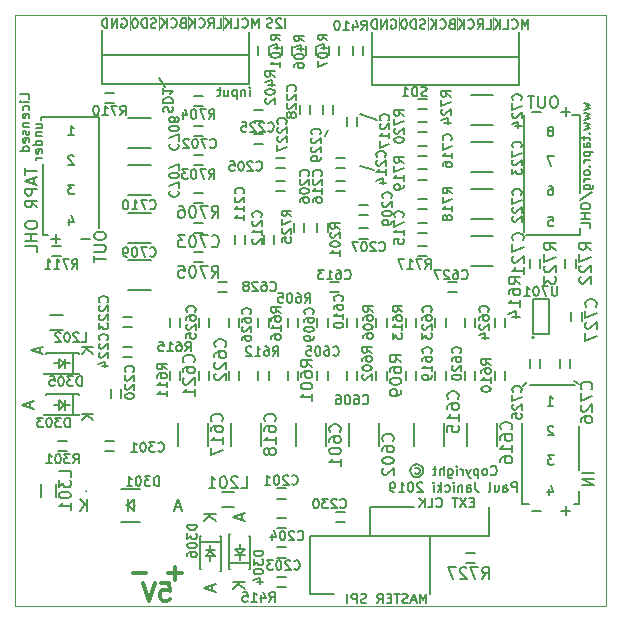
<source format=gbo>
G04 #@! TF.GenerationSoftware,KiCad,Pcbnew,(5.1.0)-1*
G04 #@! TF.CreationDate,2019-04-02T21:11:50+01:00*
G04 #@! TF.ProjectId,uCODEC-1.0,75434f44-4543-42d3-912e-302e6b696361,1.0*
G04 #@! TF.SameCoordinates,PX7de2900PY7365040*
G04 #@! TF.FileFunction,Legend,Bot*
G04 #@! TF.FilePolarity,Positive*
%FSLAX46Y46*%
G04 Gerber Fmt 4.6, Leading zero omitted, Abs format (unit mm)*
G04 Created by KiCad (PCBNEW (5.1.0)-1) date 2019-04-02 21:11:50*
%MOMM*%
%LPD*%
G04 APERTURE LIST*
%ADD10C,0.100000*%
%ADD11C,0.150000*%
%ADD12C,0.200000*%
%ADD13C,0.300000*%
G04 APERTURE END LIST*
D10*
X37400000Y49850000D02*
X37400000Y48700000D01*
X34950000Y49850000D02*
X34950000Y48700000D01*
X40400000Y49850000D02*
X40400000Y48700000D01*
X32500000Y49850000D02*
X32500000Y48700000D01*
X17600000Y49900000D02*
X17600000Y48750000D01*
X14600000Y49900000D02*
X14600000Y48750000D01*
X12150000Y49900000D02*
X12150000Y48750000D01*
X9700000Y49900000D02*
X9700000Y48750000D01*
D11*
X45071428Y16938096D02*
X45528571Y16938096D01*
X45300000Y16938096D02*
X45300000Y17738096D01*
X45376190Y17623810D01*
X45452380Y17547620D01*
X45528571Y17509524D01*
X45147619Y9871429D02*
X45147619Y9338096D01*
X45338095Y10176191D02*
X45528571Y9604762D01*
X45033333Y9604762D01*
X45566666Y12738096D02*
X45071428Y12738096D01*
X45338095Y12433334D01*
X45223809Y12433334D01*
X45147619Y12395239D01*
X45109523Y12357143D01*
X45071428Y12280953D01*
X45071428Y12090477D01*
X45109523Y12014286D01*
X45147619Y11976191D01*
X45223809Y11938096D01*
X45452380Y11938096D01*
X45528571Y11976191D01*
X45566666Y12014286D01*
X45528571Y15161905D02*
X45490476Y15200000D01*
X45414285Y15238096D01*
X45223809Y15238096D01*
X45147619Y15200000D01*
X45109523Y15161905D01*
X45071428Y15085715D01*
X45071428Y15009524D01*
X45109523Y14895239D01*
X45566666Y14438096D01*
X45071428Y14438096D01*
X4471428Y39838096D02*
X4928571Y39838096D01*
X4700000Y39838096D02*
X4700000Y40638096D01*
X4776190Y40523810D01*
X4852380Y40447620D01*
X4928571Y40409524D01*
X4928571Y38061905D02*
X4890476Y38100000D01*
X4814285Y38138096D01*
X4623809Y38138096D01*
X4547619Y38100000D01*
X4509523Y38061905D01*
X4471428Y37985715D01*
X4471428Y37909524D01*
X4509523Y37795239D01*
X4966666Y37338096D01*
X4471428Y37338096D01*
X4547619Y32771429D02*
X4547619Y32238096D01*
X4738095Y33076191D02*
X4928571Y32504762D01*
X4433333Y32504762D01*
X4966666Y35638096D02*
X4471428Y35638096D01*
X4738095Y35333334D01*
X4623809Y35333334D01*
X4547619Y35295239D01*
X4509523Y35257143D01*
X4471428Y35180953D01*
X4471428Y34990477D01*
X4509523Y34914286D01*
X4547619Y34876191D01*
X4623809Y34838096D01*
X4852380Y34838096D01*
X4928571Y34876191D01*
X4966666Y34914286D01*
X45376190Y40195239D02*
X45452380Y40233334D01*
X45490476Y40271429D01*
X45528571Y40347620D01*
X45528571Y40385715D01*
X45490476Y40461905D01*
X45452380Y40500000D01*
X45376190Y40538096D01*
X45223809Y40538096D01*
X45147619Y40500000D01*
X45109523Y40461905D01*
X45071428Y40385715D01*
X45071428Y40347620D01*
X45109523Y40271429D01*
X45147619Y40233334D01*
X45223809Y40195239D01*
X45376190Y40195239D01*
X45452380Y40157143D01*
X45490476Y40119048D01*
X45528571Y40042858D01*
X45528571Y39890477D01*
X45490476Y39814286D01*
X45452380Y39776191D01*
X45376190Y39738096D01*
X45223809Y39738096D01*
X45147619Y39776191D01*
X45109523Y39814286D01*
X45071428Y39890477D01*
X45071428Y40042858D01*
X45109523Y40119048D01*
X45147619Y40157143D01*
X45223809Y40195239D01*
X45566666Y38038096D02*
X45033333Y38038096D01*
X45376190Y37238096D01*
X45147619Y35538096D02*
X45300000Y35538096D01*
X45376190Y35500000D01*
X45414285Y35461905D01*
X45490476Y35347620D01*
X45528571Y35195239D01*
X45528571Y34890477D01*
X45490476Y34814286D01*
X45452380Y34776191D01*
X45376190Y34738096D01*
X45223809Y34738096D01*
X45147619Y34776191D01*
X45109523Y34814286D01*
X45071428Y34890477D01*
X45071428Y35080953D01*
X45109523Y35157143D01*
X45147619Y35195239D01*
X45223809Y35233334D01*
X45376190Y35233334D01*
X45452380Y35195239D01*
X45490476Y35157143D01*
X45528571Y35080953D01*
X45109523Y32938096D02*
X45490476Y32938096D01*
X45528571Y32557143D01*
X45490476Y32595239D01*
X45414285Y32633334D01*
X45223809Y32633334D01*
X45147619Y32595239D01*
X45109523Y32557143D01*
X45071428Y32480953D01*
X45071428Y32290477D01*
X45109523Y32214286D01*
X45147619Y32176191D01*
X45223809Y32138096D01*
X45414285Y32138096D01*
X45490476Y32176191D01*
X45528571Y32214286D01*
X42900000Y8600000D02*
X43500000Y8600000D01*
X47700000Y8600000D02*
X47300000Y8600000D01*
X47700000Y11500000D02*
X47700000Y15200000D01*
X47700000Y8600000D02*
X47700000Y9700000D01*
X42900000Y8600000D02*
X43000000Y8600000D01*
X42900000Y15500000D02*
X42900000Y8600000D01*
X47400000Y18700000D02*
X43600000Y18700000D01*
X43100000Y31600000D02*
X43100000Y41500000D01*
X47800000Y31400000D02*
X43200000Y31400000D01*
X47800000Y32000000D02*
X47800000Y31400000D01*
X47800000Y41500000D02*
X47800000Y34900000D01*
X47100000Y41500000D02*
X47800000Y41500000D01*
X2200000Y41400000D02*
X2200000Y41100000D01*
X2300000Y31400000D02*
X2300000Y37400000D01*
X2800000Y31400000D02*
X2300000Y31400000D01*
X7100000Y41400000D02*
X7100000Y32000000D01*
X2200000Y41400000D02*
X7100000Y41400000D01*
X46980952Y8028572D02*
X46219047Y8028572D01*
X46600000Y7647620D02*
X46600000Y8409524D01*
X44480952Y8028572D02*
X43719047Y8028572D01*
X48952380Y11223810D02*
X47952380Y11223810D01*
X48952380Y10747620D02*
X47952380Y10747620D01*
X48952380Y10176191D01*
X47952380Y10176191D01*
X6652380Y31400000D02*
X6652380Y31209524D01*
X6700000Y31114286D01*
X6795238Y31019048D01*
X6985714Y30971429D01*
X7319047Y30971429D01*
X7509523Y31019048D01*
X7604761Y31114286D01*
X7652380Y31209524D01*
X7652380Y31400000D01*
X7604761Y31495239D01*
X7509523Y31590477D01*
X7319047Y31638096D01*
X6985714Y31638096D01*
X6795238Y31590477D01*
X6700000Y31495239D01*
X6652380Y31400000D01*
X6652380Y30542858D02*
X7461904Y30542858D01*
X7557142Y30495239D01*
X7604761Y30447620D01*
X7652380Y30352381D01*
X7652380Y30161905D01*
X7604761Y30066667D01*
X7557142Y30019048D01*
X7461904Y29971429D01*
X6652380Y29971429D01*
X6652380Y29638096D02*
X6652380Y29066667D01*
X7652380Y29352381D02*
X6652380Y29352381D01*
X3019047Y31071429D02*
X3780952Y31071429D01*
X3400000Y31452381D02*
X3400000Y30690477D01*
X5519047Y31071429D02*
X6280952Y31071429D01*
X45700000Y43147620D02*
X45509523Y43147620D01*
X45414285Y43100000D01*
X45319047Y43004762D01*
X45271428Y42814286D01*
X45271428Y42480953D01*
X45319047Y42290477D01*
X45414285Y42195239D01*
X45509523Y42147620D01*
X45700000Y42147620D01*
X45795238Y42195239D01*
X45890476Y42290477D01*
X45938095Y42480953D01*
X45938095Y42814286D01*
X45890476Y43004762D01*
X45795238Y43100000D01*
X45700000Y43147620D01*
X44842857Y43147620D02*
X44842857Y42338096D01*
X44795238Y42242858D01*
X44747619Y42195239D01*
X44652380Y42147620D01*
X44461904Y42147620D01*
X44366666Y42195239D01*
X44319047Y42242858D01*
X44271428Y42338096D01*
X44271428Y43147620D01*
X43938095Y43147620D02*
X43366666Y43147620D01*
X43652380Y42147620D02*
X43652380Y43147620D01*
X44480952Y41828572D02*
X43719047Y41828572D01*
X46980952Y41828572D02*
X46219047Y41828572D01*
X46600000Y41447620D02*
X46600000Y42209524D01*
D12*
X34809523Y43176191D02*
X34695238Y43138096D01*
X34504761Y43138096D01*
X34428571Y43176191D01*
X34390476Y43214286D01*
X34352380Y43290477D01*
X34352380Y43366667D01*
X34390476Y43442858D01*
X34428571Y43480953D01*
X34504761Y43519048D01*
X34657142Y43557143D01*
X34733333Y43595239D01*
X34771428Y43633334D01*
X34809523Y43709524D01*
X34809523Y43785715D01*
X34771428Y43861905D01*
X34733333Y43900000D01*
X34657142Y43938096D01*
X34466666Y43938096D01*
X34352380Y43900000D01*
X34009523Y43138096D02*
X34009523Y43938096D01*
X33819047Y43938096D01*
X33704761Y43900000D01*
X33628571Y43823810D01*
X33590476Y43747620D01*
X33552380Y43595239D01*
X33552380Y43480953D01*
X33590476Y43328572D01*
X33628571Y43252381D01*
X33704761Y43176191D01*
X33819047Y43138096D01*
X34009523Y43138096D01*
X32790476Y43138096D02*
X33247619Y43138096D01*
X33019047Y43138096D02*
X33019047Y43938096D01*
X33095238Y43823810D01*
X33171428Y43747620D01*
X33247619Y43709524D01*
X39852380Y48838096D02*
X40233333Y48838096D01*
X40233333Y49638096D01*
X39128571Y48838096D02*
X39395238Y49219048D01*
X39585714Y48838096D02*
X39585714Y49638096D01*
X39280952Y49638096D01*
X39204761Y49600000D01*
X39166666Y49561905D01*
X39128571Y49485715D01*
X39128571Y49371429D01*
X39166666Y49295239D01*
X39204761Y49257143D01*
X39280952Y49219048D01*
X39585714Y49219048D01*
X38328571Y48914286D02*
X38366666Y48876191D01*
X38480952Y48838096D01*
X38557142Y48838096D01*
X38671428Y48876191D01*
X38747619Y48952381D01*
X38785714Y49028572D01*
X38823809Y49180953D01*
X38823809Y49295239D01*
X38785714Y49447620D01*
X38747619Y49523810D01*
X38671428Y49600000D01*
X38557142Y49638096D01*
X38480952Y49638096D01*
X38366666Y49600000D01*
X38328571Y49561905D01*
X37985714Y48838096D02*
X37985714Y49638096D01*
X37528571Y48838096D02*
X37871428Y49295239D01*
X37528571Y49638096D02*
X37985714Y49180953D01*
X31809523Y49600000D02*
X31885714Y49638096D01*
X32000000Y49638096D01*
X32114285Y49600000D01*
X32190476Y49523810D01*
X32228571Y49447620D01*
X32266666Y49295239D01*
X32266666Y49180953D01*
X32228571Y49028572D01*
X32190476Y48952381D01*
X32114285Y48876191D01*
X32000000Y48838096D01*
X31923809Y48838096D01*
X31809523Y48876191D01*
X31771428Y48914286D01*
X31771428Y49180953D01*
X31923809Y49180953D01*
X31428571Y48838096D02*
X31428571Y49638096D01*
X30971428Y48838096D01*
X30971428Y49638096D01*
X30590476Y48838096D02*
X30590476Y49638096D01*
X30400000Y49638096D01*
X30285714Y49600000D01*
X30209523Y49523810D01*
X30171428Y49447620D01*
X30133333Y49295239D01*
X30133333Y49180953D01*
X30171428Y49028572D01*
X30209523Y48952381D01*
X30285714Y48876191D01*
X30400000Y48838096D01*
X30590476Y48838096D01*
X43390476Y48838096D02*
X43390476Y49638096D01*
X43123809Y49066667D01*
X42857142Y49638096D01*
X42857142Y48838096D01*
X42019047Y48914286D02*
X42057142Y48876191D01*
X42171428Y48838096D01*
X42247619Y48838096D01*
X42361904Y48876191D01*
X42438095Y48952381D01*
X42476190Y49028572D01*
X42514285Y49180953D01*
X42514285Y49295239D01*
X42476190Y49447620D01*
X42438095Y49523810D01*
X42361904Y49600000D01*
X42247619Y49638096D01*
X42171428Y49638096D01*
X42057142Y49600000D01*
X42019047Y49561905D01*
X41295238Y48838096D02*
X41676190Y48838096D01*
X41676190Y49638096D01*
X41028571Y48838096D02*
X41028571Y49638096D01*
X40571428Y48838096D02*
X40914285Y49295239D01*
X40571428Y49638096D02*
X41028571Y49180953D01*
X34709523Y48876191D02*
X34595238Y48838096D01*
X34404761Y48838096D01*
X34328571Y48876191D01*
X34290476Y48914286D01*
X34252380Y48990477D01*
X34252380Y49066667D01*
X34290476Y49142858D01*
X34328571Y49180953D01*
X34404761Y49219048D01*
X34557142Y49257143D01*
X34633333Y49295239D01*
X34671428Y49333334D01*
X34709523Y49409524D01*
X34709523Y49485715D01*
X34671428Y49561905D01*
X34633333Y49600000D01*
X34557142Y49638096D01*
X34366666Y49638096D01*
X34252380Y49600000D01*
X33909523Y48838096D02*
X33909523Y49638096D01*
X33719047Y49638096D01*
X33604761Y49600000D01*
X33528571Y49523810D01*
X33490476Y49447620D01*
X33452380Y49295239D01*
X33452380Y49180953D01*
X33490476Y49028572D01*
X33528571Y48952381D01*
X33604761Y48876191D01*
X33719047Y48838096D01*
X33909523Y48838096D01*
X32957142Y49638096D02*
X32880952Y49638096D01*
X32804761Y49600000D01*
X32766666Y49561905D01*
X32728571Y49485715D01*
X32690476Y49333334D01*
X32690476Y49142858D01*
X32728571Y48990477D01*
X32766666Y48914286D01*
X32804761Y48876191D01*
X32880952Y48838096D01*
X32957142Y48838096D01*
X33033333Y48876191D01*
X33071428Y48914286D01*
X33109523Y48990477D01*
X33147619Y49142858D01*
X33147619Y49333334D01*
X33109523Y49485715D01*
X33071428Y49561905D01*
X33033333Y49600000D01*
X32957142Y49638096D01*
X36942857Y49257143D02*
X36828571Y49219048D01*
X36790476Y49180953D01*
X36752380Y49104762D01*
X36752380Y48990477D01*
X36790476Y48914286D01*
X36828571Y48876191D01*
X36904761Y48838096D01*
X37209523Y48838096D01*
X37209523Y49638096D01*
X36942857Y49638096D01*
X36866666Y49600000D01*
X36828571Y49561905D01*
X36790476Y49485715D01*
X36790476Y49409524D01*
X36828571Y49333334D01*
X36866666Y49295239D01*
X36942857Y49257143D01*
X37209523Y49257143D01*
X35952380Y48914286D02*
X35990476Y48876191D01*
X36104761Y48838096D01*
X36180952Y48838096D01*
X36295238Y48876191D01*
X36371428Y48952381D01*
X36409523Y49028572D01*
X36447619Y49180953D01*
X36447619Y49295239D01*
X36409523Y49447620D01*
X36371428Y49523810D01*
X36295238Y49600000D01*
X36180952Y49638096D01*
X36104761Y49638096D01*
X35990476Y49600000D01*
X35952380Y49561905D01*
X35609523Y48838096D02*
X35609523Y49638096D01*
X35152380Y48838096D02*
X35495238Y49295239D01*
X35152380Y49638096D02*
X35609523Y49180953D01*
X42613000Y46490000D02*
X42613000Y48600000D01*
X42613000Y44077000D02*
X30167000Y44077000D01*
X42613000Y46490000D02*
X42613000Y44077000D01*
X30167000Y46490000D02*
X42613000Y46490000D01*
X30167000Y44077000D02*
X30167000Y48600000D01*
D11*
X12700000Y43900000D02*
X12200000Y44700000D01*
D12*
X12576190Y41790477D02*
X12538095Y41904762D01*
X12538095Y42095239D01*
X12576190Y42171429D01*
X12614285Y42209524D01*
X12690476Y42247620D01*
X12766666Y42247620D01*
X12842857Y42209524D01*
X12880952Y42171429D01*
X12919047Y42095239D01*
X12957142Y41942858D01*
X12995238Y41866667D01*
X13033333Y41828572D01*
X13109523Y41790477D01*
X13185714Y41790477D01*
X13261904Y41828572D01*
X13300000Y41866667D01*
X13338095Y41942858D01*
X13338095Y42133334D01*
X13300000Y42247620D01*
X12538095Y42590477D02*
X13338095Y42590477D01*
X13338095Y42780953D01*
X13300000Y42895239D01*
X13223809Y42971429D01*
X13147619Y43009524D01*
X12995238Y43047620D01*
X12880952Y43047620D01*
X12728571Y43009524D01*
X12652380Y42971429D01*
X12576190Y42895239D01*
X12538095Y42780953D01*
X12538095Y42590477D01*
X12538095Y43809524D02*
X12538095Y43352381D01*
X12538095Y43580953D02*
X13338095Y43580953D01*
X13223809Y43504762D01*
X13147619Y43428572D01*
X13109523Y43352381D01*
D11*
X47700000Y18800000D02*
X47300000Y19000000D01*
X30400000Y36900000D02*
X29200000Y37200000D01*
X30600000Y41100000D02*
X29200000Y41600000D01*
X26200000Y39800000D02*
X26500000Y40300000D01*
X43000000Y18600000D02*
X43300000Y18900000D01*
D12*
X24970000Y947000D02*
X27002000Y947000D01*
X38812714Y8751143D02*
X38546047Y8751143D01*
X38431761Y8332096D02*
X38812714Y8332096D01*
X38812714Y9132096D01*
X38431761Y9132096D01*
X38165095Y9132096D02*
X37631761Y8332096D01*
X37631761Y9132096D02*
X38165095Y8332096D01*
X37441285Y9132096D02*
X36984142Y9132096D01*
X37212714Y8332096D02*
X37212714Y9132096D01*
X35650809Y8408286D02*
X35688904Y8370191D01*
X35803190Y8332096D01*
X35879380Y8332096D01*
X35993666Y8370191D01*
X36069857Y8446381D01*
X36107952Y8522572D01*
X36146047Y8674953D01*
X36146047Y8789239D01*
X36107952Y8941620D01*
X36069857Y9017810D01*
X35993666Y9094000D01*
X35879380Y9132096D01*
X35803190Y9132096D01*
X35688904Y9094000D01*
X35650809Y9055905D01*
X34927000Y8332096D02*
X35307952Y8332096D01*
X35307952Y9132096D01*
X34660333Y8332096D02*
X34660333Y9132096D01*
X34203190Y8332096D02*
X34546047Y8789239D01*
X34203190Y9132096D02*
X34660333Y8674953D01*
X34780333Y204096D02*
X34780333Y1004096D01*
X34513666Y432667D01*
X34247000Y1004096D01*
X34247000Y204096D01*
X33904142Y432667D02*
X33523190Y432667D01*
X33980333Y204096D02*
X33713666Y1004096D01*
X33447000Y204096D01*
X33218428Y242191D02*
X33104142Y204096D01*
X32913666Y204096D01*
X32837476Y242191D01*
X32799380Y280286D01*
X32761285Y356477D01*
X32761285Y432667D01*
X32799380Y508858D01*
X32837476Y546953D01*
X32913666Y585048D01*
X33066047Y623143D01*
X33142238Y661239D01*
X33180333Y699334D01*
X33218428Y775524D01*
X33218428Y851715D01*
X33180333Y927905D01*
X33142238Y966000D01*
X33066047Y1004096D01*
X32875571Y1004096D01*
X32761285Y966000D01*
X32532714Y1004096D02*
X32075571Y1004096D01*
X32304142Y204096D02*
X32304142Y1004096D01*
X31808904Y623143D02*
X31542238Y623143D01*
X31427952Y204096D02*
X31808904Y204096D01*
X31808904Y1004096D01*
X31427952Y1004096D01*
X30627952Y204096D02*
X30894619Y585048D01*
X31085095Y204096D02*
X31085095Y1004096D01*
X30780333Y1004096D01*
X30704142Y966000D01*
X30666047Y927905D01*
X30627952Y851715D01*
X30627952Y737429D01*
X30666047Y661239D01*
X30704142Y623143D01*
X30780333Y585048D01*
X31085095Y585048D01*
X29713666Y242191D02*
X29599380Y204096D01*
X29408904Y204096D01*
X29332714Y242191D01*
X29294619Y280286D01*
X29256523Y356477D01*
X29256523Y432667D01*
X29294619Y508858D01*
X29332714Y546953D01*
X29408904Y585048D01*
X29561285Y623143D01*
X29637476Y661239D01*
X29675571Y699334D01*
X29713666Y775524D01*
X29713666Y851715D01*
X29675571Y927905D01*
X29637476Y966000D01*
X29561285Y1004096D01*
X29370809Y1004096D01*
X29256523Y966000D01*
X28913666Y204096D02*
X28913666Y1004096D01*
X28608904Y1004096D01*
X28532714Y966000D01*
X28494619Y927905D01*
X28456523Y851715D01*
X28456523Y737429D01*
X28494619Y661239D01*
X28532714Y623143D01*
X28608904Y585048D01*
X28913666Y585048D01*
X28113666Y204096D02*
X28113666Y1004096D01*
X35130000Y947000D02*
X35130000Y5900000D01*
X24970000Y5900000D02*
X24970000Y947000D01*
X30050000Y8313000D02*
X30050000Y5900000D01*
X40083000Y8313000D02*
X40083000Y5900000D01*
X30050000Y8313000D02*
X33733000Y8313000D01*
X24970000Y5900000D02*
X40100000Y5900000D01*
X19813000Y44177000D02*
X7367000Y44177000D01*
X19813000Y46590000D02*
X19813000Y44177000D01*
X19800000Y46500000D02*
X19800000Y48600000D01*
X7367000Y46590000D02*
X19813000Y46590000D01*
X7367000Y44177000D02*
X7367000Y48700000D01*
X22844285Y48938096D02*
X22844285Y49738096D01*
X22501428Y49661905D02*
X22463333Y49700000D01*
X22387142Y49738096D01*
X22196666Y49738096D01*
X22120476Y49700000D01*
X22082380Y49661905D01*
X22044285Y49585715D01*
X22044285Y49509524D01*
X22082380Y49395239D01*
X22539523Y48938096D01*
X22044285Y48938096D01*
X21739523Y48976191D02*
X21625238Y48938096D01*
X21434761Y48938096D01*
X21358571Y48976191D01*
X21320476Y49014286D01*
X21282380Y49090477D01*
X21282380Y49166667D01*
X21320476Y49242858D01*
X21358571Y49280953D01*
X21434761Y49319048D01*
X21587142Y49357143D01*
X21663333Y49395239D01*
X21701428Y49433334D01*
X21739523Y49509524D01*
X21739523Y49585715D01*
X21701428Y49661905D01*
X21663333Y49700000D01*
X21587142Y49738096D01*
X21396666Y49738096D01*
X21282380Y49700000D01*
X19849047Y43138096D02*
X19849047Y43671429D01*
X19849047Y43938096D02*
X19887142Y43900000D01*
X19849047Y43861905D01*
X19810952Y43900000D01*
X19849047Y43938096D01*
X19849047Y43861905D01*
X19468095Y43671429D02*
X19468095Y43138096D01*
X19468095Y43595239D02*
X19430000Y43633334D01*
X19353809Y43671429D01*
X19239523Y43671429D01*
X19163333Y43633334D01*
X19125238Y43557143D01*
X19125238Y43138096D01*
X18744285Y43671429D02*
X18744285Y42871429D01*
X18744285Y43633334D02*
X18668095Y43671429D01*
X18515714Y43671429D01*
X18439523Y43633334D01*
X18401428Y43595239D01*
X18363333Y43519048D01*
X18363333Y43290477D01*
X18401428Y43214286D01*
X18439523Y43176191D01*
X18515714Y43138096D01*
X18668095Y43138096D01*
X18744285Y43176191D01*
X17677619Y43671429D02*
X17677619Y43138096D01*
X18020476Y43671429D02*
X18020476Y43252381D01*
X17982380Y43176191D01*
X17906190Y43138096D01*
X17791904Y43138096D01*
X17715714Y43176191D01*
X17677619Y43214286D01*
X17410952Y43671429D02*
X17106190Y43671429D01*
X17296666Y43938096D02*
X17296666Y43252381D01*
X17258571Y43176191D01*
X17182380Y43138096D01*
X17106190Y43138096D01*
X852380Y37047620D02*
X852380Y36476191D01*
X1852380Y36761905D02*
X852380Y36761905D01*
X1566666Y36190477D02*
X1566666Y35714286D01*
X1852380Y36285715D02*
X852380Y35952381D01*
X1852380Y35619048D01*
X1852380Y35285715D02*
X852380Y35285715D01*
X852380Y34904762D01*
X900000Y34809524D01*
X947619Y34761905D01*
X1042857Y34714286D01*
X1185714Y34714286D01*
X1280952Y34761905D01*
X1328571Y34809524D01*
X1376190Y34904762D01*
X1376190Y35285715D01*
X1852380Y33714286D02*
X1376190Y34047620D01*
X1852380Y34285715D02*
X852380Y34285715D01*
X852380Y33904762D01*
X900000Y33809524D01*
X947619Y33761905D01*
X1042857Y33714286D01*
X1185714Y33714286D01*
X1280952Y33761905D01*
X1328571Y33809524D01*
X1376190Y33904762D01*
X1376190Y34285715D01*
X852380Y32333334D02*
X852380Y32142858D01*
X900000Y32047620D01*
X995238Y31952381D01*
X1185714Y31904762D01*
X1519047Y31904762D01*
X1709523Y31952381D01*
X1804761Y32047620D01*
X1852380Y32142858D01*
X1852380Y32333334D01*
X1804761Y32428572D01*
X1709523Y32523810D01*
X1519047Y32571429D01*
X1185714Y32571429D01*
X995238Y32523810D01*
X900000Y32428572D01*
X852380Y32333334D01*
X1852380Y31476191D02*
X852380Y31476191D01*
X1328571Y31476191D02*
X1328571Y30904762D01*
X1852380Y30904762D02*
X852380Y30904762D01*
X1852380Y29952381D02*
X1852380Y30428572D01*
X852380Y30428572D01*
X1728571Y40442858D02*
X2261904Y40442858D01*
X1728571Y40785715D02*
X2147619Y40785715D01*
X2223809Y40747620D01*
X2261904Y40671429D01*
X2261904Y40557143D01*
X2223809Y40480953D01*
X2185714Y40442858D01*
X1728571Y40061905D02*
X2261904Y40061905D01*
X1804761Y40061905D02*
X1766666Y40023810D01*
X1728571Y39947620D01*
X1728571Y39833334D01*
X1766666Y39757143D01*
X1842857Y39719048D01*
X2261904Y39719048D01*
X2261904Y38995239D02*
X1461904Y38995239D01*
X2223809Y38995239D02*
X2261904Y39071429D01*
X2261904Y39223810D01*
X2223809Y39300000D01*
X2185714Y39338096D01*
X2109523Y39376191D01*
X1880952Y39376191D01*
X1804761Y39338096D01*
X1766666Y39300000D01*
X1728571Y39223810D01*
X1728571Y39071429D01*
X1766666Y38995239D01*
X2223809Y38309524D02*
X2261904Y38385715D01*
X2261904Y38538096D01*
X2223809Y38614286D01*
X2147619Y38652381D01*
X1842857Y38652381D01*
X1766666Y38614286D01*
X1728571Y38538096D01*
X1728571Y38385715D01*
X1766666Y38309524D01*
X1842857Y38271429D01*
X1919047Y38271429D01*
X1995238Y38652381D01*
X2261904Y37928572D02*
X1728571Y37928572D01*
X1880952Y37928572D02*
X1804761Y37890477D01*
X1766666Y37852381D01*
X1728571Y37776191D01*
X1728571Y37700000D01*
X48128571Y42576191D02*
X48661904Y42423810D01*
X48280952Y42271429D01*
X48661904Y42119048D01*
X48128571Y41966667D01*
X48128571Y41738096D02*
X48661904Y41585715D01*
X48280952Y41433334D01*
X48661904Y41280953D01*
X48128571Y41128572D01*
X48128571Y40900000D02*
X48661904Y40747620D01*
X48280952Y40595239D01*
X48661904Y40442858D01*
X48128571Y40290477D01*
X48585714Y39985715D02*
X48623809Y39947620D01*
X48661904Y39985715D01*
X48623809Y40023810D01*
X48585714Y39985715D01*
X48661904Y39985715D01*
X48128571Y39719048D02*
X48128571Y39414286D01*
X47861904Y39604762D02*
X48547619Y39604762D01*
X48623809Y39566667D01*
X48661904Y39490477D01*
X48661904Y39414286D01*
X48661904Y38804762D02*
X48242857Y38804762D01*
X48166666Y38842858D01*
X48128571Y38919048D01*
X48128571Y39071429D01*
X48166666Y39147620D01*
X48623809Y38804762D02*
X48661904Y38880953D01*
X48661904Y39071429D01*
X48623809Y39147620D01*
X48547619Y39185715D01*
X48471428Y39185715D01*
X48395238Y39147620D01*
X48357142Y39071429D01*
X48357142Y38880953D01*
X48319047Y38804762D01*
X48128571Y38423810D02*
X48928571Y38423810D01*
X48166666Y38423810D02*
X48128571Y38347620D01*
X48128571Y38195239D01*
X48166666Y38119048D01*
X48204761Y38080953D01*
X48280952Y38042858D01*
X48509523Y38042858D01*
X48585714Y38080953D01*
X48623809Y38119048D01*
X48661904Y38195239D01*
X48661904Y38347620D01*
X48623809Y38423810D01*
X48661904Y37700000D02*
X48128571Y37700000D01*
X48280952Y37700000D02*
X48204761Y37661905D01*
X48166666Y37623810D01*
X48128571Y37547620D01*
X48128571Y37471429D01*
X48585714Y37204762D02*
X48623809Y37166667D01*
X48661904Y37204762D01*
X48623809Y37242858D01*
X48585714Y37204762D01*
X48661904Y37204762D01*
X48661904Y36709524D02*
X48623809Y36785715D01*
X48585714Y36823810D01*
X48509523Y36861905D01*
X48280952Y36861905D01*
X48204761Y36823810D01*
X48166666Y36785715D01*
X48128571Y36709524D01*
X48128571Y36595239D01*
X48166666Y36519048D01*
X48204761Y36480953D01*
X48280952Y36442858D01*
X48509523Y36442858D01*
X48585714Y36480953D01*
X48623809Y36519048D01*
X48661904Y36595239D01*
X48661904Y36709524D01*
X48661904Y36100000D02*
X48128571Y36100000D01*
X48280952Y36100000D02*
X48204761Y36061905D01*
X48166666Y36023810D01*
X48128571Y35947620D01*
X48128571Y35871429D01*
X48128571Y35261905D02*
X48776190Y35261905D01*
X48852380Y35300000D01*
X48890476Y35338096D01*
X48928571Y35414286D01*
X48928571Y35528572D01*
X48890476Y35604762D01*
X48623809Y35261905D02*
X48661904Y35338096D01*
X48661904Y35490477D01*
X48623809Y35566667D01*
X48585714Y35604762D01*
X48509523Y35642858D01*
X48280952Y35642858D01*
X48204761Y35604762D01*
X48166666Y35566667D01*
X48128571Y35490477D01*
X48128571Y35338096D01*
X48166666Y35261905D01*
X47823809Y34309524D02*
X48852380Y34995239D01*
X47861904Y33890477D02*
X47861904Y33738096D01*
X47900000Y33661905D01*
X47976190Y33585715D01*
X48128571Y33547620D01*
X48395238Y33547620D01*
X48547619Y33585715D01*
X48623809Y33661905D01*
X48661904Y33738096D01*
X48661904Y33890477D01*
X48623809Y33966667D01*
X48547619Y34042858D01*
X48395238Y34080953D01*
X48128571Y34080953D01*
X47976190Y34042858D01*
X47900000Y33966667D01*
X47861904Y33890477D01*
X48661904Y33204762D02*
X47861904Y33204762D01*
X48242857Y33204762D02*
X48242857Y32747620D01*
X48661904Y32747620D02*
X47861904Y32747620D01*
X48661904Y31985715D02*
X48661904Y32366667D01*
X47861904Y32366667D01*
X14142857Y49357143D02*
X14028571Y49319048D01*
X13990476Y49280953D01*
X13952380Y49204762D01*
X13952380Y49090477D01*
X13990476Y49014286D01*
X14028571Y48976191D01*
X14104761Y48938096D01*
X14409523Y48938096D01*
X14409523Y49738096D01*
X14142857Y49738096D01*
X14066666Y49700000D01*
X14028571Y49661905D01*
X13990476Y49585715D01*
X13990476Y49509524D01*
X14028571Y49433334D01*
X14066666Y49395239D01*
X14142857Y49357143D01*
X14409523Y49357143D01*
X13152380Y49014286D02*
X13190476Y48976191D01*
X13304761Y48938096D01*
X13380952Y48938096D01*
X13495238Y48976191D01*
X13571428Y49052381D01*
X13609523Y49128572D01*
X13647619Y49280953D01*
X13647619Y49395239D01*
X13609523Y49547620D01*
X13571428Y49623810D01*
X13495238Y49700000D01*
X13380952Y49738096D01*
X13304761Y49738096D01*
X13190476Y49700000D01*
X13152380Y49661905D01*
X12809523Y48938096D02*
X12809523Y49738096D01*
X12352380Y48938096D02*
X12695238Y49395239D01*
X12352380Y49738096D02*
X12809523Y49280953D01*
X20590476Y48938096D02*
X20590476Y49738096D01*
X20323809Y49166667D01*
X20057142Y49738096D01*
X20057142Y48938096D01*
X19219047Y49014286D02*
X19257142Y48976191D01*
X19371428Y48938096D01*
X19447619Y48938096D01*
X19561904Y48976191D01*
X19638095Y49052381D01*
X19676190Y49128572D01*
X19714285Y49280953D01*
X19714285Y49395239D01*
X19676190Y49547620D01*
X19638095Y49623810D01*
X19561904Y49700000D01*
X19447619Y49738096D01*
X19371428Y49738096D01*
X19257142Y49700000D01*
X19219047Y49661905D01*
X18495238Y48938096D02*
X18876190Y48938096D01*
X18876190Y49738096D01*
X18228571Y48938096D02*
X18228571Y49738096D01*
X17771428Y48938096D02*
X18114285Y49395239D01*
X17771428Y49738096D02*
X18228571Y49280953D01*
X9009523Y49700000D02*
X9085714Y49738096D01*
X9200000Y49738096D01*
X9314285Y49700000D01*
X9390476Y49623810D01*
X9428571Y49547620D01*
X9466666Y49395239D01*
X9466666Y49280953D01*
X9428571Y49128572D01*
X9390476Y49052381D01*
X9314285Y48976191D01*
X9200000Y48938096D01*
X9123809Y48938096D01*
X9009523Y48976191D01*
X8971428Y49014286D01*
X8971428Y49280953D01*
X9123809Y49280953D01*
X8628571Y48938096D02*
X8628571Y49738096D01*
X8171428Y48938096D01*
X8171428Y49738096D01*
X7790476Y48938096D02*
X7790476Y49738096D01*
X7600000Y49738096D01*
X7485714Y49700000D01*
X7409523Y49623810D01*
X7371428Y49547620D01*
X7333333Y49395239D01*
X7333333Y49280953D01*
X7371428Y49128572D01*
X7409523Y49052381D01*
X7485714Y48976191D01*
X7600000Y48938096D01*
X7790476Y48938096D01*
X17052380Y48938096D02*
X17433333Y48938096D01*
X17433333Y49738096D01*
X16328571Y48938096D02*
X16595238Y49319048D01*
X16785714Y48938096D02*
X16785714Y49738096D01*
X16480952Y49738096D01*
X16404761Y49700000D01*
X16366666Y49661905D01*
X16328571Y49585715D01*
X16328571Y49471429D01*
X16366666Y49395239D01*
X16404761Y49357143D01*
X16480952Y49319048D01*
X16785714Y49319048D01*
X15528571Y49014286D02*
X15566666Y48976191D01*
X15680952Y48938096D01*
X15757142Y48938096D01*
X15871428Y48976191D01*
X15947619Y49052381D01*
X15985714Y49128572D01*
X16023809Y49280953D01*
X16023809Y49395239D01*
X15985714Y49547620D01*
X15947619Y49623810D01*
X15871428Y49700000D01*
X15757142Y49738096D01*
X15680952Y49738096D01*
X15566666Y49700000D01*
X15528571Y49661905D01*
X15185714Y48938096D02*
X15185714Y49738096D01*
X14728571Y48938096D02*
X15071428Y49395239D01*
X14728571Y49738096D02*
X15185714Y49280953D01*
X11909523Y48976191D02*
X11795238Y48938096D01*
X11604761Y48938096D01*
X11528571Y48976191D01*
X11490476Y49014286D01*
X11452380Y49090477D01*
X11452380Y49166667D01*
X11490476Y49242858D01*
X11528571Y49280953D01*
X11604761Y49319048D01*
X11757142Y49357143D01*
X11833333Y49395239D01*
X11871428Y49433334D01*
X11909523Y49509524D01*
X11909523Y49585715D01*
X11871428Y49661905D01*
X11833333Y49700000D01*
X11757142Y49738096D01*
X11566666Y49738096D01*
X11452380Y49700000D01*
X11109523Y48938096D02*
X11109523Y49738096D01*
X10919047Y49738096D01*
X10804761Y49700000D01*
X10728571Y49623810D01*
X10690476Y49547620D01*
X10652380Y49395239D01*
X10652380Y49280953D01*
X10690476Y49128572D01*
X10728571Y49052381D01*
X10804761Y48976191D01*
X10919047Y48938096D01*
X11109523Y48938096D01*
X10157142Y49738096D02*
X10080952Y49738096D01*
X10004761Y49700000D01*
X9966666Y49661905D01*
X9928571Y49585715D01*
X9890476Y49433334D01*
X9890476Y49242858D01*
X9928571Y49090477D01*
X9966666Y49014286D01*
X10004761Y48976191D01*
X10080952Y48938096D01*
X10157142Y48938096D01*
X10233333Y48976191D01*
X10271428Y49014286D01*
X10309523Y49090477D01*
X10347619Y49242858D01*
X10347619Y49433334D01*
X10309523Y49585715D01*
X10271428Y49661905D01*
X10233333Y49700000D01*
X10157142Y49738096D01*
D13*
X12301714Y1922429D02*
X13016000Y1922429D01*
X13087428Y1208143D01*
X13016000Y1279572D01*
X12873142Y1351000D01*
X12516000Y1351000D01*
X12373142Y1279572D01*
X12301714Y1208143D01*
X12230285Y1065286D01*
X12230285Y708143D01*
X12301714Y565286D01*
X12373142Y493858D01*
X12516000Y422429D01*
X12873142Y422429D01*
X13016000Y493858D01*
X13087428Y565286D01*
X11801714Y1922429D02*
X11301714Y422429D01*
X10801714Y1922429D01*
X9944571Y2732143D02*
X11087428Y2732143D01*
X12944571Y2732143D02*
X14087428Y2732143D01*
X13516000Y3303572D02*
X13516000Y2160715D01*
D10*
X0Y50000000D02*
X0Y0D01*
X50000000Y50000000D02*
X0Y50000000D01*
X50000000Y0D02*
X50000000Y50000000D01*
X0Y0D02*
X50000000Y0D01*
D12*
X40261904Y11114286D02*
X40300000Y11076191D01*
X40414285Y11038096D01*
X40490476Y11038096D01*
X40604761Y11076191D01*
X40680952Y11152381D01*
X40719047Y11228572D01*
X40757142Y11380953D01*
X40757142Y11495239D01*
X40719047Y11647620D01*
X40680952Y11723810D01*
X40604761Y11800000D01*
X40490476Y11838096D01*
X40414285Y11838096D01*
X40300000Y11800000D01*
X40261904Y11761905D01*
X39804761Y11038096D02*
X39880952Y11076191D01*
X39919047Y11114286D01*
X39957142Y11190477D01*
X39957142Y11419048D01*
X39919047Y11495239D01*
X39880952Y11533334D01*
X39804761Y11571429D01*
X39690476Y11571429D01*
X39614285Y11533334D01*
X39576190Y11495239D01*
X39538095Y11419048D01*
X39538095Y11190477D01*
X39576190Y11114286D01*
X39614285Y11076191D01*
X39690476Y11038096D01*
X39804761Y11038096D01*
X39195238Y11571429D02*
X39195238Y10771429D01*
X39195238Y11533334D02*
X39119047Y11571429D01*
X38966666Y11571429D01*
X38890476Y11533334D01*
X38852380Y11495239D01*
X38814285Y11419048D01*
X38814285Y11190477D01*
X38852380Y11114286D01*
X38890476Y11076191D01*
X38966666Y11038096D01*
X39119047Y11038096D01*
X39195238Y11076191D01*
X38547619Y11571429D02*
X38357142Y11038096D01*
X38166666Y11571429D02*
X38357142Y11038096D01*
X38433333Y10847620D01*
X38471428Y10809524D01*
X38547619Y10771429D01*
X37861904Y11038096D02*
X37861904Y11571429D01*
X37861904Y11419048D02*
X37823809Y11495239D01*
X37785714Y11533334D01*
X37709523Y11571429D01*
X37633333Y11571429D01*
X37366666Y11038096D02*
X37366666Y11571429D01*
X37366666Y11838096D02*
X37404761Y11800000D01*
X37366666Y11761905D01*
X37328571Y11800000D01*
X37366666Y11838096D01*
X37366666Y11761905D01*
X36642857Y11571429D02*
X36642857Y10923810D01*
X36680952Y10847620D01*
X36719047Y10809524D01*
X36795238Y10771429D01*
X36909523Y10771429D01*
X36985714Y10809524D01*
X36642857Y11076191D02*
X36719047Y11038096D01*
X36871428Y11038096D01*
X36947619Y11076191D01*
X36985714Y11114286D01*
X37023809Y11190477D01*
X37023809Y11419048D01*
X36985714Y11495239D01*
X36947619Y11533334D01*
X36871428Y11571429D01*
X36719047Y11571429D01*
X36642857Y11533334D01*
X36261904Y11038096D02*
X36261904Y11838096D01*
X35919047Y11038096D02*
X35919047Y11457143D01*
X35957142Y11533334D01*
X36033333Y11571429D01*
X36147619Y11571429D01*
X36223809Y11533334D01*
X36261904Y11495239D01*
X35652380Y11571429D02*
X35347619Y11571429D01*
X35538095Y11838096D02*
X35538095Y11152381D01*
X35500000Y11076191D01*
X35423809Y11038096D01*
X35347619Y11038096D01*
X33823809Y11647620D02*
X33900000Y11685715D01*
X34052380Y11685715D01*
X34128571Y11647620D01*
X34204761Y11571429D01*
X34242857Y11495239D01*
X34242857Y11342858D01*
X34204761Y11266667D01*
X34128571Y11190477D01*
X34052380Y11152381D01*
X33900000Y11152381D01*
X33823809Y11190477D01*
X33976190Y11952381D02*
X34166666Y11914286D01*
X34357142Y11800000D01*
X34471428Y11609524D01*
X34509523Y11419048D01*
X34471428Y11228572D01*
X34357142Y11038096D01*
X34166666Y10923810D01*
X33976190Y10885715D01*
X33785714Y10923810D01*
X33595238Y11038096D01*
X33480952Y11228572D01*
X33442857Y11419048D01*
X33480952Y11609524D01*
X33595238Y11800000D01*
X33785714Y11914286D01*
X33976190Y11952381D01*
X42452380Y9638096D02*
X42452380Y10438096D01*
X42147619Y10438096D01*
X42071428Y10400000D01*
X42033333Y10361905D01*
X41995238Y10285715D01*
X41995238Y10171429D01*
X42033333Y10095239D01*
X42071428Y10057143D01*
X42147619Y10019048D01*
X42452380Y10019048D01*
X41309523Y9638096D02*
X41309523Y10057143D01*
X41347619Y10133334D01*
X41423809Y10171429D01*
X41576190Y10171429D01*
X41652380Y10133334D01*
X41309523Y9676191D02*
X41385714Y9638096D01*
X41576190Y9638096D01*
X41652380Y9676191D01*
X41690476Y9752381D01*
X41690476Y9828572D01*
X41652380Y9904762D01*
X41576190Y9942858D01*
X41385714Y9942858D01*
X41309523Y9980953D01*
X40585714Y10171429D02*
X40585714Y9638096D01*
X40928571Y10171429D02*
X40928571Y9752381D01*
X40890476Y9676191D01*
X40814285Y9638096D01*
X40700000Y9638096D01*
X40623809Y9676191D01*
X40585714Y9714286D01*
X40090476Y9638096D02*
X40166666Y9676191D01*
X40204761Y9752381D01*
X40204761Y10438096D01*
X38947619Y10438096D02*
X38947619Y9866667D01*
X38985714Y9752381D01*
X39061904Y9676191D01*
X39176190Y9638096D01*
X39252380Y9638096D01*
X38223809Y9638096D02*
X38223809Y10057143D01*
X38261904Y10133334D01*
X38338095Y10171429D01*
X38490476Y10171429D01*
X38566666Y10133334D01*
X38223809Y9676191D02*
X38300000Y9638096D01*
X38490476Y9638096D01*
X38566666Y9676191D01*
X38604761Y9752381D01*
X38604761Y9828572D01*
X38566666Y9904762D01*
X38490476Y9942858D01*
X38300000Y9942858D01*
X38223809Y9980953D01*
X37842857Y10171429D02*
X37842857Y9638096D01*
X37842857Y10095239D02*
X37804761Y10133334D01*
X37728571Y10171429D01*
X37614285Y10171429D01*
X37538095Y10133334D01*
X37500000Y10057143D01*
X37500000Y9638096D01*
X37119047Y9638096D02*
X37119047Y10171429D01*
X37119047Y10438096D02*
X37157142Y10400000D01*
X37119047Y10361905D01*
X37080952Y10400000D01*
X37119047Y10438096D01*
X37119047Y10361905D01*
X36395238Y9676191D02*
X36471428Y9638096D01*
X36623809Y9638096D01*
X36700000Y9676191D01*
X36738095Y9714286D01*
X36776190Y9790477D01*
X36776190Y10019048D01*
X36738095Y10095239D01*
X36700000Y10133334D01*
X36623809Y10171429D01*
X36471428Y10171429D01*
X36395238Y10133334D01*
X36052380Y9638096D02*
X36052380Y10438096D01*
X35976190Y9942858D02*
X35747619Y9638096D01*
X35747619Y10171429D02*
X36052380Y9866667D01*
X35404761Y9638096D02*
X35404761Y10171429D01*
X35404761Y10438096D02*
X35442857Y10400000D01*
X35404761Y10361905D01*
X35366666Y10400000D01*
X35404761Y10438096D01*
X35404761Y10361905D01*
X34452380Y10361905D02*
X34414285Y10400000D01*
X34338095Y10438096D01*
X34147619Y10438096D01*
X34071428Y10400000D01*
X34033333Y10361905D01*
X33995238Y10285715D01*
X33995238Y10209524D01*
X34033333Y10095239D01*
X34490476Y9638096D01*
X33995238Y9638096D01*
X33500000Y10438096D02*
X33423809Y10438096D01*
X33347619Y10400000D01*
X33309523Y10361905D01*
X33271428Y10285715D01*
X33233333Y10133334D01*
X33233333Y9942858D01*
X33271428Y9790477D01*
X33309523Y9714286D01*
X33347619Y9676191D01*
X33423809Y9638096D01*
X33500000Y9638096D01*
X33576190Y9676191D01*
X33614285Y9714286D01*
X33652380Y9790477D01*
X33690476Y9942858D01*
X33690476Y10133334D01*
X33652380Y10285715D01*
X33614285Y10361905D01*
X33576190Y10400000D01*
X33500000Y10438096D01*
X32471428Y9638096D02*
X32928571Y9638096D01*
X32700000Y9638096D02*
X32700000Y10438096D01*
X32776190Y10323810D01*
X32852380Y10247620D01*
X32928571Y10209524D01*
X32090476Y9638096D02*
X31938095Y9638096D01*
X31861904Y9676191D01*
X31823809Y9714286D01*
X31747619Y9828572D01*
X31709523Y9980953D01*
X31709523Y10285715D01*
X31747619Y10361905D01*
X31785714Y10400000D01*
X31861904Y10438096D01*
X32014285Y10438096D01*
X32090476Y10400000D01*
X32128571Y10361905D01*
X32166666Y10285715D01*
X32166666Y10095239D01*
X32128571Y10019048D01*
X32090476Y9980953D01*
X32014285Y9942858D01*
X31861904Y9942858D01*
X31785714Y9980953D01*
X31747619Y10019048D01*
X31709523Y10095239D01*
X1161904Y42919048D02*
X1161904Y43300000D01*
X361904Y43300000D01*
X1161904Y42652381D02*
X628571Y42652381D01*
X361904Y42652381D02*
X400000Y42690477D01*
X438095Y42652381D01*
X400000Y42614286D01*
X361904Y42652381D01*
X438095Y42652381D01*
X1123809Y41928572D02*
X1161904Y42004762D01*
X1161904Y42157143D01*
X1123809Y42233334D01*
X1085714Y42271429D01*
X1009523Y42309524D01*
X780952Y42309524D01*
X704761Y42271429D01*
X666666Y42233334D01*
X628571Y42157143D01*
X628571Y42004762D01*
X666666Y41928572D01*
X1123809Y41280953D02*
X1161904Y41357143D01*
X1161904Y41509524D01*
X1123809Y41585715D01*
X1047619Y41623810D01*
X742857Y41623810D01*
X666666Y41585715D01*
X628571Y41509524D01*
X628571Y41357143D01*
X666666Y41280953D01*
X742857Y41242858D01*
X819047Y41242858D01*
X895238Y41623810D01*
X628571Y40900000D02*
X1161904Y40900000D01*
X704761Y40900000D02*
X666666Y40861905D01*
X628571Y40785715D01*
X628571Y40671429D01*
X666666Y40595239D01*
X742857Y40557143D01*
X1161904Y40557143D01*
X1123809Y40214286D02*
X1161904Y40138096D01*
X1161904Y39985715D01*
X1123809Y39909524D01*
X1047619Y39871429D01*
X1009523Y39871429D01*
X933333Y39909524D01*
X895238Y39985715D01*
X895238Y40100000D01*
X857142Y40176191D01*
X780952Y40214286D01*
X742857Y40214286D01*
X666666Y40176191D01*
X628571Y40100000D01*
X628571Y39985715D01*
X666666Y39909524D01*
X1123809Y39223810D02*
X1161904Y39300000D01*
X1161904Y39452381D01*
X1123809Y39528572D01*
X1047619Y39566667D01*
X742857Y39566667D01*
X666666Y39528572D01*
X628571Y39452381D01*
X628571Y39300000D01*
X666666Y39223810D01*
X742857Y39185715D01*
X819047Y39185715D01*
X895238Y39566667D01*
X1161904Y38500000D02*
X361904Y38500000D01*
X1123809Y38500000D02*
X1161904Y38576191D01*
X1161904Y38728572D01*
X1123809Y38804762D01*
X1085714Y38842858D01*
X1009523Y38880953D01*
X780952Y38880953D01*
X704761Y38842858D01*
X666666Y38804762D01*
X628571Y38728572D01*
X628571Y38576191D01*
X666666Y38500000D01*
D11*
X43568200Y20500000D02*
X43568200Y20881000D01*
X43568200Y20500000D02*
X43568200Y20119000D01*
X44431800Y20500000D02*
X44431800Y20881000D01*
X44431800Y20500000D02*
X44431800Y20119000D01*
X45150000Y26000000D02*
X45150000Y24500000D01*
X43850000Y26000000D02*
X45150000Y26000000D01*
X43850000Y23000000D02*
X43850000Y26000000D01*
X45150000Y23000000D02*
X43850000Y23000000D01*
X45150000Y24500000D02*
X45150000Y23000000D01*
X43870711Y22700000D02*
G75*
G03X43870711Y22700000I-70711J0D01*
G01*
X38500000Y4431800D02*
X38881000Y4431800D01*
X38500000Y4431800D02*
X38119000Y4431800D01*
X38500000Y3568200D02*
X38881000Y3568200D01*
X38500000Y3568200D02*
X38119000Y3568200D01*
X24431800Y32000000D02*
X24431800Y31619000D01*
X24431800Y32000000D02*
X24431800Y32381000D01*
X23568200Y32000000D02*
X23568200Y31619000D01*
X23568200Y32000000D02*
X23568200Y32381000D01*
X47931800Y24500000D02*
X47931800Y24119000D01*
X47931800Y24500000D02*
X47931800Y24881000D01*
X47068200Y24500000D02*
X47068200Y24119000D01*
X47068200Y24500000D02*
X47068200Y24881000D01*
X46068200Y20500000D02*
X46068200Y20881000D01*
X46068200Y20500000D02*
X46068200Y20119000D01*
X46931800Y20500000D02*
X46931800Y20881000D01*
X46931800Y20500000D02*
X46931800Y20119000D01*
X37000000Y26568200D02*
X36619000Y26568200D01*
X37000000Y26568200D02*
X37381000Y26568200D01*
X37000000Y27431800D02*
X36619000Y27431800D01*
X37000000Y27431800D02*
X37381000Y27431800D01*
X18931800Y19500000D02*
X18931800Y19119000D01*
X18931800Y19500000D02*
X18931800Y19881000D01*
X18068200Y19500000D02*
X18068200Y19119000D01*
X18068200Y19500000D02*
X18068200Y19881000D01*
X35568200Y24000000D02*
X35568200Y24381000D01*
X35568200Y24000000D02*
X35568200Y23619000D01*
X36431800Y24000000D02*
X36431800Y24381000D01*
X36431800Y24000000D02*
X36431800Y23619000D01*
X38068200Y24000000D02*
X38068200Y24381000D01*
X38068200Y24000000D02*
X38068200Y23619000D01*
X38931800Y24000000D02*
X38931800Y24381000D01*
X38931800Y24000000D02*
X38931800Y23619000D01*
X15568200Y24000000D02*
X15568200Y24381000D01*
X15568200Y24000000D02*
X15568200Y23619000D01*
X16431800Y24000000D02*
X16431800Y24381000D01*
X16431800Y24000000D02*
X16431800Y23619000D01*
X18068200Y24000000D02*
X18068200Y24381000D01*
X18068200Y24000000D02*
X18068200Y23619000D01*
X18931800Y24000000D02*
X18931800Y24381000D01*
X18931800Y24000000D02*
X18931800Y23619000D01*
X17500000Y26568200D02*
X17119000Y26568200D01*
X17500000Y26568200D02*
X17881000Y26568200D01*
X17500000Y27431800D02*
X17119000Y27431800D01*
X17500000Y27431800D02*
X17881000Y27431800D01*
X15568200Y19500000D02*
X15568200Y19881000D01*
X15568200Y19500000D02*
X15568200Y19119000D01*
X16431800Y19500000D02*
X16431800Y19881000D01*
X16431800Y19500000D02*
X16431800Y19119000D01*
X36270000Y14500000D02*
X36270000Y13534800D01*
X36270000Y14500000D02*
X36270000Y15465200D01*
X33730000Y14500000D02*
X33730000Y13534800D01*
X33730000Y14500000D02*
X33730000Y15465200D01*
X38230000Y14500000D02*
X38230000Y15465200D01*
X38230000Y14500000D02*
X38230000Y13534800D01*
X40770000Y14500000D02*
X40770000Y15465200D01*
X40770000Y14500000D02*
X40770000Y13534800D01*
X16270000Y14500000D02*
X16270000Y13534800D01*
X16270000Y14500000D02*
X16270000Y15465200D01*
X13730000Y14500000D02*
X13730000Y13534800D01*
X13730000Y14500000D02*
X13730000Y15465200D01*
X18230000Y14500000D02*
X18230000Y15465200D01*
X18230000Y14500000D02*
X18230000Y13534800D01*
X20770000Y14500000D02*
X20770000Y15465200D01*
X20770000Y14500000D02*
X20770000Y13534800D01*
X22500000Y2431800D02*
X22881000Y2431800D01*
X22500000Y2431800D02*
X22119000Y2431800D01*
X22500000Y1568200D02*
X22881000Y1568200D01*
X22500000Y1568200D02*
X22119000Y1568200D01*
X18000000Y9635000D02*
X17466600Y9635000D01*
X18000000Y9635000D02*
X18533400Y9635000D01*
X18000000Y8365000D02*
X17466600Y8365000D01*
X18000000Y8365000D02*
X18533400Y8365000D01*
X44431800Y29000000D02*
X44431800Y28619000D01*
X44431800Y29000000D02*
X44431800Y29381000D01*
X43568200Y29000000D02*
X43568200Y28619000D01*
X43568200Y29000000D02*
X43568200Y29381000D01*
X22500000Y4068200D02*
X22119000Y4068200D01*
X22500000Y4068200D02*
X22881000Y4068200D01*
X22500000Y4931800D02*
X22119000Y4931800D01*
X22500000Y4931800D02*
X22881000Y4931800D01*
X9500000Y23568200D02*
X9119000Y23568200D01*
X9500000Y23568200D02*
X9881000Y23568200D01*
X9500000Y24431800D02*
X9119000Y24431800D01*
X9500000Y24431800D02*
X9881000Y24431800D01*
X30770000Y14500000D02*
X30770000Y13534800D01*
X30770000Y14500000D02*
X30770000Y15465200D01*
X28230000Y14500000D02*
X28230000Y13534800D01*
X28230000Y14500000D02*
X28230000Y15465200D01*
X23730000Y14500000D02*
X23730000Y15465200D01*
X23730000Y14500000D02*
X23730000Y13534800D01*
X26270000Y14500000D02*
X26270000Y15465200D01*
X26270000Y14500000D02*
X26270000Y13534800D01*
X34500000Y30431800D02*
X34881000Y30431800D01*
X34500000Y30431800D02*
X34119000Y30431800D01*
X34500000Y29568200D02*
X34881000Y29568200D01*
X34500000Y29568200D02*
X34119000Y29568200D01*
X34500000Y34431800D02*
X34881000Y34431800D01*
X34500000Y34431800D02*
X34119000Y34431800D01*
X34500000Y33568200D02*
X34881000Y33568200D01*
X34500000Y33568200D02*
X34119000Y33568200D01*
X34500000Y36931800D02*
X34881000Y36931800D01*
X34500000Y36931800D02*
X34119000Y36931800D01*
X34500000Y36068200D02*
X34881000Y36068200D01*
X34500000Y36068200D02*
X34119000Y36068200D01*
X34500000Y40931800D02*
X34881000Y40931800D01*
X34500000Y40931800D02*
X34119000Y40931800D01*
X34500000Y40068200D02*
X34881000Y40068200D01*
X34500000Y40068200D02*
X34119000Y40068200D01*
X15500000Y31568200D02*
X15119000Y31568200D01*
X15500000Y31568200D02*
X15881000Y31568200D01*
X15500000Y32431800D02*
X15119000Y32431800D01*
X15500000Y32431800D02*
X15881000Y32431800D01*
X34500000Y38068200D02*
X34119000Y38068200D01*
X34500000Y38068200D02*
X34881000Y38068200D01*
X34500000Y38931800D02*
X34119000Y38931800D01*
X34500000Y38931800D02*
X34881000Y38931800D01*
X34500000Y42068200D02*
X34119000Y42068200D01*
X34500000Y42068200D02*
X34881000Y42068200D01*
X34500000Y42931800D02*
X34119000Y42931800D01*
X34500000Y42931800D02*
X34881000Y42931800D01*
X15500000Y40631800D02*
X15881000Y40631800D01*
X15500000Y40631800D02*
X15119000Y40631800D01*
X15500000Y39768200D02*
X15881000Y39768200D01*
X15500000Y39768200D02*
X15119000Y39768200D01*
X34500000Y31568200D02*
X34119000Y31568200D01*
X34500000Y31568200D02*
X34881000Y31568200D01*
X34500000Y32431800D02*
X34119000Y32431800D01*
X34500000Y32431800D02*
X34881000Y32431800D01*
X46568200Y29000000D02*
X46568200Y29381000D01*
X46568200Y29000000D02*
X46568200Y28619000D01*
X47431800Y29000000D02*
X47431800Y29381000D01*
X47431800Y29000000D02*
X47431800Y28619000D01*
X15500000Y29068200D02*
X15119000Y29068200D01*
X15500000Y29068200D02*
X15881000Y29068200D01*
X15500000Y29931800D02*
X15119000Y29931800D01*
X15500000Y29931800D02*
X15881000Y29931800D01*
X15500000Y34068200D02*
X15119000Y34068200D01*
X15500000Y34068200D02*
X15881000Y34068200D01*
X15500000Y34931800D02*
X15119000Y34931800D01*
X15500000Y34931800D02*
X15881000Y34931800D01*
X3500000Y30431800D02*
X3881000Y30431800D01*
X3500000Y30431800D02*
X3119000Y30431800D01*
X3500000Y29568200D02*
X3881000Y29568200D01*
X3500000Y29568200D02*
X3119000Y29568200D01*
X15500000Y38131800D02*
X15881000Y38131800D01*
X15500000Y38131800D02*
X15119000Y38131800D01*
X15500000Y37268200D02*
X15881000Y37268200D01*
X15500000Y37268200D02*
X15119000Y37268200D01*
X8000000Y42568200D02*
X7619000Y42568200D01*
X8000000Y42568200D02*
X8381000Y42568200D01*
X8000000Y43431800D02*
X7619000Y43431800D01*
X8000000Y43431800D02*
X8381000Y43431800D01*
X15500000Y42268200D02*
X15119000Y42268200D01*
X15500000Y42268200D02*
X15881000Y42268200D01*
X15500000Y43131800D02*
X15119000Y43131800D01*
X15500000Y43131800D02*
X15881000Y43131800D01*
X10500000Y37270000D02*
X11465200Y37270000D01*
X10500000Y37270000D02*
X9534800Y37270000D01*
X10500000Y34730000D02*
X11465200Y34730000D01*
X10500000Y34730000D02*
X9534800Y34730000D01*
X10500000Y30730000D02*
X9534800Y30730000D01*
X10500000Y30730000D02*
X11465200Y30730000D01*
X10500000Y33270000D02*
X9534800Y33270000D01*
X10500000Y33270000D02*
X11465200Y33270000D01*
X39500000Y32730000D02*
X38534800Y32730000D01*
X39500000Y32730000D02*
X40465200Y32730000D01*
X39500000Y35270000D02*
X38534800Y35270000D01*
X39500000Y35270000D02*
X40465200Y35270000D01*
X39500000Y39270000D02*
X40465200Y39270000D01*
X39500000Y39270000D02*
X38534800Y39270000D01*
X39500000Y36730000D02*
X40465200Y36730000D01*
X39500000Y36730000D02*
X38534800Y36730000D01*
X39500000Y28730000D02*
X38534800Y28730000D01*
X39500000Y28730000D02*
X40465200Y28730000D01*
X39500000Y31270000D02*
X38534800Y31270000D01*
X39500000Y31270000D02*
X40465200Y31270000D01*
X10500000Y26730000D02*
X9534800Y26730000D01*
X10500000Y26730000D02*
X11465200Y26730000D01*
X10500000Y29270000D02*
X9534800Y29270000D01*
X10500000Y29270000D02*
X11465200Y29270000D01*
X10500000Y41270000D02*
X11465200Y41270000D01*
X10500000Y41270000D02*
X9534800Y41270000D01*
X10500000Y38730000D02*
X11465200Y38730000D01*
X10500000Y38730000D02*
X9534800Y38730000D01*
X39500000Y43270000D02*
X40465200Y43270000D01*
X39500000Y43270000D02*
X38534800Y43270000D01*
X39500000Y40730000D02*
X40465200Y40730000D01*
X39500000Y40730000D02*
X38534800Y40730000D01*
X15600000Y4500000D02*
X15600000Y5900000D01*
X15600000Y5900000D02*
X15700000Y5900000D01*
X15600000Y4500000D02*
X15600000Y3100000D01*
X15600000Y3100000D02*
X15700000Y3100000D01*
X17300000Y5900000D02*
X17400000Y5900000D01*
X17400000Y5900000D02*
X17400000Y2900000D01*
X17400000Y2900000D02*
X17300000Y2900000D01*
X16500000Y4600000D02*
X16100000Y4200000D01*
X16100000Y4200000D02*
X16900000Y4200000D01*
X16900000Y4200000D02*
X16500000Y4600000D01*
X16100000Y4700000D02*
X16900000Y4700000D01*
X16500000Y4200000D02*
X16500000Y3800000D01*
X16500000Y4700000D02*
X16500000Y5100000D01*
X15600000Y5400000D02*
X17400000Y5400000D01*
X19900000Y3600000D02*
X18100000Y3600000D01*
X19000000Y4300000D02*
X19000000Y3900000D01*
X19000000Y4800000D02*
X19000000Y5200000D01*
X19400000Y4300000D02*
X18600000Y4300000D01*
X18600000Y4800000D02*
X19000000Y4400000D01*
X19400000Y4800000D02*
X18600000Y4800000D01*
X19000000Y4400000D02*
X19400000Y4800000D01*
X18100000Y6100000D02*
X18200000Y6100000D01*
X18100000Y3100000D02*
X18100000Y6100000D01*
X18200000Y3100000D02*
X18100000Y3100000D01*
X19900000Y5900000D02*
X19800000Y5900000D01*
X19900000Y4500000D02*
X19900000Y5900000D01*
X19900000Y3100000D02*
X19800000Y3100000D01*
X19900000Y4500000D02*
X19900000Y3100000D01*
X33931800Y24000000D02*
X33931800Y23619000D01*
X33931800Y24000000D02*
X33931800Y24381000D01*
X33068200Y24000000D02*
X33068200Y23619000D01*
X33068200Y24000000D02*
X33068200Y24381000D01*
X40568200Y24000000D02*
X40568200Y24381000D01*
X40568200Y24000000D02*
X40568200Y23619000D01*
X41431800Y24000000D02*
X41431800Y24381000D01*
X41431800Y24000000D02*
X41431800Y23619000D01*
X26431800Y24000000D02*
X26431800Y23619000D01*
X26431800Y24000000D02*
X26431800Y24381000D01*
X25568200Y24000000D02*
X25568200Y23619000D01*
X25568200Y24000000D02*
X25568200Y24381000D01*
X35568200Y19500000D02*
X35568200Y19881000D01*
X35568200Y19500000D02*
X35568200Y19119000D01*
X36431800Y19500000D02*
X36431800Y19881000D01*
X36431800Y19500000D02*
X36431800Y19119000D01*
X28068200Y19500000D02*
X28068200Y19881000D01*
X28068200Y19500000D02*
X28068200Y19119000D01*
X28931800Y19500000D02*
X28931800Y19881000D01*
X28931800Y19500000D02*
X28931800Y19119000D01*
X26431800Y19500000D02*
X26431800Y19119000D01*
X26431800Y19500000D02*
X26431800Y19881000D01*
X25568200Y19500000D02*
X25568200Y19119000D01*
X25568200Y19500000D02*
X25568200Y19881000D01*
X26931800Y42000000D02*
X26931800Y41619000D01*
X26931800Y42000000D02*
X26931800Y42381000D01*
X26068200Y42000000D02*
X26068200Y41619000D01*
X26068200Y42000000D02*
X26068200Y42381000D01*
X20550000Y39931800D02*
X20931000Y39931800D01*
X20550000Y39931800D02*
X20169000Y39931800D01*
X20550000Y39068200D02*
X20931000Y39068200D01*
X20550000Y39068200D02*
X20169000Y39068200D01*
X20550000Y41068200D02*
X20169000Y41068200D01*
X20550000Y41068200D02*
X20931000Y41068200D01*
X20550000Y41931800D02*
X20169000Y41931800D01*
X20550000Y41931800D02*
X20931000Y41931800D01*
X9500000Y21931800D02*
X9881000Y21931800D01*
X9500000Y21931800D02*
X9119000Y21931800D01*
X9500000Y21068200D02*
X9881000Y21068200D01*
X9500000Y21068200D02*
X9119000Y21068200D01*
X38068200Y19500000D02*
X38068200Y19881000D01*
X38068200Y19500000D02*
X38068200Y19119000D01*
X38931800Y19500000D02*
X38931800Y19881000D01*
X38931800Y19500000D02*
X38931800Y19119000D01*
X13068200Y24000000D02*
X13068200Y24381000D01*
X13068200Y24000000D02*
X13068200Y23619000D01*
X13931800Y24000000D02*
X13931800Y24381000D01*
X13931800Y24000000D02*
X13931800Y23619000D01*
X21431800Y24000000D02*
X21431800Y23619000D01*
X21431800Y24000000D02*
X21431800Y24381000D01*
X20568200Y24000000D02*
X20568200Y23619000D01*
X20568200Y24000000D02*
X20568200Y24381000D01*
X33068200Y19500000D02*
X33068200Y19881000D01*
X33068200Y19500000D02*
X33068200Y19119000D01*
X33931800Y19500000D02*
X33931800Y19881000D01*
X33931800Y19500000D02*
X33931800Y19119000D01*
X41431800Y19500000D02*
X41431800Y19119000D01*
X41431800Y19500000D02*
X41431800Y19881000D01*
X40568200Y19500000D02*
X40568200Y19119000D01*
X40568200Y19500000D02*
X40568200Y19881000D01*
X22568200Y47000000D02*
X22568200Y47381000D01*
X22568200Y47000000D02*
X22568200Y46619000D01*
X23431800Y47000000D02*
X23431800Y47381000D01*
X23431800Y47000000D02*
X23431800Y46619000D01*
X3500000Y24635000D02*
X2966600Y24635000D01*
X3500000Y24635000D02*
X4033400Y24635000D01*
X3500000Y23365000D02*
X2966600Y23365000D01*
X3500000Y23365000D02*
X4033400Y23365000D01*
X22500000Y9931800D02*
X22881000Y9931800D01*
X22500000Y9931800D02*
X22119000Y9931800D01*
X22500000Y9068200D02*
X22881000Y9068200D01*
X22500000Y9068200D02*
X22119000Y9068200D01*
X23068200Y19500000D02*
X23068200Y19881000D01*
X23068200Y19500000D02*
X23068200Y19119000D01*
X23931800Y19500000D02*
X23931800Y19881000D01*
X23931800Y19500000D02*
X23931800Y19119000D01*
X23931800Y24000000D02*
X23931800Y23619000D01*
X23931800Y24000000D02*
X23931800Y24381000D01*
X23068200Y24000000D02*
X23068200Y23619000D01*
X23068200Y24000000D02*
X23068200Y24381000D01*
X8000000Y13068200D02*
X7619000Y13068200D01*
X8000000Y13068200D02*
X8381000Y13068200D01*
X8000000Y13931800D02*
X7619000Y13931800D01*
X8000000Y13931800D02*
X8381000Y13931800D01*
X4000000Y13931800D02*
X4381000Y13931800D01*
X4000000Y13931800D02*
X3619000Y13931800D01*
X4000000Y13068200D02*
X4381000Y13068200D01*
X4000000Y13068200D02*
X3619000Y13068200D01*
X22500000Y7431800D02*
X22881000Y7431800D01*
X22500000Y7431800D02*
X22119000Y7431800D01*
X22500000Y6568200D02*
X22881000Y6568200D01*
X22500000Y6568200D02*
X22119000Y6568200D01*
X25431800Y47000000D02*
X25431800Y46619000D01*
X25431800Y47000000D02*
X25431800Y47381000D01*
X24568200Y47000000D02*
X24568200Y46619000D01*
X24568200Y47000000D02*
X24568200Y47381000D01*
X27431800Y47000000D02*
X27431800Y46619000D01*
X27431800Y47000000D02*
X27431800Y47381000D01*
X26568200Y47000000D02*
X26568200Y46619000D01*
X26568200Y47000000D02*
X26568200Y47381000D01*
X29431800Y47000000D02*
X29431800Y46619000D01*
X29431800Y47000000D02*
X29431800Y47381000D01*
X28568200Y47000000D02*
X28568200Y46619000D01*
X28568200Y47000000D02*
X28568200Y47381000D01*
X21431800Y47000000D02*
X21431800Y46619000D01*
X21431800Y47000000D02*
X21431800Y47381000D01*
X20568200Y47000000D02*
X20568200Y46619000D01*
X20568200Y47000000D02*
X20568200Y47381000D01*
X25568200Y32000000D02*
X25568200Y32381000D01*
X25568200Y32000000D02*
X25568200Y31619000D01*
X26431800Y32000000D02*
X26431800Y32381000D01*
X26431800Y32000000D02*
X26431800Y31619000D01*
X20568200Y19500000D02*
X20568200Y19881000D01*
X20568200Y19500000D02*
X20568200Y19119000D01*
X21431800Y19500000D02*
X21431800Y19881000D01*
X21431800Y19500000D02*
X21431800Y19119000D01*
X13068200Y19500000D02*
X13068200Y19881000D01*
X13068200Y19500000D02*
X13068200Y19119000D01*
X13931800Y19500000D02*
X13931800Y19881000D01*
X13931800Y19500000D02*
X13931800Y19119000D01*
X30568200Y24000000D02*
X30568200Y24381000D01*
X30568200Y24000000D02*
X30568200Y23619000D01*
X31431800Y24000000D02*
X31431800Y24381000D01*
X31431800Y24000000D02*
X31431800Y23619000D01*
X30568200Y19500000D02*
X30568200Y19881000D01*
X30568200Y19500000D02*
X30568200Y19119000D01*
X31431800Y19500000D02*
X31431800Y19881000D01*
X31431800Y19500000D02*
X31431800Y19119000D01*
X27000000Y26568200D02*
X26619000Y26568200D01*
X27000000Y26568200D02*
X27381000Y26568200D01*
X27000000Y27431800D02*
X26619000Y27431800D01*
X27000000Y27431800D02*
X27381000Y27431800D01*
X28931800Y24000000D02*
X28931800Y23619000D01*
X28931800Y24000000D02*
X28931800Y24381000D01*
X28068200Y24000000D02*
X28068200Y23619000D01*
X28068200Y24000000D02*
X28068200Y24381000D01*
X27500000Y7931800D02*
X27881000Y7931800D01*
X27500000Y7931800D02*
X27119000Y7931800D01*
X27500000Y7068200D02*
X27881000Y7068200D01*
X27500000Y7068200D02*
X27119000Y7068200D01*
X24068200Y42000000D02*
X24068200Y42381000D01*
X24068200Y42000000D02*
X24068200Y41619000D01*
X24931800Y42000000D02*
X24931800Y42381000D01*
X24931800Y42000000D02*
X24931800Y41619000D01*
X8931800Y18000000D02*
X8931800Y17619000D01*
X8931800Y18000000D02*
X8931800Y18381000D01*
X8068200Y18000000D02*
X8068200Y17619000D01*
X8068200Y18000000D02*
X8068200Y18381000D01*
X28931800Y41000000D02*
X28931800Y40619000D01*
X28931800Y41000000D02*
X28931800Y41381000D01*
X28068200Y41000000D02*
X28068200Y40619000D01*
X28068200Y41000000D02*
X28068200Y41381000D01*
X27550000Y35931800D02*
X27931000Y35931800D01*
X27550000Y35931800D02*
X27169000Y35931800D01*
X27550000Y35068200D02*
X27931000Y35068200D01*
X27550000Y35068200D02*
X27169000Y35068200D01*
X27550000Y37931800D02*
X27931000Y37931800D01*
X27550000Y37931800D02*
X27169000Y37931800D01*
X27550000Y37068200D02*
X27931000Y37068200D01*
X27550000Y37068200D02*
X27169000Y37068200D01*
X21068200Y31000000D02*
X21068200Y31381000D01*
X21068200Y31000000D02*
X21068200Y30619000D01*
X21931800Y31000000D02*
X21931800Y31381000D01*
X21931800Y31000000D02*
X21931800Y30619000D01*
X18568200Y31000000D02*
X18568200Y31381000D01*
X18568200Y31000000D02*
X18568200Y30619000D01*
X19431800Y31000000D02*
X19431800Y31381000D01*
X19431800Y31000000D02*
X19431800Y30619000D01*
X29450000Y33068200D02*
X29069000Y33068200D01*
X29450000Y33068200D02*
X29831000Y33068200D01*
X29450000Y33931800D02*
X29069000Y33931800D01*
X29450000Y33931800D02*
X29831000Y33931800D01*
X29450000Y31068200D02*
X29069000Y31068200D01*
X29450000Y31068200D02*
X29831000Y31068200D01*
X29450000Y31931800D02*
X29069000Y31931800D01*
X29450000Y31931800D02*
X29831000Y31931800D01*
X22450000Y35068200D02*
X22069000Y35068200D01*
X22450000Y35068200D02*
X22831000Y35068200D01*
X22450000Y35931800D02*
X22069000Y35931800D01*
X22450000Y35931800D02*
X22831000Y35931800D01*
X22450000Y37068200D02*
X22069000Y37068200D01*
X22450000Y37068200D02*
X22831000Y37068200D01*
X22450000Y37931800D02*
X22069000Y37931800D01*
X22450000Y37931800D02*
X22831000Y37931800D01*
X3410000Y9760000D02*
X3410000Y10293400D01*
X3410000Y9760000D02*
X3410000Y9226600D01*
X2140000Y9760000D02*
X2140000Y10293400D01*
X2140000Y9760000D02*
X2140000Y9226600D01*
X4900000Y17900000D02*
X4900000Y16100000D01*
X4200000Y17000000D02*
X4600000Y17000000D01*
X3700000Y17000000D02*
X3300000Y17000000D01*
X4200000Y17400000D02*
X4200000Y16600000D01*
X3700000Y16600000D02*
X4100000Y17000000D01*
X3700000Y17400000D02*
X3700000Y16600000D01*
X4100000Y17000000D02*
X3700000Y17400000D01*
X2400000Y16100000D02*
X2400000Y16200000D01*
X5400000Y16100000D02*
X2400000Y16100000D01*
X5400000Y16200000D02*
X5400000Y16100000D01*
X2600000Y17900000D02*
X2600000Y17800000D01*
X4000000Y17900000D02*
X2600000Y17900000D01*
X5400000Y17900000D02*
X5400000Y17800000D01*
X4000000Y17900000D02*
X5400000Y17900000D01*
X4900000Y21400000D02*
X4900000Y19600000D01*
X4200000Y20500000D02*
X4600000Y20500000D01*
X3700000Y20500000D02*
X3300000Y20500000D01*
X4200000Y20900000D02*
X4200000Y20100000D01*
X3700000Y20100000D02*
X4100000Y20500000D01*
X3700000Y20900000D02*
X3700000Y20100000D01*
X4100000Y20500000D02*
X3700000Y20900000D01*
X2400000Y19600000D02*
X2400000Y19700000D01*
X5400000Y19600000D02*
X2400000Y19600000D01*
X5400000Y19700000D02*
X5400000Y19600000D01*
X2600000Y21400000D02*
X2600000Y21300000D01*
X4000000Y21400000D02*
X2600000Y21400000D01*
X5400000Y21400000D02*
X5400000Y21300000D01*
X4000000Y21400000D02*
X5400000Y21400000D01*
X9760000Y9890000D02*
X10560000Y9890000D01*
X9760000Y9890000D02*
X8960000Y9890000D01*
X9760000Y7090000D02*
X8960000Y7090000D01*
X9760000Y7090000D02*
X10560000Y7090000D01*
X10010000Y7990000D02*
X9510000Y8490000D01*
X10010000Y8990000D02*
X10010000Y7990000D01*
X10010000Y8990000D02*
X9510000Y8490000D01*
X9510000Y8990000D02*
X9510000Y7990000D01*
X6015902Y9690000D02*
G75*
G03X6015902Y9690000I-55902J0D01*
G01*
X9460000Y8490000D02*
X9360000Y8490000D01*
X10060000Y8490000D02*
X10160000Y8490000D01*
X42785714Y18095239D02*
X42823809Y18133334D01*
X42861904Y18247620D01*
X42861904Y18323810D01*
X42823809Y18438096D01*
X42747619Y18514286D01*
X42671428Y18552381D01*
X42519047Y18590477D01*
X42404761Y18590477D01*
X42252380Y18552381D01*
X42176190Y18514286D01*
X42100000Y18438096D01*
X42061904Y18323810D01*
X42061904Y18247620D01*
X42100000Y18133334D01*
X42138095Y18095239D01*
X42061904Y17828572D02*
X42061904Y17295239D01*
X42861904Y17638096D01*
X42138095Y17028572D02*
X42100000Y16990477D01*
X42061904Y16914286D01*
X42061904Y16723810D01*
X42100000Y16647620D01*
X42138095Y16609524D01*
X42214285Y16571429D01*
X42290476Y16571429D01*
X42404761Y16609524D01*
X42861904Y17066667D01*
X42861904Y16571429D01*
X42061904Y15847620D02*
X42061904Y16228572D01*
X42442857Y16266667D01*
X42404761Y16228572D01*
X42366666Y16152381D01*
X42366666Y15961905D01*
X42404761Y15885715D01*
X42442857Y15847620D01*
X42519047Y15809524D01*
X42709523Y15809524D01*
X42785714Y15847620D01*
X42823809Y15885715D01*
X42861904Y15961905D01*
X42861904Y16152381D01*
X42823809Y16228572D01*
X42785714Y16266667D01*
X45871428Y27038096D02*
X45871428Y26390477D01*
X45833333Y26314286D01*
X45795238Y26276191D01*
X45719047Y26238096D01*
X45566666Y26238096D01*
X45490476Y26276191D01*
X45452380Y26314286D01*
X45414285Y26390477D01*
X45414285Y27038096D01*
X45109523Y27038096D02*
X44576190Y27038096D01*
X44919047Y26238096D01*
X44119047Y27038096D02*
X44042857Y27038096D01*
X43966666Y27000000D01*
X43928571Y26961905D01*
X43890476Y26885715D01*
X43852380Y26733334D01*
X43852380Y26542858D01*
X43890476Y26390477D01*
X43928571Y26314286D01*
X43966666Y26276191D01*
X44042857Y26238096D01*
X44119047Y26238096D01*
X44195238Y26276191D01*
X44233333Y26314286D01*
X44271428Y26390477D01*
X44309523Y26542858D01*
X44309523Y26733334D01*
X44271428Y26885715D01*
X44233333Y26961905D01*
X44195238Y27000000D01*
X44119047Y27038096D01*
X43090476Y26238096D02*
X43547619Y26238096D01*
X43319047Y26238096D02*
X43319047Y27038096D01*
X43395238Y26923810D01*
X43471428Y26847620D01*
X43547619Y26809524D01*
X39519047Y2247620D02*
X39852380Y2723810D01*
X40090476Y2247620D02*
X40090476Y3247620D01*
X39709523Y3247620D01*
X39614285Y3200000D01*
X39566666Y3152381D01*
X39519047Y3057143D01*
X39519047Y2914286D01*
X39566666Y2819048D01*
X39614285Y2771429D01*
X39709523Y2723810D01*
X40090476Y2723810D01*
X39185714Y3247620D02*
X38519047Y3247620D01*
X38947619Y2247620D01*
X38185714Y3152381D02*
X38138095Y3200000D01*
X38042857Y3247620D01*
X37804761Y3247620D01*
X37709523Y3200000D01*
X37661904Y3152381D01*
X37614285Y3057143D01*
X37614285Y2961905D01*
X37661904Y2819048D01*
X38233333Y2247620D01*
X37614285Y2247620D01*
X37280952Y3247620D02*
X36614285Y3247620D01*
X37042857Y2247620D01*
X23361904Y32995239D02*
X22980952Y33261905D01*
X23361904Y33452381D02*
X22561904Y33452381D01*
X22561904Y33147620D01*
X22600000Y33071429D01*
X22638095Y33033334D01*
X22714285Y32995239D01*
X22828571Y32995239D01*
X22904761Y33033334D01*
X22942857Y33071429D01*
X22980952Y33147620D01*
X22980952Y33452381D01*
X22561904Y32728572D02*
X22561904Y32195239D01*
X23361904Y32538096D01*
X22638095Y31928572D02*
X22600000Y31890477D01*
X22561904Y31814286D01*
X22561904Y31623810D01*
X22600000Y31547620D01*
X22638095Y31509524D01*
X22714285Y31471429D01*
X22790476Y31471429D01*
X22904761Y31509524D01*
X23361904Y31966667D01*
X23361904Y31471429D01*
X22561904Y30747620D02*
X22561904Y31128572D01*
X22942857Y31166667D01*
X22904761Y31128572D01*
X22866666Y31052381D01*
X22866666Y30861905D01*
X22904761Y30785715D01*
X22942857Y30747620D01*
X23019047Y30709524D01*
X23209523Y30709524D01*
X23285714Y30747620D01*
X23323809Y30785715D01*
X23361904Y30861905D01*
X23361904Y31052381D01*
X23323809Y31128572D01*
X23285714Y31166667D01*
X49127142Y25319048D02*
X49174761Y25366667D01*
X49222380Y25509524D01*
X49222380Y25604762D01*
X49174761Y25747620D01*
X49079523Y25842858D01*
X48984285Y25890477D01*
X48793809Y25938096D01*
X48650952Y25938096D01*
X48460476Y25890477D01*
X48365238Y25842858D01*
X48270000Y25747620D01*
X48222380Y25604762D01*
X48222380Y25509524D01*
X48270000Y25366667D01*
X48317619Y25319048D01*
X48222380Y24985715D02*
X48222380Y24319048D01*
X49222380Y24747620D01*
X48317619Y23985715D02*
X48270000Y23938096D01*
X48222380Y23842858D01*
X48222380Y23604762D01*
X48270000Y23509524D01*
X48317619Y23461905D01*
X48412857Y23414286D01*
X48508095Y23414286D01*
X48650952Y23461905D01*
X49222380Y24033334D01*
X49222380Y23414286D01*
X48222380Y23080953D02*
X48222380Y22414286D01*
X49222380Y22842858D01*
X48757142Y18319048D02*
X48804761Y18366667D01*
X48852380Y18509524D01*
X48852380Y18604762D01*
X48804761Y18747620D01*
X48709523Y18842858D01*
X48614285Y18890477D01*
X48423809Y18938096D01*
X48280952Y18938096D01*
X48090476Y18890477D01*
X47995238Y18842858D01*
X47900000Y18747620D01*
X47852380Y18604762D01*
X47852380Y18509524D01*
X47900000Y18366667D01*
X47947619Y18319048D01*
X47852380Y17985715D02*
X47852380Y17319048D01*
X48852380Y17747620D01*
X47947619Y16985715D02*
X47900000Y16938096D01*
X47852380Y16842858D01*
X47852380Y16604762D01*
X47900000Y16509524D01*
X47947619Y16461905D01*
X48042857Y16414286D01*
X48138095Y16414286D01*
X48280952Y16461905D01*
X48852380Y17033334D01*
X48852380Y16414286D01*
X47852380Y15557143D02*
X47852380Y15747620D01*
X47900000Y15842858D01*
X47947619Y15890477D01*
X48090476Y15985715D01*
X48280952Y16033334D01*
X48661904Y16033334D01*
X48757142Y15985715D01*
X48804761Y15938096D01*
X48852380Y15842858D01*
X48852380Y15652381D01*
X48804761Y15557143D01*
X48757142Y15509524D01*
X48661904Y15461905D01*
X48423809Y15461905D01*
X48328571Y15509524D01*
X48280952Y15557143D01*
X48233333Y15652381D01*
X48233333Y15842858D01*
X48280952Y15938096D01*
X48328571Y15985715D01*
X48423809Y16033334D01*
X37795238Y27714286D02*
X37833333Y27676191D01*
X37947619Y27638096D01*
X38023809Y27638096D01*
X38138095Y27676191D01*
X38214285Y27752381D01*
X38252380Y27828572D01*
X38290476Y27980953D01*
X38290476Y28095239D01*
X38252380Y28247620D01*
X38214285Y28323810D01*
X38138095Y28400000D01*
X38023809Y28438096D01*
X37947619Y28438096D01*
X37833333Y28400000D01*
X37795238Y28361905D01*
X37109523Y28438096D02*
X37261904Y28438096D01*
X37338095Y28400000D01*
X37376190Y28361905D01*
X37452380Y28247620D01*
X37490476Y28095239D01*
X37490476Y27790477D01*
X37452380Y27714286D01*
X37414285Y27676191D01*
X37338095Y27638096D01*
X37185714Y27638096D01*
X37109523Y27676191D01*
X37071428Y27714286D01*
X37033333Y27790477D01*
X37033333Y27980953D01*
X37071428Y28057143D01*
X37109523Y28095239D01*
X37185714Y28133334D01*
X37338095Y28133334D01*
X37414285Y28095239D01*
X37452380Y28057143D01*
X37490476Y27980953D01*
X36728571Y28361905D02*
X36690476Y28400000D01*
X36614285Y28438096D01*
X36423809Y28438096D01*
X36347619Y28400000D01*
X36309523Y28361905D01*
X36271428Y28285715D01*
X36271428Y28209524D01*
X36309523Y28095239D01*
X36766666Y27638096D01*
X36271428Y27638096D01*
X36004761Y28438096D02*
X35471428Y28438096D01*
X35814285Y27638096D01*
X17757142Y21919048D02*
X17804761Y21966667D01*
X17852380Y22109524D01*
X17852380Y22204762D01*
X17804761Y22347620D01*
X17709523Y22442858D01*
X17614285Y22490477D01*
X17423809Y22538096D01*
X17280952Y22538096D01*
X17090476Y22490477D01*
X16995238Y22442858D01*
X16900000Y22347620D01*
X16852380Y22204762D01*
X16852380Y22109524D01*
X16900000Y21966667D01*
X16947619Y21919048D01*
X16852380Y21061905D02*
X16852380Y21252381D01*
X16900000Y21347620D01*
X16947619Y21395239D01*
X17090476Y21490477D01*
X17280952Y21538096D01*
X17661904Y21538096D01*
X17757142Y21490477D01*
X17804761Y21442858D01*
X17852380Y21347620D01*
X17852380Y21157143D01*
X17804761Y21061905D01*
X17757142Y21014286D01*
X17661904Y20966667D01*
X17423809Y20966667D01*
X17328571Y21014286D01*
X17280952Y21061905D01*
X17233333Y21157143D01*
X17233333Y21347620D01*
X17280952Y21442858D01*
X17328571Y21490477D01*
X17423809Y21538096D01*
X16947619Y20585715D02*
X16900000Y20538096D01*
X16852380Y20442858D01*
X16852380Y20204762D01*
X16900000Y20109524D01*
X16947619Y20061905D01*
X17042857Y20014286D01*
X17138095Y20014286D01*
X17280952Y20061905D01*
X17852380Y20633334D01*
X17852380Y20014286D01*
X16947619Y19633334D02*
X16900000Y19585715D01*
X16852380Y19490477D01*
X16852380Y19252381D01*
X16900000Y19157143D01*
X16947619Y19109524D01*
X17042857Y19061905D01*
X17138095Y19061905D01*
X17280952Y19109524D01*
X17852380Y19680953D01*
X17852380Y19061905D01*
X35185714Y24895239D02*
X35223809Y24933334D01*
X35261904Y25047620D01*
X35261904Y25123810D01*
X35223809Y25238096D01*
X35147619Y25314286D01*
X35071428Y25352381D01*
X34919047Y25390477D01*
X34804761Y25390477D01*
X34652380Y25352381D01*
X34576190Y25314286D01*
X34500000Y25238096D01*
X34461904Y25123810D01*
X34461904Y25047620D01*
X34500000Y24933334D01*
X34538095Y24895239D01*
X34461904Y24209524D02*
X34461904Y24361905D01*
X34500000Y24438096D01*
X34538095Y24476191D01*
X34652380Y24552381D01*
X34804761Y24590477D01*
X35109523Y24590477D01*
X35185714Y24552381D01*
X35223809Y24514286D01*
X35261904Y24438096D01*
X35261904Y24285715D01*
X35223809Y24209524D01*
X35185714Y24171429D01*
X35109523Y24133334D01*
X34919047Y24133334D01*
X34842857Y24171429D01*
X34804761Y24209524D01*
X34766666Y24285715D01*
X34766666Y24438096D01*
X34804761Y24514286D01*
X34842857Y24552381D01*
X34919047Y24590477D01*
X34538095Y23828572D02*
X34500000Y23790477D01*
X34461904Y23714286D01*
X34461904Y23523810D01*
X34500000Y23447620D01*
X34538095Y23409524D01*
X34614285Y23371429D01*
X34690476Y23371429D01*
X34804761Y23409524D01*
X35261904Y23866667D01*
X35261904Y23371429D01*
X34461904Y23104762D02*
X34461904Y22609524D01*
X34766666Y22876191D01*
X34766666Y22761905D01*
X34804761Y22685715D01*
X34842857Y22647620D01*
X34919047Y22609524D01*
X35109523Y22609524D01*
X35185714Y22647620D01*
X35223809Y22685715D01*
X35261904Y22761905D01*
X35261904Y22990477D01*
X35223809Y23066667D01*
X35185714Y23104762D01*
X39985714Y24895239D02*
X40023809Y24933334D01*
X40061904Y25047620D01*
X40061904Y25123810D01*
X40023809Y25238096D01*
X39947619Y25314286D01*
X39871428Y25352381D01*
X39719047Y25390477D01*
X39604761Y25390477D01*
X39452380Y25352381D01*
X39376190Y25314286D01*
X39300000Y25238096D01*
X39261904Y25123810D01*
X39261904Y25047620D01*
X39300000Y24933334D01*
X39338095Y24895239D01*
X39261904Y24209524D02*
X39261904Y24361905D01*
X39300000Y24438096D01*
X39338095Y24476191D01*
X39452380Y24552381D01*
X39604761Y24590477D01*
X39909523Y24590477D01*
X39985714Y24552381D01*
X40023809Y24514286D01*
X40061904Y24438096D01*
X40061904Y24285715D01*
X40023809Y24209524D01*
X39985714Y24171429D01*
X39909523Y24133334D01*
X39719047Y24133334D01*
X39642857Y24171429D01*
X39604761Y24209524D01*
X39566666Y24285715D01*
X39566666Y24438096D01*
X39604761Y24514286D01*
X39642857Y24552381D01*
X39719047Y24590477D01*
X39338095Y23828572D02*
X39300000Y23790477D01*
X39261904Y23714286D01*
X39261904Y23523810D01*
X39300000Y23447620D01*
X39338095Y23409524D01*
X39414285Y23371429D01*
X39490476Y23371429D01*
X39604761Y23409524D01*
X40061904Y23866667D01*
X40061904Y23371429D01*
X39528571Y22685715D02*
X40061904Y22685715D01*
X39223809Y22876191D02*
X39795238Y23066667D01*
X39795238Y22571429D01*
X15185714Y24895239D02*
X15223809Y24933334D01*
X15261904Y25047620D01*
X15261904Y25123810D01*
X15223809Y25238096D01*
X15147619Y25314286D01*
X15071428Y25352381D01*
X14919047Y25390477D01*
X14804761Y25390477D01*
X14652380Y25352381D01*
X14576190Y25314286D01*
X14500000Y25238096D01*
X14461904Y25123810D01*
X14461904Y25047620D01*
X14500000Y24933334D01*
X14538095Y24895239D01*
X14461904Y24209524D02*
X14461904Y24361905D01*
X14500000Y24438096D01*
X14538095Y24476191D01*
X14652380Y24552381D01*
X14804761Y24590477D01*
X15109523Y24590477D01*
X15185714Y24552381D01*
X15223809Y24514286D01*
X15261904Y24438096D01*
X15261904Y24285715D01*
X15223809Y24209524D01*
X15185714Y24171429D01*
X15109523Y24133334D01*
X14919047Y24133334D01*
X14842857Y24171429D01*
X14804761Y24209524D01*
X14766666Y24285715D01*
X14766666Y24438096D01*
X14804761Y24514286D01*
X14842857Y24552381D01*
X14919047Y24590477D01*
X14538095Y23828572D02*
X14500000Y23790477D01*
X14461904Y23714286D01*
X14461904Y23523810D01*
X14500000Y23447620D01*
X14538095Y23409524D01*
X14614285Y23371429D01*
X14690476Y23371429D01*
X14804761Y23409524D01*
X15261904Y23866667D01*
X15261904Y23371429D01*
X14461904Y22647620D02*
X14461904Y23028572D01*
X14842857Y23066667D01*
X14804761Y23028572D01*
X14766666Y22952381D01*
X14766666Y22761905D01*
X14804761Y22685715D01*
X14842857Y22647620D01*
X14919047Y22609524D01*
X15109523Y22609524D01*
X15185714Y22647620D01*
X15223809Y22685715D01*
X15261904Y22761905D01*
X15261904Y22952381D01*
X15223809Y23028572D01*
X15185714Y23066667D01*
X19885714Y24695239D02*
X19923809Y24733334D01*
X19961904Y24847620D01*
X19961904Y24923810D01*
X19923809Y25038096D01*
X19847619Y25114286D01*
X19771428Y25152381D01*
X19619047Y25190477D01*
X19504761Y25190477D01*
X19352380Y25152381D01*
X19276190Y25114286D01*
X19200000Y25038096D01*
X19161904Y24923810D01*
X19161904Y24847620D01*
X19200000Y24733334D01*
X19238095Y24695239D01*
X19161904Y24009524D02*
X19161904Y24161905D01*
X19200000Y24238096D01*
X19238095Y24276191D01*
X19352380Y24352381D01*
X19504761Y24390477D01*
X19809523Y24390477D01*
X19885714Y24352381D01*
X19923809Y24314286D01*
X19961904Y24238096D01*
X19961904Y24085715D01*
X19923809Y24009524D01*
X19885714Y23971429D01*
X19809523Y23933334D01*
X19619047Y23933334D01*
X19542857Y23971429D01*
X19504761Y24009524D01*
X19466666Y24085715D01*
X19466666Y24238096D01*
X19504761Y24314286D01*
X19542857Y24352381D01*
X19619047Y24390477D01*
X19238095Y23628572D02*
X19200000Y23590477D01*
X19161904Y23514286D01*
X19161904Y23323810D01*
X19200000Y23247620D01*
X19238095Y23209524D01*
X19314285Y23171429D01*
X19390476Y23171429D01*
X19504761Y23209524D01*
X19961904Y23666667D01*
X19961904Y23171429D01*
X19161904Y22485715D02*
X19161904Y22638096D01*
X19200000Y22714286D01*
X19238095Y22752381D01*
X19352380Y22828572D01*
X19504761Y22866667D01*
X19809523Y22866667D01*
X19885714Y22828572D01*
X19923809Y22790477D01*
X19961904Y22714286D01*
X19961904Y22561905D01*
X19923809Y22485715D01*
X19885714Y22447620D01*
X19809523Y22409524D01*
X19619047Y22409524D01*
X19542857Y22447620D01*
X19504761Y22485715D01*
X19466666Y22561905D01*
X19466666Y22714286D01*
X19504761Y22790477D01*
X19542857Y22828572D01*
X19619047Y22866667D01*
X21595238Y26714286D02*
X21633333Y26676191D01*
X21747619Y26638096D01*
X21823809Y26638096D01*
X21938095Y26676191D01*
X22014285Y26752381D01*
X22052380Y26828572D01*
X22090476Y26980953D01*
X22090476Y27095239D01*
X22052380Y27247620D01*
X22014285Y27323810D01*
X21938095Y27400000D01*
X21823809Y27438096D01*
X21747619Y27438096D01*
X21633333Y27400000D01*
X21595238Y27361905D01*
X20909523Y27438096D02*
X21061904Y27438096D01*
X21138095Y27400000D01*
X21176190Y27361905D01*
X21252380Y27247620D01*
X21290476Y27095239D01*
X21290476Y26790477D01*
X21252380Y26714286D01*
X21214285Y26676191D01*
X21138095Y26638096D01*
X20985714Y26638096D01*
X20909523Y26676191D01*
X20871428Y26714286D01*
X20833333Y26790477D01*
X20833333Y26980953D01*
X20871428Y27057143D01*
X20909523Y27095239D01*
X20985714Y27133334D01*
X21138095Y27133334D01*
X21214285Y27095239D01*
X21252380Y27057143D01*
X21290476Y26980953D01*
X20528571Y27361905D02*
X20490476Y27400000D01*
X20414285Y27438096D01*
X20223809Y27438096D01*
X20147619Y27400000D01*
X20109523Y27361905D01*
X20071428Y27285715D01*
X20071428Y27209524D01*
X20109523Y27095239D01*
X20566666Y26638096D01*
X20071428Y26638096D01*
X19614285Y27095239D02*
X19690476Y27133334D01*
X19728571Y27171429D01*
X19766666Y27247620D01*
X19766666Y27285715D01*
X19728571Y27361905D01*
X19690476Y27400000D01*
X19614285Y27438096D01*
X19461904Y27438096D01*
X19385714Y27400000D01*
X19347619Y27361905D01*
X19309523Y27285715D01*
X19309523Y27247620D01*
X19347619Y27171429D01*
X19385714Y27133334D01*
X19461904Y27095239D01*
X19614285Y27095239D01*
X19690476Y27057143D01*
X19728571Y27019048D01*
X19766666Y26942858D01*
X19766666Y26790477D01*
X19728571Y26714286D01*
X19690476Y26676191D01*
X19614285Y26638096D01*
X19461904Y26638096D01*
X19385714Y26676191D01*
X19347619Y26714286D01*
X19309523Y26790477D01*
X19309523Y26942858D01*
X19347619Y27019048D01*
X19385714Y27057143D01*
X19461904Y27095239D01*
X15087142Y20619048D02*
X15134761Y20666667D01*
X15182380Y20809524D01*
X15182380Y20904762D01*
X15134761Y21047620D01*
X15039523Y21142858D01*
X14944285Y21190477D01*
X14753809Y21238096D01*
X14610952Y21238096D01*
X14420476Y21190477D01*
X14325238Y21142858D01*
X14230000Y21047620D01*
X14182380Y20904762D01*
X14182380Y20809524D01*
X14230000Y20666667D01*
X14277619Y20619048D01*
X14182380Y19761905D02*
X14182380Y19952381D01*
X14230000Y20047620D01*
X14277619Y20095239D01*
X14420476Y20190477D01*
X14610952Y20238096D01*
X14991904Y20238096D01*
X15087142Y20190477D01*
X15134761Y20142858D01*
X15182380Y20047620D01*
X15182380Y19857143D01*
X15134761Y19761905D01*
X15087142Y19714286D01*
X14991904Y19666667D01*
X14753809Y19666667D01*
X14658571Y19714286D01*
X14610952Y19761905D01*
X14563333Y19857143D01*
X14563333Y20047620D01*
X14610952Y20142858D01*
X14658571Y20190477D01*
X14753809Y20238096D01*
X14277619Y19285715D02*
X14230000Y19238096D01*
X14182380Y19142858D01*
X14182380Y18904762D01*
X14230000Y18809524D01*
X14277619Y18761905D01*
X14372857Y18714286D01*
X14468095Y18714286D01*
X14610952Y18761905D01*
X15182380Y19333334D01*
X15182380Y18714286D01*
X15182380Y17761905D02*
X15182380Y18333334D01*
X15182380Y18047620D02*
X14182380Y18047620D01*
X14325238Y18142858D01*
X14420476Y18238096D01*
X14468095Y18333334D01*
X37457142Y17519048D02*
X37504761Y17566667D01*
X37552380Y17709524D01*
X37552380Y17804762D01*
X37504761Y17947620D01*
X37409523Y18042858D01*
X37314285Y18090477D01*
X37123809Y18138096D01*
X36980952Y18138096D01*
X36790476Y18090477D01*
X36695238Y18042858D01*
X36600000Y17947620D01*
X36552380Y17804762D01*
X36552380Y17709524D01*
X36600000Y17566667D01*
X36647619Y17519048D01*
X36552380Y16661905D02*
X36552380Y16852381D01*
X36600000Y16947620D01*
X36647619Y16995239D01*
X36790476Y17090477D01*
X36980952Y17138096D01*
X37361904Y17138096D01*
X37457142Y17090477D01*
X37504761Y17042858D01*
X37552380Y16947620D01*
X37552380Y16757143D01*
X37504761Y16661905D01*
X37457142Y16614286D01*
X37361904Y16566667D01*
X37123809Y16566667D01*
X37028571Y16614286D01*
X36980952Y16661905D01*
X36933333Y16757143D01*
X36933333Y16947620D01*
X36980952Y17042858D01*
X37028571Y17090477D01*
X37123809Y17138096D01*
X37552380Y15614286D02*
X37552380Y16185715D01*
X37552380Y15900000D02*
X36552380Y15900000D01*
X36695238Y15995239D01*
X36790476Y16090477D01*
X36838095Y16185715D01*
X36552380Y14709524D02*
X36552380Y15185715D01*
X37028571Y15233334D01*
X36980952Y15185715D01*
X36933333Y15090477D01*
X36933333Y14852381D01*
X36980952Y14757143D01*
X37028571Y14709524D01*
X37123809Y14661905D01*
X37361904Y14661905D01*
X37457142Y14709524D01*
X37504761Y14757143D01*
X37552380Y14852381D01*
X37552380Y15090477D01*
X37504761Y15185715D01*
X37457142Y15233334D01*
X41957142Y14919048D02*
X42004761Y14966667D01*
X42052380Y15109524D01*
X42052380Y15204762D01*
X42004761Y15347620D01*
X41909523Y15442858D01*
X41814285Y15490477D01*
X41623809Y15538096D01*
X41480952Y15538096D01*
X41290476Y15490477D01*
X41195238Y15442858D01*
X41100000Y15347620D01*
X41052380Y15204762D01*
X41052380Y15109524D01*
X41100000Y14966667D01*
X41147619Y14919048D01*
X41052380Y14061905D02*
X41052380Y14252381D01*
X41100000Y14347620D01*
X41147619Y14395239D01*
X41290476Y14490477D01*
X41480952Y14538096D01*
X41861904Y14538096D01*
X41957142Y14490477D01*
X42004761Y14442858D01*
X42052380Y14347620D01*
X42052380Y14157143D01*
X42004761Y14061905D01*
X41957142Y14014286D01*
X41861904Y13966667D01*
X41623809Y13966667D01*
X41528571Y14014286D01*
X41480952Y14061905D01*
X41433333Y14157143D01*
X41433333Y14347620D01*
X41480952Y14442858D01*
X41528571Y14490477D01*
X41623809Y14538096D01*
X42052380Y13014286D02*
X42052380Y13585715D01*
X42052380Y13300000D02*
X41052380Y13300000D01*
X41195238Y13395239D01*
X41290476Y13490477D01*
X41338095Y13585715D01*
X41052380Y12157143D02*
X41052380Y12347620D01*
X41100000Y12442858D01*
X41147619Y12490477D01*
X41290476Y12585715D01*
X41480952Y12633334D01*
X41861904Y12633334D01*
X41957142Y12585715D01*
X42004761Y12538096D01*
X42052380Y12442858D01*
X42052380Y12252381D01*
X42004761Y12157143D01*
X41957142Y12109524D01*
X41861904Y12061905D01*
X41623809Y12061905D01*
X41528571Y12109524D01*
X41480952Y12157143D01*
X41433333Y12252381D01*
X41433333Y12442858D01*
X41480952Y12538096D01*
X41528571Y12585715D01*
X41623809Y12633334D01*
X17457142Y15619048D02*
X17504761Y15666667D01*
X17552380Y15809524D01*
X17552380Y15904762D01*
X17504761Y16047620D01*
X17409523Y16142858D01*
X17314285Y16190477D01*
X17123809Y16238096D01*
X16980952Y16238096D01*
X16790476Y16190477D01*
X16695238Y16142858D01*
X16600000Y16047620D01*
X16552380Y15904762D01*
X16552380Y15809524D01*
X16600000Y15666667D01*
X16647619Y15619048D01*
X16552380Y14761905D02*
X16552380Y14952381D01*
X16600000Y15047620D01*
X16647619Y15095239D01*
X16790476Y15190477D01*
X16980952Y15238096D01*
X17361904Y15238096D01*
X17457142Y15190477D01*
X17504761Y15142858D01*
X17552380Y15047620D01*
X17552380Y14857143D01*
X17504761Y14761905D01*
X17457142Y14714286D01*
X17361904Y14666667D01*
X17123809Y14666667D01*
X17028571Y14714286D01*
X16980952Y14761905D01*
X16933333Y14857143D01*
X16933333Y15047620D01*
X16980952Y15142858D01*
X17028571Y15190477D01*
X17123809Y15238096D01*
X17552380Y13714286D02*
X17552380Y14285715D01*
X17552380Y14000000D02*
X16552380Y14000000D01*
X16695238Y14095239D01*
X16790476Y14190477D01*
X16838095Y14285715D01*
X16552380Y13380953D02*
X16552380Y12714286D01*
X17552380Y13142858D01*
X21957142Y15619048D02*
X22004761Y15666667D01*
X22052380Y15809524D01*
X22052380Y15904762D01*
X22004761Y16047620D01*
X21909523Y16142858D01*
X21814285Y16190477D01*
X21623809Y16238096D01*
X21480952Y16238096D01*
X21290476Y16190477D01*
X21195238Y16142858D01*
X21100000Y16047620D01*
X21052380Y15904762D01*
X21052380Y15809524D01*
X21100000Y15666667D01*
X21147619Y15619048D01*
X21052380Y14761905D02*
X21052380Y14952381D01*
X21100000Y15047620D01*
X21147619Y15095239D01*
X21290476Y15190477D01*
X21480952Y15238096D01*
X21861904Y15238096D01*
X21957142Y15190477D01*
X22004761Y15142858D01*
X22052380Y15047620D01*
X22052380Y14857143D01*
X22004761Y14761905D01*
X21957142Y14714286D01*
X21861904Y14666667D01*
X21623809Y14666667D01*
X21528571Y14714286D01*
X21480952Y14761905D01*
X21433333Y14857143D01*
X21433333Y15047620D01*
X21480952Y15142858D01*
X21528571Y15190477D01*
X21623809Y15238096D01*
X22052380Y13714286D02*
X22052380Y14285715D01*
X22052380Y14000000D02*
X21052380Y14000000D01*
X21195238Y14095239D01*
X21290476Y14190477D01*
X21338095Y14285715D01*
X21480952Y13142858D02*
X21433333Y13238096D01*
X21385714Y13285715D01*
X21290476Y13333334D01*
X21242857Y13333334D01*
X21147619Y13285715D01*
X21100000Y13238096D01*
X21052380Y13142858D01*
X21052380Y12952381D01*
X21100000Y12857143D01*
X21147619Y12809524D01*
X21242857Y12761905D01*
X21290476Y12761905D01*
X21385714Y12809524D01*
X21433333Y12857143D01*
X21480952Y12952381D01*
X21480952Y13142858D01*
X21528571Y13238096D01*
X21576190Y13285715D01*
X21671428Y13333334D01*
X21861904Y13333334D01*
X21957142Y13285715D01*
X22004761Y13238096D01*
X22052380Y13142858D01*
X22052380Y12952381D01*
X22004761Y12857143D01*
X21957142Y12809524D01*
X21861904Y12761905D01*
X21671428Y12761905D01*
X21576190Y12809524D01*
X21528571Y12857143D01*
X21480952Y12952381D01*
X21495238Y338096D02*
X21761904Y719048D01*
X21952380Y338096D02*
X21952380Y1138096D01*
X21647619Y1138096D01*
X21571428Y1100000D01*
X21533333Y1061905D01*
X21495238Y985715D01*
X21495238Y871429D01*
X21533333Y795239D01*
X21571428Y757143D01*
X21647619Y719048D01*
X21952380Y719048D01*
X20809523Y871429D02*
X20809523Y338096D01*
X21000000Y1176191D02*
X21190476Y604762D01*
X20695238Y604762D01*
X19971428Y338096D02*
X20428571Y338096D01*
X20200000Y338096D02*
X20200000Y1138096D01*
X20276190Y1023810D01*
X20352380Y947620D01*
X20428571Y909524D01*
X19247619Y1138096D02*
X19628571Y1138096D01*
X19666666Y757143D01*
X19628571Y795239D01*
X19552380Y833334D01*
X19361904Y833334D01*
X19285714Y795239D01*
X19247619Y757143D01*
X19209523Y680953D01*
X19209523Y490477D01*
X19247619Y414286D01*
X19285714Y376191D01*
X19361904Y338096D01*
X19552380Y338096D01*
X19628571Y376191D01*
X19666666Y414286D01*
X19119047Y9947620D02*
X19595238Y9947620D01*
X19595238Y10947620D01*
X18833333Y10852381D02*
X18785714Y10900000D01*
X18690476Y10947620D01*
X18452380Y10947620D01*
X18357142Y10900000D01*
X18309523Y10852381D01*
X18261904Y10757143D01*
X18261904Y10661905D01*
X18309523Y10519048D01*
X18880952Y9947620D01*
X18261904Y9947620D01*
X17642857Y10947620D02*
X17547619Y10947620D01*
X17452380Y10900000D01*
X17404761Y10852381D01*
X17357142Y10757143D01*
X17309523Y10566667D01*
X17309523Y10328572D01*
X17357142Y10138096D01*
X17404761Y10042858D01*
X17452380Y9995239D01*
X17547619Y9947620D01*
X17642857Y9947620D01*
X17738095Y9995239D01*
X17785714Y10042858D01*
X17833333Y10138096D01*
X17880952Y10328572D01*
X17880952Y10566667D01*
X17833333Y10757143D01*
X17785714Y10852381D01*
X17738095Y10900000D01*
X17642857Y10947620D01*
X16357142Y9947620D02*
X16928571Y9947620D01*
X16642857Y9947620D02*
X16642857Y10947620D01*
X16738095Y10804762D01*
X16833333Y10709524D01*
X16928571Y10661905D01*
X45752380Y30119048D02*
X45276190Y30452381D01*
X45752380Y30690477D02*
X44752380Y30690477D01*
X44752380Y30309524D01*
X44800000Y30214286D01*
X44847619Y30166667D01*
X44942857Y30119048D01*
X45085714Y30119048D01*
X45180952Y30166667D01*
X45228571Y30214286D01*
X45276190Y30309524D01*
X45276190Y30690477D01*
X44752380Y29785715D02*
X44752380Y29119048D01*
X45752380Y29547620D01*
X44847619Y28785715D02*
X44800000Y28738096D01*
X44752380Y28642858D01*
X44752380Y28404762D01*
X44800000Y28309524D01*
X44847619Y28261905D01*
X44942857Y28214286D01*
X45038095Y28214286D01*
X45180952Y28261905D01*
X45752380Y28833334D01*
X45752380Y28214286D01*
X44752380Y27880953D02*
X44752380Y27261905D01*
X45133333Y27595239D01*
X45133333Y27452381D01*
X45180952Y27357143D01*
X45228571Y27309524D01*
X45323809Y27261905D01*
X45561904Y27261905D01*
X45657142Y27309524D01*
X45704761Y27357143D01*
X45752380Y27452381D01*
X45752380Y27738096D01*
X45704761Y27833334D01*
X45657142Y27880953D01*
X23595238Y3114286D02*
X23633333Y3076191D01*
X23747619Y3038096D01*
X23823809Y3038096D01*
X23938095Y3076191D01*
X24014285Y3152381D01*
X24052380Y3228572D01*
X24090476Y3380953D01*
X24090476Y3495239D01*
X24052380Y3647620D01*
X24014285Y3723810D01*
X23938095Y3800000D01*
X23823809Y3838096D01*
X23747619Y3838096D01*
X23633333Y3800000D01*
X23595238Y3761905D01*
X23290476Y3761905D02*
X23252380Y3800000D01*
X23176190Y3838096D01*
X22985714Y3838096D01*
X22909523Y3800000D01*
X22871428Y3761905D01*
X22833333Y3685715D01*
X22833333Y3609524D01*
X22871428Y3495239D01*
X23328571Y3038096D01*
X22833333Y3038096D01*
X22338095Y3838096D02*
X22261904Y3838096D01*
X22185714Y3800000D01*
X22147619Y3761905D01*
X22109523Y3685715D01*
X22071428Y3533334D01*
X22071428Y3342858D01*
X22109523Y3190477D01*
X22147619Y3114286D01*
X22185714Y3076191D01*
X22261904Y3038096D01*
X22338095Y3038096D01*
X22414285Y3076191D01*
X22452380Y3114286D01*
X22490476Y3190477D01*
X22528571Y3342858D01*
X22528571Y3533334D01*
X22490476Y3685715D01*
X22452380Y3761905D01*
X22414285Y3800000D01*
X22338095Y3838096D01*
X21804761Y3838096D02*
X21309523Y3838096D01*
X21576190Y3533334D01*
X21461904Y3533334D01*
X21385714Y3495239D01*
X21347619Y3457143D01*
X21309523Y3380953D01*
X21309523Y3190477D01*
X21347619Y3114286D01*
X21385714Y3076191D01*
X21461904Y3038096D01*
X21690476Y3038096D01*
X21766666Y3076191D01*
X21804761Y3114286D01*
X7785714Y25695239D02*
X7823809Y25733334D01*
X7861904Y25847620D01*
X7861904Y25923810D01*
X7823809Y26038096D01*
X7747619Y26114286D01*
X7671428Y26152381D01*
X7519047Y26190477D01*
X7404761Y26190477D01*
X7252380Y26152381D01*
X7176190Y26114286D01*
X7100000Y26038096D01*
X7061904Y25923810D01*
X7061904Y25847620D01*
X7100000Y25733334D01*
X7138095Y25695239D01*
X7138095Y25390477D02*
X7100000Y25352381D01*
X7061904Y25276191D01*
X7061904Y25085715D01*
X7100000Y25009524D01*
X7138095Y24971429D01*
X7214285Y24933334D01*
X7290476Y24933334D01*
X7404761Y24971429D01*
X7861904Y25428572D01*
X7861904Y24933334D01*
X7138095Y24628572D02*
X7100000Y24590477D01*
X7061904Y24514286D01*
X7061904Y24323810D01*
X7100000Y24247620D01*
X7138095Y24209524D01*
X7214285Y24171429D01*
X7290476Y24171429D01*
X7404761Y24209524D01*
X7861904Y24666667D01*
X7861904Y24171429D01*
X7061904Y23904762D02*
X7061904Y23409524D01*
X7366666Y23676191D01*
X7366666Y23561905D01*
X7404761Y23485715D01*
X7442857Y23447620D01*
X7519047Y23409524D01*
X7709523Y23409524D01*
X7785714Y23447620D01*
X7823809Y23485715D01*
X7861904Y23561905D01*
X7861904Y23790477D01*
X7823809Y23866667D01*
X7785714Y23904762D01*
X31957142Y13919048D02*
X32004761Y13966667D01*
X32052380Y14109524D01*
X32052380Y14204762D01*
X32004761Y14347620D01*
X31909523Y14442858D01*
X31814285Y14490477D01*
X31623809Y14538096D01*
X31480952Y14538096D01*
X31290476Y14490477D01*
X31195238Y14442858D01*
X31100000Y14347620D01*
X31052380Y14204762D01*
X31052380Y14109524D01*
X31100000Y13966667D01*
X31147619Y13919048D01*
X31052380Y13061905D02*
X31052380Y13252381D01*
X31100000Y13347620D01*
X31147619Y13395239D01*
X31290476Y13490477D01*
X31480952Y13538096D01*
X31861904Y13538096D01*
X31957142Y13490477D01*
X32004761Y13442858D01*
X32052380Y13347620D01*
X32052380Y13157143D01*
X32004761Y13061905D01*
X31957142Y13014286D01*
X31861904Y12966667D01*
X31623809Y12966667D01*
X31528571Y13014286D01*
X31480952Y13061905D01*
X31433333Y13157143D01*
X31433333Y13347620D01*
X31480952Y13442858D01*
X31528571Y13490477D01*
X31623809Y13538096D01*
X31052380Y12347620D02*
X31052380Y12252381D01*
X31100000Y12157143D01*
X31147619Y12109524D01*
X31242857Y12061905D01*
X31433333Y12014286D01*
X31671428Y12014286D01*
X31861904Y12061905D01*
X31957142Y12109524D01*
X32004761Y12157143D01*
X32052380Y12252381D01*
X32052380Y12347620D01*
X32004761Y12442858D01*
X31957142Y12490477D01*
X31861904Y12538096D01*
X31671428Y12585715D01*
X31433333Y12585715D01*
X31242857Y12538096D01*
X31147619Y12490477D01*
X31100000Y12442858D01*
X31052380Y12347620D01*
X31147619Y11633334D02*
X31100000Y11585715D01*
X31052380Y11490477D01*
X31052380Y11252381D01*
X31100000Y11157143D01*
X31147619Y11109524D01*
X31242857Y11061905D01*
X31338095Y11061905D01*
X31480952Y11109524D01*
X32052380Y11680953D01*
X32052380Y11061905D01*
X27457142Y14719048D02*
X27504761Y14766667D01*
X27552380Y14909524D01*
X27552380Y15004762D01*
X27504761Y15147620D01*
X27409523Y15242858D01*
X27314285Y15290477D01*
X27123809Y15338096D01*
X26980952Y15338096D01*
X26790476Y15290477D01*
X26695238Y15242858D01*
X26600000Y15147620D01*
X26552380Y15004762D01*
X26552380Y14909524D01*
X26600000Y14766667D01*
X26647619Y14719048D01*
X26552380Y13861905D02*
X26552380Y14052381D01*
X26600000Y14147620D01*
X26647619Y14195239D01*
X26790476Y14290477D01*
X26980952Y14338096D01*
X27361904Y14338096D01*
X27457142Y14290477D01*
X27504761Y14242858D01*
X27552380Y14147620D01*
X27552380Y13957143D01*
X27504761Y13861905D01*
X27457142Y13814286D01*
X27361904Y13766667D01*
X27123809Y13766667D01*
X27028571Y13814286D01*
X26980952Y13861905D01*
X26933333Y13957143D01*
X26933333Y14147620D01*
X26980952Y14242858D01*
X27028571Y14290477D01*
X27123809Y14338096D01*
X26552380Y13147620D02*
X26552380Y13052381D01*
X26600000Y12957143D01*
X26647619Y12909524D01*
X26742857Y12861905D01*
X26933333Y12814286D01*
X27171428Y12814286D01*
X27361904Y12861905D01*
X27457142Y12909524D01*
X27504761Y12957143D01*
X27552380Y13052381D01*
X27552380Y13147620D01*
X27504761Y13242858D01*
X27457142Y13290477D01*
X27361904Y13338096D01*
X27171428Y13385715D01*
X26933333Y13385715D01*
X26742857Y13338096D01*
X26647619Y13290477D01*
X26600000Y13242858D01*
X26552380Y13147620D01*
X27552380Y11861905D02*
X27552380Y12433334D01*
X27552380Y12147620D02*
X26552380Y12147620D01*
X26695238Y12242858D01*
X26790476Y12338096D01*
X26838095Y12433334D01*
X34695238Y28538096D02*
X34961904Y28919048D01*
X35152380Y28538096D02*
X35152380Y29338096D01*
X34847619Y29338096D01*
X34771428Y29300000D01*
X34733333Y29261905D01*
X34695238Y29185715D01*
X34695238Y29071429D01*
X34733333Y28995239D01*
X34771428Y28957143D01*
X34847619Y28919048D01*
X35152380Y28919048D01*
X34428571Y29338096D02*
X33895238Y29338096D01*
X34238095Y28538096D01*
X33171428Y28538096D02*
X33628571Y28538096D01*
X33400000Y28538096D02*
X33400000Y29338096D01*
X33476190Y29223810D01*
X33552380Y29147620D01*
X33628571Y29109524D01*
X32904761Y29338096D02*
X32371428Y29338096D01*
X32714285Y28538096D01*
X36961904Y34895239D02*
X36580952Y35161905D01*
X36961904Y35352381D02*
X36161904Y35352381D01*
X36161904Y35047620D01*
X36200000Y34971429D01*
X36238095Y34933334D01*
X36314285Y34895239D01*
X36428571Y34895239D01*
X36504761Y34933334D01*
X36542857Y34971429D01*
X36580952Y35047620D01*
X36580952Y35352381D01*
X36161904Y34628572D02*
X36161904Y34095239D01*
X36961904Y34438096D01*
X36961904Y33371429D02*
X36961904Y33828572D01*
X36961904Y33600000D02*
X36161904Y33600000D01*
X36276190Y33676191D01*
X36352380Y33752381D01*
X36390476Y33828572D01*
X36504761Y32914286D02*
X36466666Y32990477D01*
X36428571Y33028572D01*
X36352380Y33066667D01*
X36314285Y33066667D01*
X36238095Y33028572D01*
X36200000Y32990477D01*
X36161904Y32914286D01*
X36161904Y32761905D01*
X36200000Y32685715D01*
X36238095Y32647620D01*
X36314285Y32609524D01*
X36352380Y32609524D01*
X36428571Y32647620D01*
X36466666Y32685715D01*
X36504761Y32761905D01*
X36504761Y32914286D01*
X36542857Y32990477D01*
X36580952Y33028572D01*
X36657142Y33066667D01*
X36809523Y33066667D01*
X36885714Y33028572D01*
X36923809Y32990477D01*
X36961904Y32914286D01*
X36961904Y32761905D01*
X36923809Y32685715D01*
X36885714Y32647620D01*
X36809523Y32609524D01*
X36657142Y32609524D01*
X36580952Y32647620D01*
X36542857Y32685715D01*
X36504761Y32761905D01*
X32861904Y37495239D02*
X32480952Y37761905D01*
X32861904Y37952381D02*
X32061904Y37952381D01*
X32061904Y37647620D01*
X32100000Y37571429D01*
X32138095Y37533334D01*
X32214285Y37495239D01*
X32328571Y37495239D01*
X32404761Y37533334D01*
X32442857Y37571429D01*
X32480952Y37647620D01*
X32480952Y37952381D01*
X32061904Y37228572D02*
X32061904Y36695239D01*
X32861904Y37038096D01*
X32861904Y35971429D02*
X32861904Y36428572D01*
X32861904Y36200000D02*
X32061904Y36200000D01*
X32176190Y36276191D01*
X32252380Y36352381D01*
X32290476Y36428572D01*
X32861904Y35590477D02*
X32861904Y35438096D01*
X32823809Y35361905D01*
X32785714Y35323810D01*
X32671428Y35247620D01*
X32519047Y35209524D01*
X32214285Y35209524D01*
X32138095Y35247620D01*
X32100000Y35285715D01*
X32061904Y35361905D01*
X32061904Y35514286D01*
X32100000Y35590477D01*
X32138095Y35628572D01*
X32214285Y35666667D01*
X32404761Y35666667D01*
X32480952Y35628572D01*
X32519047Y35590477D01*
X32557142Y35514286D01*
X32557142Y35361905D01*
X32519047Y35285715D01*
X32480952Y35247620D01*
X32404761Y35209524D01*
X32861904Y41495239D02*
X32480952Y41761905D01*
X32861904Y41952381D02*
X32061904Y41952381D01*
X32061904Y41647620D01*
X32100000Y41571429D01*
X32138095Y41533334D01*
X32214285Y41495239D01*
X32328571Y41495239D01*
X32404761Y41533334D01*
X32442857Y41571429D01*
X32480952Y41647620D01*
X32480952Y41952381D01*
X32061904Y41228572D02*
X32061904Y40695239D01*
X32861904Y41038096D01*
X32138095Y40428572D02*
X32100000Y40390477D01*
X32061904Y40314286D01*
X32061904Y40123810D01*
X32100000Y40047620D01*
X32138095Y40009524D01*
X32214285Y39971429D01*
X32290476Y39971429D01*
X32404761Y40009524D01*
X32861904Y40466667D01*
X32861904Y39971429D01*
X32061904Y39476191D02*
X32061904Y39400000D01*
X32100000Y39323810D01*
X32138095Y39285715D01*
X32214285Y39247620D01*
X32366666Y39209524D01*
X32557142Y39209524D01*
X32709523Y39247620D01*
X32785714Y39285715D01*
X32823809Y39323810D01*
X32861904Y39400000D01*
X32861904Y39476191D01*
X32823809Y39552381D01*
X32785714Y39590477D01*
X32709523Y39628572D01*
X32557142Y39666667D01*
X32366666Y39666667D01*
X32214285Y39628572D01*
X32138095Y39590477D01*
X32100000Y39552381D01*
X32061904Y39476191D01*
X16619047Y30442858D02*
X16666666Y30395239D01*
X16809523Y30347620D01*
X16904761Y30347620D01*
X17047619Y30395239D01*
X17142857Y30490477D01*
X17190476Y30585715D01*
X17238095Y30776191D01*
X17238095Y30919048D01*
X17190476Y31109524D01*
X17142857Y31204762D01*
X17047619Y31300000D01*
X16904761Y31347620D01*
X16809523Y31347620D01*
X16666666Y31300000D01*
X16619047Y31252381D01*
X16285714Y31347620D02*
X15619047Y31347620D01*
X16047619Y30347620D01*
X15047619Y31347620D02*
X14952380Y31347620D01*
X14857142Y31300000D01*
X14809523Y31252381D01*
X14761904Y31157143D01*
X14714285Y30966667D01*
X14714285Y30728572D01*
X14761904Y30538096D01*
X14809523Y30442858D01*
X14857142Y30395239D01*
X14952380Y30347620D01*
X15047619Y30347620D01*
X15142857Y30395239D01*
X15190476Y30442858D01*
X15238095Y30538096D01*
X15285714Y30728572D01*
X15285714Y30966667D01*
X15238095Y31157143D01*
X15190476Y31252381D01*
X15142857Y31300000D01*
X15047619Y31347620D01*
X14380952Y31347620D02*
X13761904Y31347620D01*
X14095238Y30966667D01*
X13952380Y30966667D01*
X13857142Y30919048D01*
X13809523Y30871429D01*
X13761904Y30776191D01*
X13761904Y30538096D01*
X13809523Y30442858D01*
X13857142Y30395239D01*
X13952380Y30347620D01*
X14238095Y30347620D01*
X14333333Y30395239D01*
X14380952Y30442858D01*
X36885714Y39395239D02*
X36923809Y39433334D01*
X36961904Y39547620D01*
X36961904Y39623810D01*
X36923809Y39738096D01*
X36847619Y39814286D01*
X36771428Y39852381D01*
X36619047Y39890477D01*
X36504761Y39890477D01*
X36352380Y39852381D01*
X36276190Y39814286D01*
X36200000Y39738096D01*
X36161904Y39623810D01*
X36161904Y39547620D01*
X36200000Y39433334D01*
X36238095Y39395239D01*
X36161904Y39128572D02*
X36161904Y38595239D01*
X36961904Y38938096D01*
X36961904Y37871429D02*
X36961904Y38328572D01*
X36961904Y38100000D02*
X36161904Y38100000D01*
X36276190Y38176191D01*
X36352380Y38252381D01*
X36390476Y38328572D01*
X36161904Y37185715D02*
X36161904Y37338096D01*
X36200000Y37414286D01*
X36238095Y37452381D01*
X36352380Y37528572D01*
X36504761Y37566667D01*
X36809523Y37566667D01*
X36885714Y37528572D01*
X36923809Y37490477D01*
X36961904Y37414286D01*
X36961904Y37261905D01*
X36923809Y37185715D01*
X36885714Y37147620D01*
X36809523Y37109524D01*
X36619047Y37109524D01*
X36542857Y37147620D01*
X36504761Y37185715D01*
X36466666Y37261905D01*
X36466666Y37414286D01*
X36504761Y37490477D01*
X36542857Y37528572D01*
X36619047Y37566667D01*
X36861904Y43095239D02*
X36480952Y43361905D01*
X36861904Y43552381D02*
X36061904Y43552381D01*
X36061904Y43247620D01*
X36100000Y43171429D01*
X36138095Y43133334D01*
X36214285Y43095239D01*
X36328571Y43095239D01*
X36404761Y43133334D01*
X36442857Y43171429D01*
X36480952Y43247620D01*
X36480952Y43552381D01*
X36061904Y42828572D02*
X36061904Y42295239D01*
X36861904Y42638096D01*
X36138095Y42028572D02*
X36100000Y41990477D01*
X36061904Y41914286D01*
X36061904Y41723810D01*
X36100000Y41647620D01*
X36138095Y41609524D01*
X36214285Y41571429D01*
X36290476Y41571429D01*
X36404761Y41609524D01*
X36861904Y42066667D01*
X36861904Y41571429D01*
X36328571Y40885715D02*
X36861904Y40885715D01*
X36023809Y41076191D02*
X36595238Y41266667D01*
X36595238Y40771429D01*
X16495238Y38814286D02*
X16533333Y38776191D01*
X16647619Y38738096D01*
X16723809Y38738096D01*
X16838095Y38776191D01*
X16914285Y38852381D01*
X16952380Y38928572D01*
X16990476Y39080953D01*
X16990476Y39195239D01*
X16952380Y39347620D01*
X16914285Y39423810D01*
X16838095Y39500000D01*
X16723809Y39538096D01*
X16647619Y39538096D01*
X16533333Y39500000D01*
X16495238Y39461905D01*
X16228571Y39538096D02*
X15695238Y39538096D01*
X16038095Y38738096D01*
X15238095Y39538096D02*
X15161904Y39538096D01*
X15085714Y39500000D01*
X15047619Y39461905D01*
X15009523Y39385715D01*
X14971428Y39233334D01*
X14971428Y39042858D01*
X15009523Y38890477D01*
X15047619Y38814286D01*
X15085714Y38776191D01*
X15161904Y38738096D01*
X15238095Y38738096D01*
X15314285Y38776191D01*
X15352380Y38814286D01*
X15390476Y38890477D01*
X15428571Y39042858D01*
X15428571Y39233334D01*
X15390476Y39385715D01*
X15352380Y39461905D01*
X15314285Y39500000D01*
X15238095Y39538096D01*
X14666666Y39461905D02*
X14628571Y39500000D01*
X14552380Y39538096D01*
X14361904Y39538096D01*
X14285714Y39500000D01*
X14247619Y39461905D01*
X14209523Y39385715D01*
X14209523Y39309524D01*
X14247619Y39195239D01*
X14704761Y38738096D01*
X14209523Y38738096D01*
X32785714Y32895239D02*
X32823809Y32933334D01*
X32861904Y33047620D01*
X32861904Y33123810D01*
X32823809Y33238096D01*
X32747619Y33314286D01*
X32671428Y33352381D01*
X32519047Y33390477D01*
X32404761Y33390477D01*
X32252380Y33352381D01*
X32176190Y33314286D01*
X32100000Y33238096D01*
X32061904Y33123810D01*
X32061904Y33047620D01*
X32100000Y32933334D01*
X32138095Y32895239D01*
X32061904Y32628572D02*
X32061904Y32095239D01*
X32861904Y32438096D01*
X32861904Y31371429D02*
X32861904Y31828572D01*
X32861904Y31600000D02*
X32061904Y31600000D01*
X32176190Y31676191D01*
X32252380Y31752381D01*
X32290476Y31828572D01*
X32061904Y30647620D02*
X32061904Y31028572D01*
X32442857Y31066667D01*
X32404761Y31028572D01*
X32366666Y30952381D01*
X32366666Y30761905D01*
X32404761Y30685715D01*
X32442857Y30647620D01*
X32519047Y30609524D01*
X32709523Y30609524D01*
X32785714Y30647620D01*
X32823809Y30685715D01*
X32861904Y30761905D01*
X32861904Y30952381D01*
X32823809Y31028572D01*
X32785714Y31066667D01*
X48752380Y30119048D02*
X48276190Y30452381D01*
X48752380Y30690477D02*
X47752380Y30690477D01*
X47752380Y30309524D01*
X47800000Y30214286D01*
X47847619Y30166667D01*
X47942857Y30119048D01*
X48085714Y30119048D01*
X48180952Y30166667D01*
X48228571Y30214286D01*
X48276190Y30309524D01*
X48276190Y30690477D01*
X47752380Y29785715D02*
X47752380Y29119048D01*
X48752380Y29547620D01*
X47847619Y28785715D02*
X47800000Y28738096D01*
X47752380Y28642858D01*
X47752380Y28404762D01*
X47800000Y28309524D01*
X47847619Y28261905D01*
X47942857Y28214286D01*
X48038095Y28214286D01*
X48180952Y28261905D01*
X48752380Y28833334D01*
X48752380Y28214286D01*
X47847619Y27833334D02*
X47800000Y27785715D01*
X47752380Y27690477D01*
X47752380Y27452381D01*
X47800000Y27357143D01*
X47847619Y27309524D01*
X47942857Y27261905D01*
X48038095Y27261905D01*
X48180952Y27309524D01*
X48752380Y27880953D01*
X48752380Y27261905D01*
X16619047Y27777620D02*
X16952380Y28253810D01*
X17190476Y27777620D02*
X17190476Y28777620D01*
X16809523Y28777620D01*
X16714285Y28730000D01*
X16666666Y28682381D01*
X16619047Y28587143D01*
X16619047Y28444286D01*
X16666666Y28349048D01*
X16714285Y28301429D01*
X16809523Y28253810D01*
X17190476Y28253810D01*
X16285714Y28777620D02*
X15619047Y28777620D01*
X16047619Y27777620D01*
X15047619Y28777620D02*
X14952380Y28777620D01*
X14857142Y28730000D01*
X14809523Y28682381D01*
X14761904Y28587143D01*
X14714285Y28396667D01*
X14714285Y28158572D01*
X14761904Y27968096D01*
X14809523Y27872858D01*
X14857142Y27825239D01*
X14952380Y27777620D01*
X15047619Y27777620D01*
X15142857Y27825239D01*
X15190476Y27872858D01*
X15238095Y27968096D01*
X15285714Y28158572D01*
X15285714Y28396667D01*
X15238095Y28587143D01*
X15190476Y28682381D01*
X15142857Y28730000D01*
X15047619Y28777620D01*
X13809523Y28777620D02*
X14285714Y28777620D01*
X14333333Y28301429D01*
X14285714Y28349048D01*
X14190476Y28396667D01*
X13952380Y28396667D01*
X13857142Y28349048D01*
X13809523Y28301429D01*
X13761904Y28206191D01*
X13761904Y27968096D01*
X13809523Y27872858D01*
X13857142Y27825239D01*
X13952380Y27777620D01*
X14190476Y27777620D01*
X14285714Y27825239D01*
X14333333Y27872858D01*
X16619047Y32847620D02*
X16952380Y33323810D01*
X17190476Y32847620D02*
X17190476Y33847620D01*
X16809523Y33847620D01*
X16714285Y33800000D01*
X16666666Y33752381D01*
X16619047Y33657143D01*
X16619047Y33514286D01*
X16666666Y33419048D01*
X16714285Y33371429D01*
X16809523Y33323810D01*
X17190476Y33323810D01*
X16285714Y33847620D02*
X15619047Y33847620D01*
X16047619Y32847620D01*
X15047619Y33847620D02*
X14952380Y33847620D01*
X14857142Y33800000D01*
X14809523Y33752381D01*
X14761904Y33657143D01*
X14714285Y33466667D01*
X14714285Y33228572D01*
X14761904Y33038096D01*
X14809523Y32942858D01*
X14857142Y32895239D01*
X14952380Y32847620D01*
X15047619Y32847620D01*
X15142857Y32895239D01*
X15190476Y32942858D01*
X15238095Y33038096D01*
X15285714Y33228572D01*
X15285714Y33466667D01*
X15238095Y33657143D01*
X15190476Y33752381D01*
X15142857Y33800000D01*
X15047619Y33847620D01*
X13857142Y33847620D02*
X14047619Y33847620D01*
X14142857Y33800000D01*
X14190476Y33752381D01*
X14285714Y33609524D01*
X14333333Y33419048D01*
X14333333Y33038096D01*
X14285714Y32942858D01*
X14238095Y32895239D01*
X14142857Y32847620D01*
X13952380Y32847620D01*
X13857142Y32895239D01*
X13809523Y32942858D01*
X13761904Y33038096D01*
X13761904Y33276191D01*
X13809523Y33371429D01*
X13857142Y33419048D01*
X13952380Y33466667D01*
X14142857Y33466667D01*
X14238095Y33419048D01*
X14285714Y33371429D01*
X14333333Y33276191D01*
X4795238Y28538096D02*
X5061904Y28919048D01*
X5252380Y28538096D02*
X5252380Y29338096D01*
X4947619Y29338096D01*
X4871428Y29300000D01*
X4833333Y29261905D01*
X4795238Y29185715D01*
X4795238Y29071429D01*
X4833333Y28995239D01*
X4871428Y28957143D01*
X4947619Y28919048D01*
X5252380Y28919048D01*
X4528571Y29338096D02*
X3995238Y29338096D01*
X4338095Y28538096D01*
X3271428Y28538096D02*
X3728571Y28538096D01*
X3500000Y28538096D02*
X3500000Y29338096D01*
X3576190Y29223810D01*
X3652380Y29147620D01*
X3728571Y29109524D01*
X2509523Y28538096D02*
X2966666Y28538096D01*
X2738095Y28538096D02*
X2738095Y29338096D01*
X2814285Y29223810D01*
X2890476Y29147620D01*
X2966666Y29109524D01*
X16395238Y36138096D02*
X16661904Y36519048D01*
X16852380Y36138096D02*
X16852380Y36938096D01*
X16547619Y36938096D01*
X16471428Y36900000D01*
X16433333Y36861905D01*
X16395238Y36785715D01*
X16395238Y36671429D01*
X16433333Y36595239D01*
X16471428Y36557143D01*
X16547619Y36519048D01*
X16852380Y36519048D01*
X16128571Y36938096D02*
X15595238Y36938096D01*
X15938095Y36138096D01*
X15138095Y36938096D02*
X15061904Y36938096D01*
X14985714Y36900000D01*
X14947619Y36861905D01*
X14909523Y36785715D01*
X14871428Y36633334D01*
X14871428Y36442858D01*
X14909523Y36290477D01*
X14947619Y36214286D01*
X14985714Y36176191D01*
X15061904Y36138096D01*
X15138095Y36138096D01*
X15214285Y36176191D01*
X15252380Y36214286D01*
X15290476Y36290477D01*
X15328571Y36442858D01*
X15328571Y36633334D01*
X15290476Y36785715D01*
X15252380Y36861905D01*
X15214285Y36900000D01*
X15138095Y36938096D01*
X14604761Y36938096D02*
X14109523Y36938096D01*
X14376190Y36633334D01*
X14261904Y36633334D01*
X14185714Y36595239D01*
X14147619Y36557143D01*
X14109523Y36480953D01*
X14109523Y36290477D01*
X14147619Y36214286D01*
X14185714Y36176191D01*
X14261904Y36138096D01*
X14490476Y36138096D01*
X14566666Y36176191D01*
X14604761Y36214286D01*
X8895238Y41538096D02*
X9161904Y41919048D01*
X9352380Y41538096D02*
X9352380Y42338096D01*
X9047619Y42338096D01*
X8971428Y42300000D01*
X8933333Y42261905D01*
X8895238Y42185715D01*
X8895238Y42071429D01*
X8933333Y41995239D01*
X8971428Y41957143D01*
X9047619Y41919048D01*
X9352380Y41919048D01*
X8628571Y42338096D02*
X8095238Y42338096D01*
X8438095Y41538096D01*
X7371428Y41538096D02*
X7828571Y41538096D01*
X7600000Y41538096D02*
X7600000Y42338096D01*
X7676190Y42223810D01*
X7752380Y42147620D01*
X7828571Y42109524D01*
X6876190Y42338096D02*
X6800000Y42338096D01*
X6723809Y42300000D01*
X6685714Y42261905D01*
X6647619Y42185715D01*
X6609523Y42033334D01*
X6609523Y41842858D01*
X6647619Y41690477D01*
X6685714Y41614286D01*
X6723809Y41576191D01*
X6800000Y41538096D01*
X6876190Y41538096D01*
X6952380Y41576191D01*
X6990476Y41614286D01*
X7028571Y41690477D01*
X7066666Y41842858D01*
X7066666Y42033334D01*
X7028571Y42185715D01*
X6990476Y42261905D01*
X6952380Y42300000D01*
X6876190Y42338096D01*
X16395238Y41238096D02*
X16661904Y41619048D01*
X16852380Y41238096D02*
X16852380Y42038096D01*
X16547619Y42038096D01*
X16471428Y42000000D01*
X16433333Y41961905D01*
X16395238Y41885715D01*
X16395238Y41771429D01*
X16433333Y41695239D01*
X16471428Y41657143D01*
X16547619Y41619048D01*
X16852380Y41619048D01*
X16128571Y42038096D02*
X15595238Y42038096D01*
X15938095Y41238096D01*
X15138095Y42038096D02*
X15061904Y42038096D01*
X14985714Y42000000D01*
X14947619Y41961905D01*
X14909523Y41885715D01*
X14871428Y41733334D01*
X14871428Y41542858D01*
X14909523Y41390477D01*
X14947619Y41314286D01*
X14985714Y41276191D01*
X15061904Y41238096D01*
X15138095Y41238096D01*
X15214285Y41276191D01*
X15252380Y41314286D01*
X15290476Y41390477D01*
X15328571Y41542858D01*
X15328571Y41733334D01*
X15290476Y41885715D01*
X15252380Y41961905D01*
X15214285Y42000000D01*
X15138095Y42038096D01*
X14185714Y41771429D02*
X14185714Y41238096D01*
X14376190Y42076191D02*
X14566666Y41504762D01*
X14071428Y41504762D01*
X13114285Y35104762D02*
X13076190Y35066667D01*
X13038095Y34952381D01*
X13038095Y34876191D01*
X13076190Y34761905D01*
X13152380Y34685715D01*
X13228571Y34647620D01*
X13380952Y34609524D01*
X13495238Y34609524D01*
X13647619Y34647620D01*
X13723809Y34685715D01*
X13800000Y34761905D01*
X13838095Y34876191D01*
X13838095Y34952381D01*
X13800000Y35066667D01*
X13761904Y35104762D01*
X13838095Y35371429D02*
X13838095Y35904762D01*
X13038095Y35561905D01*
X13838095Y36361905D02*
X13838095Y36438096D01*
X13800000Y36514286D01*
X13761904Y36552381D01*
X13685714Y36590477D01*
X13533333Y36628572D01*
X13342857Y36628572D01*
X13190476Y36590477D01*
X13114285Y36552381D01*
X13076190Y36514286D01*
X13038095Y36438096D01*
X13038095Y36361905D01*
X13076190Y36285715D01*
X13114285Y36247620D01*
X13190476Y36209524D01*
X13342857Y36171429D01*
X13533333Y36171429D01*
X13685714Y36209524D01*
X13761904Y36247620D01*
X13800000Y36285715D01*
X13838095Y36361905D01*
X13838095Y36895239D02*
X13838095Y37428572D01*
X13038095Y37085715D01*
X11395238Y33614286D02*
X11433333Y33576191D01*
X11547619Y33538096D01*
X11623809Y33538096D01*
X11738095Y33576191D01*
X11814285Y33652381D01*
X11852380Y33728572D01*
X11890476Y33880953D01*
X11890476Y33995239D01*
X11852380Y34147620D01*
X11814285Y34223810D01*
X11738095Y34300000D01*
X11623809Y34338096D01*
X11547619Y34338096D01*
X11433333Y34300000D01*
X11395238Y34261905D01*
X11128571Y34338096D02*
X10595238Y34338096D01*
X10938095Y33538096D01*
X9871428Y33538096D02*
X10328571Y33538096D01*
X10100000Y33538096D02*
X10100000Y34338096D01*
X10176190Y34223810D01*
X10252380Y34147620D01*
X10328571Y34109524D01*
X9376190Y34338096D02*
X9300000Y34338096D01*
X9223809Y34300000D01*
X9185714Y34261905D01*
X9147619Y34185715D01*
X9109523Y34033334D01*
X9109523Y33842858D01*
X9147619Y33690477D01*
X9185714Y33614286D01*
X9223809Y33576191D01*
X9300000Y33538096D01*
X9376190Y33538096D01*
X9452380Y33576191D01*
X9490476Y33614286D01*
X9528571Y33690477D01*
X9566666Y33842858D01*
X9566666Y34033334D01*
X9528571Y34185715D01*
X9490476Y34261905D01*
X9452380Y34300000D01*
X9376190Y34338096D01*
X42785714Y34795239D02*
X42823809Y34833334D01*
X42861904Y34947620D01*
X42861904Y35023810D01*
X42823809Y35138096D01*
X42747619Y35214286D01*
X42671428Y35252381D01*
X42519047Y35290477D01*
X42404761Y35290477D01*
X42252380Y35252381D01*
X42176190Y35214286D01*
X42100000Y35138096D01*
X42061904Y35023810D01*
X42061904Y34947620D01*
X42100000Y34833334D01*
X42138095Y34795239D01*
X42061904Y34528572D02*
X42061904Y33995239D01*
X42861904Y34338096D01*
X42138095Y33728572D02*
X42100000Y33690477D01*
X42061904Y33614286D01*
X42061904Y33423810D01*
X42100000Y33347620D01*
X42138095Y33309524D01*
X42214285Y33271429D01*
X42290476Y33271429D01*
X42404761Y33309524D01*
X42861904Y33766667D01*
X42861904Y33271429D01*
X42138095Y32966667D02*
X42100000Y32928572D01*
X42061904Y32852381D01*
X42061904Y32661905D01*
X42100000Y32585715D01*
X42138095Y32547620D01*
X42214285Y32509524D01*
X42290476Y32509524D01*
X42404761Y32547620D01*
X42861904Y33004762D01*
X42861904Y32509524D01*
X42785714Y38795239D02*
X42823809Y38833334D01*
X42861904Y38947620D01*
X42861904Y39023810D01*
X42823809Y39138096D01*
X42747619Y39214286D01*
X42671428Y39252381D01*
X42519047Y39290477D01*
X42404761Y39290477D01*
X42252380Y39252381D01*
X42176190Y39214286D01*
X42100000Y39138096D01*
X42061904Y39023810D01*
X42061904Y38947620D01*
X42100000Y38833334D01*
X42138095Y38795239D01*
X42061904Y38528572D02*
X42061904Y37995239D01*
X42861904Y38338096D01*
X42138095Y37728572D02*
X42100000Y37690477D01*
X42061904Y37614286D01*
X42061904Y37423810D01*
X42100000Y37347620D01*
X42138095Y37309524D01*
X42214285Y37271429D01*
X42290476Y37271429D01*
X42404761Y37309524D01*
X42861904Y37766667D01*
X42861904Y37271429D01*
X42061904Y37004762D02*
X42061904Y36509524D01*
X42366666Y36776191D01*
X42366666Y36661905D01*
X42404761Y36585715D01*
X42442857Y36547620D01*
X42519047Y36509524D01*
X42709523Y36509524D01*
X42785714Y36547620D01*
X42823809Y36585715D01*
X42861904Y36661905D01*
X42861904Y36890477D01*
X42823809Y36966667D01*
X42785714Y37004762D01*
X42957142Y30919048D02*
X43004761Y30966667D01*
X43052380Y31109524D01*
X43052380Y31204762D01*
X43004761Y31347620D01*
X42909523Y31442858D01*
X42814285Y31490477D01*
X42623809Y31538096D01*
X42480952Y31538096D01*
X42290476Y31490477D01*
X42195238Y31442858D01*
X42100000Y31347620D01*
X42052380Y31204762D01*
X42052380Y31109524D01*
X42100000Y30966667D01*
X42147619Y30919048D01*
X42052380Y30585715D02*
X42052380Y29919048D01*
X43052380Y30347620D01*
X42147619Y29585715D02*
X42100000Y29538096D01*
X42052380Y29442858D01*
X42052380Y29204762D01*
X42100000Y29109524D01*
X42147619Y29061905D01*
X42242857Y29014286D01*
X42338095Y29014286D01*
X42480952Y29061905D01*
X43052380Y29633334D01*
X43052380Y29014286D01*
X43052380Y28061905D02*
X43052380Y28633334D01*
X43052380Y28347620D02*
X42052380Y28347620D01*
X42195238Y28442858D01*
X42290476Y28538096D01*
X42338095Y28633334D01*
X11395238Y29614286D02*
X11433333Y29576191D01*
X11547619Y29538096D01*
X11623809Y29538096D01*
X11738095Y29576191D01*
X11814285Y29652381D01*
X11852380Y29728572D01*
X11890476Y29880953D01*
X11890476Y29995239D01*
X11852380Y30147620D01*
X11814285Y30223810D01*
X11738095Y30300000D01*
X11623809Y30338096D01*
X11547619Y30338096D01*
X11433333Y30300000D01*
X11395238Y30261905D01*
X11128571Y30338096D02*
X10595238Y30338096D01*
X10938095Y29538096D01*
X10138095Y30338096D02*
X10061904Y30338096D01*
X9985714Y30300000D01*
X9947619Y30261905D01*
X9909523Y30185715D01*
X9871428Y30033334D01*
X9871428Y29842858D01*
X9909523Y29690477D01*
X9947619Y29614286D01*
X9985714Y29576191D01*
X10061904Y29538096D01*
X10138095Y29538096D01*
X10214285Y29576191D01*
X10252380Y29614286D01*
X10290476Y29690477D01*
X10328571Y29842858D01*
X10328571Y30033334D01*
X10290476Y30185715D01*
X10252380Y30261905D01*
X10214285Y30300000D01*
X10138095Y30338096D01*
X9490476Y29538096D02*
X9338095Y29538096D01*
X9261904Y29576191D01*
X9223809Y29614286D01*
X9147619Y29728572D01*
X9109523Y29880953D01*
X9109523Y30185715D01*
X9147619Y30261905D01*
X9185714Y30300000D01*
X9261904Y30338096D01*
X9414285Y30338096D01*
X9490476Y30300000D01*
X9528571Y30261905D01*
X9566666Y30185715D01*
X9566666Y29995239D01*
X9528571Y29919048D01*
X9490476Y29880953D01*
X9414285Y29842858D01*
X9261904Y29842858D01*
X9185714Y29880953D01*
X9147619Y29919048D01*
X9109523Y29995239D01*
X13114285Y39104762D02*
X13076190Y39066667D01*
X13038095Y38952381D01*
X13038095Y38876191D01*
X13076190Y38761905D01*
X13152380Y38685715D01*
X13228571Y38647620D01*
X13380952Y38609524D01*
X13495238Y38609524D01*
X13647619Y38647620D01*
X13723809Y38685715D01*
X13800000Y38761905D01*
X13838095Y38876191D01*
X13838095Y38952381D01*
X13800000Y39066667D01*
X13761904Y39104762D01*
X13838095Y39371429D02*
X13838095Y39904762D01*
X13038095Y39561905D01*
X13838095Y40361905D02*
X13838095Y40438096D01*
X13800000Y40514286D01*
X13761904Y40552381D01*
X13685714Y40590477D01*
X13533333Y40628572D01*
X13342857Y40628572D01*
X13190476Y40590477D01*
X13114285Y40552381D01*
X13076190Y40514286D01*
X13038095Y40438096D01*
X13038095Y40361905D01*
X13076190Y40285715D01*
X13114285Y40247620D01*
X13190476Y40209524D01*
X13342857Y40171429D01*
X13533333Y40171429D01*
X13685714Y40209524D01*
X13761904Y40247620D01*
X13800000Y40285715D01*
X13838095Y40361905D01*
X13495238Y41085715D02*
X13533333Y41009524D01*
X13571428Y40971429D01*
X13647619Y40933334D01*
X13685714Y40933334D01*
X13761904Y40971429D01*
X13800000Y41009524D01*
X13838095Y41085715D01*
X13838095Y41238096D01*
X13800000Y41314286D01*
X13761904Y41352381D01*
X13685714Y41390477D01*
X13647619Y41390477D01*
X13571428Y41352381D01*
X13533333Y41314286D01*
X13495238Y41238096D01*
X13495238Y41085715D01*
X13457142Y41009524D01*
X13419047Y40971429D01*
X13342857Y40933334D01*
X13190476Y40933334D01*
X13114285Y40971429D01*
X13076190Y41009524D01*
X13038095Y41085715D01*
X13038095Y41238096D01*
X13076190Y41314286D01*
X13114285Y41352381D01*
X13190476Y41390477D01*
X13342857Y41390477D01*
X13419047Y41352381D01*
X13457142Y41314286D01*
X13495238Y41238096D01*
X42785714Y42795239D02*
X42823809Y42833334D01*
X42861904Y42947620D01*
X42861904Y43023810D01*
X42823809Y43138096D01*
X42747619Y43214286D01*
X42671428Y43252381D01*
X42519047Y43290477D01*
X42404761Y43290477D01*
X42252380Y43252381D01*
X42176190Y43214286D01*
X42100000Y43138096D01*
X42061904Y43023810D01*
X42061904Y42947620D01*
X42100000Y42833334D01*
X42138095Y42795239D01*
X42061904Y42528572D02*
X42061904Y41995239D01*
X42861904Y42338096D01*
X42138095Y41728572D02*
X42100000Y41690477D01*
X42061904Y41614286D01*
X42061904Y41423810D01*
X42100000Y41347620D01*
X42138095Y41309524D01*
X42214285Y41271429D01*
X42290476Y41271429D01*
X42404761Y41309524D01*
X42861904Y41766667D01*
X42861904Y41271429D01*
X42328571Y40585715D02*
X42861904Y40585715D01*
X42023809Y40776191D02*
X42595238Y40966667D01*
X42595238Y40471429D01*
X15361904Y6852381D02*
X14561904Y6852381D01*
X14561904Y6661905D01*
X14600000Y6547620D01*
X14676190Y6471429D01*
X14752380Y6433334D01*
X14904761Y6395239D01*
X15019047Y6395239D01*
X15171428Y6433334D01*
X15247619Y6471429D01*
X15323809Y6547620D01*
X15361904Y6661905D01*
X15361904Y6852381D01*
X14561904Y6128572D02*
X14561904Y5633334D01*
X14866666Y5900000D01*
X14866666Y5785715D01*
X14904761Y5709524D01*
X14942857Y5671429D01*
X15019047Y5633334D01*
X15209523Y5633334D01*
X15285714Y5671429D01*
X15323809Y5709524D01*
X15361904Y5785715D01*
X15361904Y6014286D01*
X15323809Y6090477D01*
X15285714Y6128572D01*
X14561904Y5138096D02*
X14561904Y5061905D01*
X14600000Y4985715D01*
X14638095Y4947620D01*
X14714285Y4909524D01*
X14866666Y4871429D01*
X15057142Y4871429D01*
X15209523Y4909524D01*
X15285714Y4947620D01*
X15323809Y4985715D01*
X15361904Y5061905D01*
X15361904Y5138096D01*
X15323809Y5214286D01*
X15285714Y5252381D01*
X15209523Y5290477D01*
X15057142Y5328572D01*
X14866666Y5328572D01*
X14714285Y5290477D01*
X14638095Y5252381D01*
X14600000Y5214286D01*
X14561904Y5138096D01*
X14561904Y4185715D02*
X14561904Y4338096D01*
X14600000Y4414286D01*
X14638095Y4452381D01*
X14752380Y4528572D01*
X14904761Y4566667D01*
X15209523Y4566667D01*
X15285714Y4528572D01*
X15323809Y4490477D01*
X15361904Y4414286D01*
X15361904Y4261905D01*
X15323809Y4185715D01*
X15285714Y4147620D01*
X15209523Y4109524D01*
X15019047Y4109524D01*
X14942857Y4147620D01*
X14904761Y4185715D01*
X14866666Y4261905D01*
X14866666Y4414286D01*
X14904761Y4490477D01*
X14942857Y4528572D01*
X15019047Y4566667D01*
X16666666Y1738096D02*
X16666666Y1261905D01*
X16952380Y1833334D02*
X15952380Y1500000D01*
X16952380Y1166667D01*
X16952380Y7761905D02*
X15952380Y7761905D01*
X16952380Y7190477D02*
X16380952Y7619048D01*
X15952380Y7190477D02*
X16523809Y7761905D01*
X20961904Y4652381D02*
X20161904Y4652381D01*
X20161904Y4461905D01*
X20200000Y4347620D01*
X20276190Y4271429D01*
X20352380Y4233334D01*
X20504761Y4195239D01*
X20619047Y4195239D01*
X20771428Y4233334D01*
X20847619Y4271429D01*
X20923809Y4347620D01*
X20961904Y4461905D01*
X20961904Y4652381D01*
X20161904Y3928572D02*
X20161904Y3433334D01*
X20466666Y3700000D01*
X20466666Y3585715D01*
X20504761Y3509524D01*
X20542857Y3471429D01*
X20619047Y3433334D01*
X20809523Y3433334D01*
X20885714Y3471429D01*
X20923809Y3509524D01*
X20961904Y3585715D01*
X20961904Y3814286D01*
X20923809Y3890477D01*
X20885714Y3928572D01*
X20161904Y2938096D02*
X20161904Y2861905D01*
X20200000Y2785715D01*
X20238095Y2747620D01*
X20314285Y2709524D01*
X20466666Y2671429D01*
X20657142Y2671429D01*
X20809523Y2709524D01*
X20885714Y2747620D01*
X20923809Y2785715D01*
X20961904Y2861905D01*
X20961904Y2938096D01*
X20923809Y3014286D01*
X20885714Y3052381D01*
X20809523Y3090477D01*
X20657142Y3128572D01*
X20466666Y3128572D01*
X20314285Y3090477D01*
X20238095Y3052381D01*
X20200000Y3014286D01*
X20161904Y2938096D01*
X20428571Y1985715D02*
X20961904Y1985715D01*
X20123809Y2176191D02*
X20695238Y2366667D01*
X20695238Y1871429D01*
X19452380Y1961905D02*
X18452380Y1961905D01*
X19452380Y1390477D02*
X18880952Y1819048D01*
X18452380Y1390477D02*
X19023809Y1961905D01*
X19166666Y7738096D02*
X19166666Y7261905D01*
X19452380Y7833334D02*
X18452380Y7500000D01*
X19452380Y7166667D01*
X32761904Y24895239D02*
X32380952Y25161905D01*
X32761904Y25352381D02*
X31961904Y25352381D01*
X31961904Y25047620D01*
X32000000Y24971429D01*
X32038095Y24933334D01*
X32114285Y24895239D01*
X32228571Y24895239D01*
X32304761Y24933334D01*
X32342857Y24971429D01*
X32380952Y25047620D01*
X32380952Y25352381D01*
X31961904Y24209524D02*
X31961904Y24361905D01*
X32000000Y24438096D01*
X32038095Y24476191D01*
X32152380Y24552381D01*
X32304761Y24590477D01*
X32609523Y24590477D01*
X32685714Y24552381D01*
X32723809Y24514286D01*
X32761904Y24438096D01*
X32761904Y24285715D01*
X32723809Y24209524D01*
X32685714Y24171429D01*
X32609523Y24133334D01*
X32419047Y24133334D01*
X32342857Y24171429D01*
X32304761Y24209524D01*
X32266666Y24285715D01*
X32266666Y24438096D01*
X32304761Y24514286D01*
X32342857Y24552381D01*
X32419047Y24590477D01*
X32761904Y23371429D02*
X32761904Y23828572D01*
X32761904Y23600000D02*
X31961904Y23600000D01*
X32076190Y23676191D01*
X32152380Y23752381D01*
X32190476Y23828572D01*
X31961904Y23104762D02*
X31961904Y22609524D01*
X32266666Y22876191D01*
X32266666Y22761905D01*
X32304761Y22685715D01*
X32342857Y22647620D01*
X32419047Y22609524D01*
X32609523Y22609524D01*
X32685714Y22647620D01*
X32723809Y22685715D01*
X32761904Y22761905D01*
X32761904Y22990477D01*
X32723809Y23066667D01*
X32685714Y23104762D01*
X42752380Y27219048D02*
X42276190Y27552381D01*
X42752380Y27790477D02*
X41752380Y27790477D01*
X41752380Y27409524D01*
X41800000Y27314286D01*
X41847619Y27266667D01*
X41942857Y27219048D01*
X42085714Y27219048D01*
X42180952Y27266667D01*
X42228571Y27314286D01*
X42276190Y27409524D01*
X42276190Y27790477D01*
X41752380Y26361905D02*
X41752380Y26552381D01*
X41800000Y26647620D01*
X41847619Y26695239D01*
X41990476Y26790477D01*
X42180952Y26838096D01*
X42561904Y26838096D01*
X42657142Y26790477D01*
X42704761Y26742858D01*
X42752380Y26647620D01*
X42752380Y26457143D01*
X42704761Y26361905D01*
X42657142Y26314286D01*
X42561904Y26266667D01*
X42323809Y26266667D01*
X42228571Y26314286D01*
X42180952Y26361905D01*
X42133333Y26457143D01*
X42133333Y26647620D01*
X42180952Y26742858D01*
X42228571Y26790477D01*
X42323809Y26838096D01*
X42752380Y25314286D02*
X42752380Y25885715D01*
X42752380Y25600000D02*
X41752380Y25600000D01*
X41895238Y25695239D01*
X41990476Y25790477D01*
X42038095Y25885715D01*
X42085714Y24457143D02*
X42752380Y24457143D01*
X41704761Y24695239D02*
X42419047Y24933334D01*
X42419047Y24314286D01*
X25185714Y24695239D02*
X25223809Y24733334D01*
X25261904Y24847620D01*
X25261904Y24923810D01*
X25223809Y25038096D01*
X25147619Y25114286D01*
X25071428Y25152381D01*
X24919047Y25190477D01*
X24804761Y25190477D01*
X24652380Y25152381D01*
X24576190Y25114286D01*
X24500000Y25038096D01*
X24461904Y24923810D01*
X24461904Y24847620D01*
X24500000Y24733334D01*
X24538095Y24695239D01*
X24461904Y24009524D02*
X24461904Y24161905D01*
X24500000Y24238096D01*
X24538095Y24276191D01*
X24652380Y24352381D01*
X24804761Y24390477D01*
X25109523Y24390477D01*
X25185714Y24352381D01*
X25223809Y24314286D01*
X25261904Y24238096D01*
X25261904Y24085715D01*
X25223809Y24009524D01*
X25185714Y23971429D01*
X25109523Y23933334D01*
X24919047Y23933334D01*
X24842857Y23971429D01*
X24804761Y24009524D01*
X24766666Y24085715D01*
X24766666Y24238096D01*
X24804761Y24314286D01*
X24842857Y24352381D01*
X24919047Y24390477D01*
X24461904Y23438096D02*
X24461904Y23361905D01*
X24500000Y23285715D01*
X24538095Y23247620D01*
X24614285Y23209524D01*
X24766666Y23171429D01*
X24957142Y23171429D01*
X25109523Y23209524D01*
X25185714Y23247620D01*
X25223809Y23285715D01*
X25261904Y23361905D01*
X25261904Y23438096D01*
X25223809Y23514286D01*
X25185714Y23552381D01*
X25109523Y23590477D01*
X24957142Y23628572D01*
X24766666Y23628572D01*
X24614285Y23590477D01*
X24538095Y23552381D01*
X24500000Y23514286D01*
X24461904Y23438096D01*
X25261904Y22790477D02*
X25261904Y22638096D01*
X25223809Y22561905D01*
X25185714Y22523810D01*
X25071428Y22447620D01*
X24919047Y22409524D01*
X24614285Y22409524D01*
X24538095Y22447620D01*
X24500000Y22485715D01*
X24461904Y22561905D01*
X24461904Y22714286D01*
X24500000Y22790477D01*
X24538095Y22828572D01*
X24614285Y22866667D01*
X24804761Y22866667D01*
X24880952Y22828572D01*
X24919047Y22790477D01*
X24957142Y22714286D01*
X24957142Y22561905D01*
X24919047Y22485715D01*
X24880952Y22447620D01*
X24804761Y22409524D01*
X35185714Y21395239D02*
X35223809Y21433334D01*
X35261904Y21547620D01*
X35261904Y21623810D01*
X35223809Y21738096D01*
X35147619Y21814286D01*
X35071428Y21852381D01*
X34919047Y21890477D01*
X34804761Y21890477D01*
X34652380Y21852381D01*
X34576190Y21814286D01*
X34500000Y21738096D01*
X34461904Y21623810D01*
X34461904Y21547620D01*
X34500000Y21433334D01*
X34538095Y21395239D01*
X34461904Y20709524D02*
X34461904Y20861905D01*
X34500000Y20938096D01*
X34538095Y20976191D01*
X34652380Y21052381D01*
X34804761Y21090477D01*
X35109523Y21090477D01*
X35185714Y21052381D01*
X35223809Y21014286D01*
X35261904Y20938096D01*
X35261904Y20785715D01*
X35223809Y20709524D01*
X35185714Y20671429D01*
X35109523Y20633334D01*
X34919047Y20633334D01*
X34842857Y20671429D01*
X34804761Y20709524D01*
X34766666Y20785715D01*
X34766666Y20938096D01*
X34804761Y21014286D01*
X34842857Y21052381D01*
X34919047Y21090477D01*
X35261904Y19871429D02*
X35261904Y20328572D01*
X35261904Y20100000D02*
X34461904Y20100000D01*
X34576190Y20176191D01*
X34652380Y20252381D01*
X34690476Y20328572D01*
X35261904Y19490477D02*
X35261904Y19338096D01*
X35223809Y19261905D01*
X35185714Y19223810D01*
X35071428Y19147620D01*
X34919047Y19109524D01*
X34614285Y19109524D01*
X34538095Y19147620D01*
X34500000Y19185715D01*
X34461904Y19261905D01*
X34461904Y19414286D01*
X34500000Y19490477D01*
X34538095Y19528572D01*
X34614285Y19566667D01*
X34804761Y19566667D01*
X34880952Y19528572D01*
X34919047Y19490477D01*
X34957142Y19414286D01*
X34957142Y19261905D01*
X34919047Y19185715D01*
X34880952Y19147620D01*
X34804761Y19109524D01*
X29395238Y17114286D02*
X29433333Y17076191D01*
X29547619Y17038096D01*
X29623809Y17038096D01*
X29738095Y17076191D01*
X29814285Y17152381D01*
X29852380Y17228572D01*
X29890476Y17380953D01*
X29890476Y17495239D01*
X29852380Y17647620D01*
X29814285Y17723810D01*
X29738095Y17800000D01*
X29623809Y17838096D01*
X29547619Y17838096D01*
X29433333Y17800000D01*
X29395238Y17761905D01*
X28709523Y17838096D02*
X28861904Y17838096D01*
X28938095Y17800000D01*
X28976190Y17761905D01*
X29052380Y17647620D01*
X29090476Y17495239D01*
X29090476Y17190477D01*
X29052380Y17114286D01*
X29014285Y17076191D01*
X28938095Y17038096D01*
X28785714Y17038096D01*
X28709523Y17076191D01*
X28671428Y17114286D01*
X28633333Y17190477D01*
X28633333Y17380953D01*
X28671428Y17457143D01*
X28709523Y17495239D01*
X28785714Y17533334D01*
X28938095Y17533334D01*
X29014285Y17495239D01*
X29052380Y17457143D01*
X29090476Y17380953D01*
X28138095Y17838096D02*
X28061904Y17838096D01*
X27985714Y17800000D01*
X27947619Y17761905D01*
X27909523Y17685715D01*
X27871428Y17533334D01*
X27871428Y17342858D01*
X27909523Y17190477D01*
X27947619Y17114286D01*
X27985714Y17076191D01*
X28061904Y17038096D01*
X28138095Y17038096D01*
X28214285Y17076191D01*
X28252380Y17114286D01*
X28290476Y17190477D01*
X28328571Y17342858D01*
X28328571Y17533334D01*
X28290476Y17685715D01*
X28252380Y17761905D01*
X28214285Y17800000D01*
X28138095Y17838096D01*
X27185714Y17838096D02*
X27338095Y17838096D01*
X27414285Y17800000D01*
X27452380Y17761905D01*
X27528571Y17647620D01*
X27566666Y17495239D01*
X27566666Y17190477D01*
X27528571Y17114286D01*
X27490476Y17076191D01*
X27414285Y17038096D01*
X27261904Y17038096D01*
X27185714Y17076191D01*
X27147619Y17114286D01*
X27109523Y17190477D01*
X27109523Y17380953D01*
X27147619Y17457143D01*
X27185714Y17495239D01*
X27261904Y17533334D01*
X27414285Y17533334D01*
X27490476Y17495239D01*
X27528571Y17457143D01*
X27566666Y17380953D01*
X26895238Y21214286D02*
X26933333Y21176191D01*
X27047619Y21138096D01*
X27123809Y21138096D01*
X27238095Y21176191D01*
X27314285Y21252381D01*
X27352380Y21328572D01*
X27390476Y21480953D01*
X27390476Y21595239D01*
X27352380Y21747620D01*
X27314285Y21823810D01*
X27238095Y21900000D01*
X27123809Y21938096D01*
X27047619Y21938096D01*
X26933333Y21900000D01*
X26895238Y21861905D01*
X26209523Y21938096D02*
X26361904Y21938096D01*
X26438095Y21900000D01*
X26476190Y21861905D01*
X26552380Y21747620D01*
X26590476Y21595239D01*
X26590476Y21290477D01*
X26552380Y21214286D01*
X26514285Y21176191D01*
X26438095Y21138096D01*
X26285714Y21138096D01*
X26209523Y21176191D01*
X26171428Y21214286D01*
X26133333Y21290477D01*
X26133333Y21480953D01*
X26171428Y21557143D01*
X26209523Y21595239D01*
X26285714Y21633334D01*
X26438095Y21633334D01*
X26514285Y21595239D01*
X26552380Y21557143D01*
X26590476Y21480953D01*
X25638095Y21938096D02*
X25561904Y21938096D01*
X25485714Y21900000D01*
X25447619Y21861905D01*
X25409523Y21785715D01*
X25371428Y21633334D01*
X25371428Y21442858D01*
X25409523Y21290477D01*
X25447619Y21214286D01*
X25485714Y21176191D01*
X25561904Y21138096D01*
X25638095Y21138096D01*
X25714285Y21176191D01*
X25752380Y21214286D01*
X25790476Y21290477D01*
X25828571Y21442858D01*
X25828571Y21633334D01*
X25790476Y21785715D01*
X25752380Y21861905D01*
X25714285Y21900000D01*
X25638095Y21938096D01*
X24647619Y21938096D02*
X25028571Y21938096D01*
X25066666Y21557143D01*
X25028571Y21595239D01*
X24952380Y21633334D01*
X24761904Y21633334D01*
X24685714Y21595239D01*
X24647619Y21557143D01*
X24609523Y21480953D01*
X24609523Y21290477D01*
X24647619Y21214286D01*
X24685714Y21176191D01*
X24761904Y21138096D01*
X24952380Y21138096D01*
X25028571Y21176191D01*
X25066666Y21214286D01*
X25785714Y39895239D02*
X25823809Y39933334D01*
X25861904Y40047620D01*
X25861904Y40123810D01*
X25823809Y40238096D01*
X25747619Y40314286D01*
X25671428Y40352381D01*
X25519047Y40390477D01*
X25404761Y40390477D01*
X25252380Y40352381D01*
X25176190Y40314286D01*
X25100000Y40238096D01*
X25061904Y40123810D01*
X25061904Y40047620D01*
X25100000Y39933334D01*
X25138095Y39895239D01*
X25138095Y39590477D02*
X25100000Y39552381D01*
X25061904Y39476191D01*
X25061904Y39285715D01*
X25100000Y39209524D01*
X25138095Y39171429D01*
X25214285Y39133334D01*
X25290476Y39133334D01*
X25404761Y39171429D01*
X25861904Y39628572D01*
X25861904Y39133334D01*
X25138095Y38828572D02*
X25100000Y38790477D01*
X25061904Y38714286D01*
X25061904Y38523810D01*
X25100000Y38447620D01*
X25138095Y38409524D01*
X25214285Y38371429D01*
X25290476Y38371429D01*
X25404761Y38409524D01*
X25861904Y38866667D01*
X25861904Y38371429D01*
X25861904Y37990477D02*
X25861904Y37838096D01*
X25823809Y37761905D01*
X25785714Y37723810D01*
X25671428Y37647620D01*
X25519047Y37609524D01*
X25214285Y37609524D01*
X25138095Y37647620D01*
X25100000Y37685715D01*
X25061904Y37761905D01*
X25061904Y37914286D01*
X25100000Y37990477D01*
X25138095Y38028572D01*
X25214285Y38066667D01*
X25404761Y38066667D01*
X25480952Y38028572D01*
X25519047Y37990477D01*
X25557142Y37914286D01*
X25557142Y37761905D01*
X25519047Y37685715D01*
X25480952Y37647620D01*
X25404761Y37609524D01*
X22885714Y40795239D02*
X22923809Y40833334D01*
X22961904Y40947620D01*
X22961904Y41023810D01*
X22923809Y41138096D01*
X22847619Y41214286D01*
X22771428Y41252381D01*
X22619047Y41290477D01*
X22504761Y41290477D01*
X22352380Y41252381D01*
X22276190Y41214286D01*
X22200000Y41138096D01*
X22161904Y41023810D01*
X22161904Y40947620D01*
X22200000Y40833334D01*
X22238095Y40795239D01*
X22238095Y40490477D02*
X22200000Y40452381D01*
X22161904Y40376191D01*
X22161904Y40185715D01*
X22200000Y40109524D01*
X22238095Y40071429D01*
X22314285Y40033334D01*
X22390476Y40033334D01*
X22504761Y40071429D01*
X22961904Y40528572D01*
X22961904Y40033334D01*
X22238095Y39728572D02*
X22200000Y39690477D01*
X22161904Y39614286D01*
X22161904Y39423810D01*
X22200000Y39347620D01*
X22238095Y39309524D01*
X22314285Y39271429D01*
X22390476Y39271429D01*
X22504761Y39309524D01*
X22961904Y39766667D01*
X22961904Y39271429D01*
X22161904Y39004762D02*
X22161904Y38471429D01*
X22961904Y38814286D01*
X21395238Y40214286D02*
X21433333Y40176191D01*
X21547619Y40138096D01*
X21623809Y40138096D01*
X21738095Y40176191D01*
X21814285Y40252381D01*
X21852380Y40328572D01*
X21890476Y40480953D01*
X21890476Y40595239D01*
X21852380Y40747620D01*
X21814285Y40823810D01*
X21738095Y40900000D01*
X21623809Y40938096D01*
X21547619Y40938096D01*
X21433333Y40900000D01*
X21395238Y40861905D01*
X21090476Y40861905D02*
X21052380Y40900000D01*
X20976190Y40938096D01*
X20785714Y40938096D01*
X20709523Y40900000D01*
X20671428Y40861905D01*
X20633333Y40785715D01*
X20633333Y40709524D01*
X20671428Y40595239D01*
X21128571Y40138096D01*
X20633333Y40138096D01*
X20328571Y40861905D02*
X20290476Y40900000D01*
X20214285Y40938096D01*
X20023809Y40938096D01*
X19947619Y40900000D01*
X19909523Y40861905D01*
X19871428Y40785715D01*
X19871428Y40709524D01*
X19909523Y40595239D01*
X20366666Y40138096D01*
X19871428Y40138096D01*
X19147619Y40938096D02*
X19528571Y40938096D01*
X19566666Y40557143D01*
X19528571Y40595239D01*
X19452380Y40633334D01*
X19261904Y40633334D01*
X19185714Y40595239D01*
X19147619Y40557143D01*
X19109523Y40480953D01*
X19109523Y40290477D01*
X19147619Y40214286D01*
X19185714Y40176191D01*
X19261904Y40138096D01*
X19452380Y40138096D01*
X19528571Y40176191D01*
X19566666Y40214286D01*
X7785714Y22495239D02*
X7823809Y22533334D01*
X7861904Y22647620D01*
X7861904Y22723810D01*
X7823809Y22838096D01*
X7747619Y22914286D01*
X7671428Y22952381D01*
X7519047Y22990477D01*
X7404761Y22990477D01*
X7252380Y22952381D01*
X7176190Y22914286D01*
X7100000Y22838096D01*
X7061904Y22723810D01*
X7061904Y22647620D01*
X7100000Y22533334D01*
X7138095Y22495239D01*
X7138095Y22190477D02*
X7100000Y22152381D01*
X7061904Y22076191D01*
X7061904Y21885715D01*
X7100000Y21809524D01*
X7138095Y21771429D01*
X7214285Y21733334D01*
X7290476Y21733334D01*
X7404761Y21771429D01*
X7861904Y22228572D01*
X7861904Y21733334D01*
X7138095Y21428572D02*
X7100000Y21390477D01*
X7061904Y21314286D01*
X7061904Y21123810D01*
X7100000Y21047620D01*
X7138095Y21009524D01*
X7214285Y20971429D01*
X7290476Y20971429D01*
X7404761Y21009524D01*
X7861904Y21466667D01*
X7861904Y20971429D01*
X7328571Y20285715D02*
X7861904Y20285715D01*
X7023809Y20476191D02*
X7595238Y20666667D01*
X7595238Y20171429D01*
X37685714Y21395239D02*
X37723809Y21433334D01*
X37761904Y21547620D01*
X37761904Y21623810D01*
X37723809Y21738096D01*
X37647619Y21814286D01*
X37571428Y21852381D01*
X37419047Y21890477D01*
X37304761Y21890477D01*
X37152380Y21852381D01*
X37076190Y21814286D01*
X37000000Y21738096D01*
X36961904Y21623810D01*
X36961904Y21547620D01*
X37000000Y21433334D01*
X37038095Y21395239D01*
X36961904Y20709524D02*
X36961904Y20861905D01*
X37000000Y20938096D01*
X37038095Y20976191D01*
X37152380Y21052381D01*
X37304761Y21090477D01*
X37609523Y21090477D01*
X37685714Y21052381D01*
X37723809Y21014286D01*
X37761904Y20938096D01*
X37761904Y20785715D01*
X37723809Y20709524D01*
X37685714Y20671429D01*
X37609523Y20633334D01*
X37419047Y20633334D01*
X37342857Y20671429D01*
X37304761Y20709524D01*
X37266666Y20785715D01*
X37266666Y20938096D01*
X37304761Y21014286D01*
X37342857Y21052381D01*
X37419047Y21090477D01*
X37038095Y20328572D02*
X37000000Y20290477D01*
X36961904Y20214286D01*
X36961904Y20023810D01*
X37000000Y19947620D01*
X37038095Y19909524D01*
X37114285Y19871429D01*
X37190476Y19871429D01*
X37304761Y19909524D01*
X37761904Y20366667D01*
X37761904Y19871429D01*
X36961904Y19376191D02*
X36961904Y19300000D01*
X37000000Y19223810D01*
X37038095Y19185715D01*
X37114285Y19147620D01*
X37266666Y19109524D01*
X37457142Y19109524D01*
X37609523Y19147620D01*
X37685714Y19185715D01*
X37723809Y19223810D01*
X37761904Y19300000D01*
X37761904Y19376191D01*
X37723809Y19452381D01*
X37685714Y19490477D01*
X37609523Y19528572D01*
X37457142Y19566667D01*
X37266666Y19566667D01*
X37114285Y19528572D01*
X37038095Y19490477D01*
X37000000Y19452381D01*
X36961904Y19376191D01*
X14395238Y21538096D02*
X14661904Y21919048D01*
X14852380Y21538096D02*
X14852380Y22338096D01*
X14547619Y22338096D01*
X14471428Y22300000D01*
X14433333Y22261905D01*
X14395238Y22185715D01*
X14395238Y22071429D01*
X14433333Y21995239D01*
X14471428Y21957143D01*
X14547619Y21919048D01*
X14852380Y21919048D01*
X13709523Y22338096D02*
X13861904Y22338096D01*
X13938095Y22300000D01*
X13976190Y22261905D01*
X14052380Y22147620D01*
X14090476Y21995239D01*
X14090476Y21690477D01*
X14052380Y21614286D01*
X14014285Y21576191D01*
X13938095Y21538096D01*
X13785714Y21538096D01*
X13709523Y21576191D01*
X13671428Y21614286D01*
X13633333Y21690477D01*
X13633333Y21880953D01*
X13671428Y21957143D01*
X13709523Y21995239D01*
X13785714Y22033334D01*
X13938095Y22033334D01*
X14014285Y21995239D01*
X14052380Y21957143D01*
X14090476Y21880953D01*
X12871428Y21538096D02*
X13328571Y21538096D01*
X13100000Y21538096D02*
X13100000Y22338096D01*
X13176190Y22223810D01*
X13252380Y22147620D01*
X13328571Y22109524D01*
X12147619Y22338096D02*
X12528571Y22338096D01*
X12566666Y21957143D01*
X12528571Y21995239D01*
X12452380Y22033334D01*
X12261904Y22033334D01*
X12185714Y21995239D01*
X12147619Y21957143D01*
X12109523Y21880953D01*
X12109523Y21690477D01*
X12147619Y21614286D01*
X12185714Y21576191D01*
X12261904Y21538096D01*
X12452380Y21538096D01*
X12528571Y21576191D01*
X12566666Y21614286D01*
X22461904Y24795239D02*
X22080952Y25061905D01*
X22461904Y25252381D02*
X21661904Y25252381D01*
X21661904Y24947620D01*
X21700000Y24871429D01*
X21738095Y24833334D01*
X21814285Y24795239D01*
X21928571Y24795239D01*
X22004761Y24833334D01*
X22042857Y24871429D01*
X22080952Y24947620D01*
X22080952Y25252381D01*
X21661904Y24109524D02*
X21661904Y24261905D01*
X21700000Y24338096D01*
X21738095Y24376191D01*
X21852380Y24452381D01*
X22004761Y24490477D01*
X22309523Y24490477D01*
X22385714Y24452381D01*
X22423809Y24414286D01*
X22461904Y24338096D01*
X22461904Y24185715D01*
X22423809Y24109524D01*
X22385714Y24071429D01*
X22309523Y24033334D01*
X22119047Y24033334D01*
X22042857Y24071429D01*
X22004761Y24109524D01*
X21966666Y24185715D01*
X21966666Y24338096D01*
X22004761Y24414286D01*
X22042857Y24452381D01*
X22119047Y24490477D01*
X22461904Y23271429D02*
X22461904Y23728572D01*
X22461904Y23500000D02*
X21661904Y23500000D01*
X21776190Y23576191D01*
X21852380Y23652381D01*
X21890476Y23728572D01*
X21661904Y22585715D02*
X21661904Y22738096D01*
X21700000Y22814286D01*
X21738095Y22852381D01*
X21852380Y22928572D01*
X22004761Y22966667D01*
X22309523Y22966667D01*
X22385714Y22928572D01*
X22423809Y22890477D01*
X22461904Y22814286D01*
X22461904Y22661905D01*
X22423809Y22585715D01*
X22385714Y22547620D01*
X22309523Y22509524D01*
X22119047Y22509524D01*
X22042857Y22547620D01*
X22004761Y22585715D01*
X21966666Y22661905D01*
X21966666Y22814286D01*
X22004761Y22890477D01*
X22042857Y22928572D01*
X22119047Y22966667D01*
X32682380Y20619048D02*
X32206190Y20952381D01*
X32682380Y21190477D02*
X31682380Y21190477D01*
X31682380Y20809524D01*
X31730000Y20714286D01*
X31777619Y20666667D01*
X31872857Y20619048D01*
X32015714Y20619048D01*
X32110952Y20666667D01*
X32158571Y20714286D01*
X32206190Y20809524D01*
X32206190Y21190477D01*
X31682380Y19761905D02*
X31682380Y19952381D01*
X31730000Y20047620D01*
X31777619Y20095239D01*
X31920476Y20190477D01*
X32110952Y20238096D01*
X32491904Y20238096D01*
X32587142Y20190477D01*
X32634761Y20142858D01*
X32682380Y20047620D01*
X32682380Y19857143D01*
X32634761Y19761905D01*
X32587142Y19714286D01*
X32491904Y19666667D01*
X32253809Y19666667D01*
X32158571Y19714286D01*
X32110952Y19761905D01*
X32063333Y19857143D01*
X32063333Y20047620D01*
X32110952Y20142858D01*
X32158571Y20190477D01*
X32253809Y20238096D01*
X31682380Y19047620D02*
X31682380Y18952381D01*
X31730000Y18857143D01*
X31777619Y18809524D01*
X31872857Y18761905D01*
X32063333Y18714286D01*
X32301428Y18714286D01*
X32491904Y18761905D01*
X32587142Y18809524D01*
X32634761Y18857143D01*
X32682380Y18952381D01*
X32682380Y19047620D01*
X32634761Y19142858D01*
X32587142Y19190477D01*
X32491904Y19238096D01*
X32301428Y19285715D01*
X32063333Y19285715D01*
X31872857Y19238096D01*
X31777619Y19190477D01*
X31730000Y19142858D01*
X31682380Y19047620D01*
X32682380Y18238096D02*
X32682380Y18047620D01*
X32634761Y17952381D01*
X32587142Y17904762D01*
X32444285Y17809524D01*
X32253809Y17761905D01*
X31872857Y17761905D01*
X31777619Y17809524D01*
X31730000Y17857143D01*
X31682380Y17952381D01*
X31682380Y18142858D01*
X31730000Y18238096D01*
X31777619Y18285715D01*
X31872857Y18333334D01*
X32110952Y18333334D01*
X32206190Y18285715D01*
X32253809Y18238096D01*
X32301428Y18142858D01*
X32301428Y17952381D01*
X32253809Y17857143D01*
X32206190Y17809524D01*
X32110952Y17761905D01*
X40261904Y20395239D02*
X39880952Y20661905D01*
X40261904Y20852381D02*
X39461904Y20852381D01*
X39461904Y20547620D01*
X39500000Y20471429D01*
X39538095Y20433334D01*
X39614285Y20395239D01*
X39728571Y20395239D01*
X39804761Y20433334D01*
X39842857Y20471429D01*
X39880952Y20547620D01*
X39880952Y20852381D01*
X39461904Y19709524D02*
X39461904Y19861905D01*
X39500000Y19938096D01*
X39538095Y19976191D01*
X39652380Y20052381D01*
X39804761Y20090477D01*
X40109523Y20090477D01*
X40185714Y20052381D01*
X40223809Y20014286D01*
X40261904Y19938096D01*
X40261904Y19785715D01*
X40223809Y19709524D01*
X40185714Y19671429D01*
X40109523Y19633334D01*
X39919047Y19633334D01*
X39842857Y19671429D01*
X39804761Y19709524D01*
X39766666Y19785715D01*
X39766666Y19938096D01*
X39804761Y20014286D01*
X39842857Y20052381D01*
X39919047Y20090477D01*
X40261904Y18871429D02*
X40261904Y19328572D01*
X40261904Y19100000D02*
X39461904Y19100000D01*
X39576190Y19176191D01*
X39652380Y19252381D01*
X39690476Y19328572D01*
X39461904Y18376191D02*
X39461904Y18300000D01*
X39500000Y18223810D01*
X39538095Y18185715D01*
X39614285Y18147620D01*
X39766666Y18109524D01*
X39957142Y18109524D01*
X40109523Y18147620D01*
X40185714Y18185715D01*
X40223809Y18223810D01*
X40261904Y18300000D01*
X40261904Y18376191D01*
X40223809Y18452381D01*
X40185714Y18490477D01*
X40109523Y18528572D01*
X39957142Y18566667D01*
X39766666Y18566667D01*
X39614285Y18528572D01*
X39538095Y18490477D01*
X39500000Y18452381D01*
X39461904Y18376191D01*
X22411904Y47895239D02*
X22030952Y48161905D01*
X22411904Y48352381D02*
X21611904Y48352381D01*
X21611904Y48047620D01*
X21650000Y47971429D01*
X21688095Y47933334D01*
X21764285Y47895239D01*
X21878571Y47895239D01*
X21954761Y47933334D01*
X21992857Y47971429D01*
X22030952Y48047620D01*
X22030952Y48352381D01*
X21878571Y47209524D02*
X22411904Y47209524D01*
X21573809Y47400000D02*
X22145238Y47590477D01*
X22145238Y47095239D01*
X21611904Y46638096D02*
X21611904Y46561905D01*
X21650000Y46485715D01*
X21688095Y46447620D01*
X21764285Y46409524D01*
X21916666Y46371429D01*
X22107142Y46371429D01*
X22259523Y46409524D01*
X22335714Y46447620D01*
X22373809Y46485715D01*
X22411904Y46561905D01*
X22411904Y46638096D01*
X22373809Y46714286D01*
X22335714Y46752381D01*
X22259523Y46790477D01*
X22107142Y46828572D01*
X21916666Y46828572D01*
X21764285Y46790477D01*
X21688095Y46752381D01*
X21650000Y46714286D01*
X21611904Y46638096D01*
X22411904Y45609524D02*
X22411904Y46066667D01*
X22411904Y45838096D02*
X21611904Y45838096D01*
X21726190Y45914286D01*
X21802380Y45990477D01*
X21840476Y46066667D01*
X5595238Y22338096D02*
X5976190Y22338096D01*
X5976190Y23138096D01*
X5366666Y23061905D02*
X5328571Y23100000D01*
X5252380Y23138096D01*
X5061904Y23138096D01*
X4985714Y23100000D01*
X4947619Y23061905D01*
X4909523Y22985715D01*
X4909523Y22909524D01*
X4947619Y22795239D01*
X5404761Y22338096D01*
X4909523Y22338096D01*
X4414285Y23138096D02*
X4338095Y23138096D01*
X4261904Y23100000D01*
X4223809Y23061905D01*
X4185714Y22985715D01*
X4147619Y22833334D01*
X4147619Y22642858D01*
X4185714Y22490477D01*
X4223809Y22414286D01*
X4261904Y22376191D01*
X4338095Y22338096D01*
X4414285Y22338096D01*
X4490476Y22376191D01*
X4528571Y22414286D01*
X4566666Y22490477D01*
X4604761Y22642858D01*
X4604761Y22833334D01*
X4566666Y22985715D01*
X4528571Y23061905D01*
X4490476Y23100000D01*
X4414285Y23138096D01*
X3842857Y23061905D02*
X3804761Y23100000D01*
X3728571Y23138096D01*
X3538095Y23138096D01*
X3461904Y23100000D01*
X3423809Y23061905D01*
X3385714Y22985715D01*
X3385714Y22909524D01*
X3423809Y22795239D01*
X3880952Y22338096D01*
X3385714Y22338096D01*
X23395238Y10314286D02*
X23433333Y10276191D01*
X23547619Y10238096D01*
X23623809Y10238096D01*
X23738095Y10276191D01*
X23814285Y10352381D01*
X23852380Y10428572D01*
X23890476Y10580953D01*
X23890476Y10695239D01*
X23852380Y10847620D01*
X23814285Y10923810D01*
X23738095Y11000000D01*
X23623809Y11038096D01*
X23547619Y11038096D01*
X23433333Y11000000D01*
X23395238Y10961905D01*
X23090476Y10961905D02*
X23052380Y11000000D01*
X22976190Y11038096D01*
X22785714Y11038096D01*
X22709523Y11000000D01*
X22671428Y10961905D01*
X22633333Y10885715D01*
X22633333Y10809524D01*
X22671428Y10695239D01*
X23128571Y10238096D01*
X22633333Y10238096D01*
X22138095Y11038096D02*
X22061904Y11038096D01*
X21985714Y11000000D01*
X21947619Y10961905D01*
X21909523Y10885715D01*
X21871428Y10733334D01*
X21871428Y10542858D01*
X21909523Y10390477D01*
X21947619Y10314286D01*
X21985714Y10276191D01*
X22061904Y10238096D01*
X22138095Y10238096D01*
X22214285Y10276191D01*
X22252380Y10314286D01*
X22290476Y10390477D01*
X22328571Y10542858D01*
X22328571Y10733334D01*
X22290476Y10885715D01*
X22252380Y10961905D01*
X22214285Y11000000D01*
X22138095Y11038096D01*
X21109523Y10238096D02*
X21566666Y10238096D01*
X21338095Y10238096D02*
X21338095Y11038096D01*
X21414285Y10923810D01*
X21490476Y10847620D01*
X21566666Y10809524D01*
X25152380Y20219048D02*
X24676190Y20552381D01*
X25152380Y20790477D02*
X24152380Y20790477D01*
X24152380Y20409524D01*
X24200000Y20314286D01*
X24247619Y20266667D01*
X24342857Y20219048D01*
X24485714Y20219048D01*
X24580952Y20266667D01*
X24628571Y20314286D01*
X24676190Y20409524D01*
X24676190Y20790477D01*
X24152380Y19361905D02*
X24152380Y19552381D01*
X24200000Y19647620D01*
X24247619Y19695239D01*
X24390476Y19790477D01*
X24580952Y19838096D01*
X24961904Y19838096D01*
X25057142Y19790477D01*
X25104761Y19742858D01*
X25152380Y19647620D01*
X25152380Y19457143D01*
X25104761Y19361905D01*
X25057142Y19314286D01*
X24961904Y19266667D01*
X24723809Y19266667D01*
X24628571Y19314286D01*
X24580952Y19361905D01*
X24533333Y19457143D01*
X24533333Y19647620D01*
X24580952Y19742858D01*
X24628571Y19790477D01*
X24723809Y19838096D01*
X24152380Y18647620D02*
X24152380Y18552381D01*
X24200000Y18457143D01*
X24247619Y18409524D01*
X24342857Y18361905D01*
X24533333Y18314286D01*
X24771428Y18314286D01*
X24961904Y18361905D01*
X25057142Y18409524D01*
X25104761Y18457143D01*
X25152380Y18552381D01*
X25152380Y18647620D01*
X25104761Y18742858D01*
X25057142Y18790477D01*
X24961904Y18838096D01*
X24771428Y18885715D01*
X24533333Y18885715D01*
X24342857Y18838096D01*
X24247619Y18790477D01*
X24200000Y18742858D01*
X24152380Y18647620D01*
X25152380Y17361905D02*
X25152380Y17933334D01*
X25152380Y17647620D02*
X24152380Y17647620D01*
X24295238Y17742858D01*
X24390476Y17838096D01*
X24438095Y17933334D01*
X24495238Y25638096D02*
X24761904Y26019048D01*
X24952380Y25638096D02*
X24952380Y26438096D01*
X24647619Y26438096D01*
X24571428Y26400000D01*
X24533333Y26361905D01*
X24495238Y26285715D01*
X24495238Y26171429D01*
X24533333Y26095239D01*
X24571428Y26057143D01*
X24647619Y26019048D01*
X24952380Y26019048D01*
X23809523Y26438096D02*
X23961904Y26438096D01*
X24038095Y26400000D01*
X24076190Y26361905D01*
X24152380Y26247620D01*
X24190476Y26095239D01*
X24190476Y25790477D01*
X24152380Y25714286D01*
X24114285Y25676191D01*
X24038095Y25638096D01*
X23885714Y25638096D01*
X23809523Y25676191D01*
X23771428Y25714286D01*
X23733333Y25790477D01*
X23733333Y25980953D01*
X23771428Y26057143D01*
X23809523Y26095239D01*
X23885714Y26133334D01*
X24038095Y26133334D01*
X24114285Y26095239D01*
X24152380Y26057143D01*
X24190476Y25980953D01*
X23238095Y26438096D02*
X23161904Y26438096D01*
X23085714Y26400000D01*
X23047619Y26361905D01*
X23009523Y26285715D01*
X22971428Y26133334D01*
X22971428Y25942858D01*
X23009523Y25790477D01*
X23047619Y25714286D01*
X23085714Y25676191D01*
X23161904Y25638096D01*
X23238095Y25638096D01*
X23314285Y25676191D01*
X23352380Y25714286D01*
X23390476Y25790477D01*
X23428571Y25942858D01*
X23428571Y26133334D01*
X23390476Y26285715D01*
X23352380Y26361905D01*
X23314285Y26400000D01*
X23238095Y26438096D01*
X22247619Y26438096D02*
X22628571Y26438096D01*
X22666666Y26057143D01*
X22628571Y26095239D01*
X22552380Y26133334D01*
X22361904Y26133334D01*
X22285714Y26095239D01*
X22247619Y26057143D01*
X22209523Y25980953D01*
X22209523Y25790477D01*
X22247619Y25714286D01*
X22285714Y25676191D01*
X22361904Y25638096D01*
X22552380Y25638096D01*
X22628571Y25676191D01*
X22666666Y25714286D01*
X12095238Y13114286D02*
X12133333Y13076191D01*
X12247619Y13038096D01*
X12323809Y13038096D01*
X12438095Y13076191D01*
X12514285Y13152381D01*
X12552380Y13228572D01*
X12590476Y13380953D01*
X12590476Y13495239D01*
X12552380Y13647620D01*
X12514285Y13723810D01*
X12438095Y13800000D01*
X12323809Y13838096D01*
X12247619Y13838096D01*
X12133333Y13800000D01*
X12095238Y13761905D01*
X11828571Y13838096D02*
X11333333Y13838096D01*
X11600000Y13533334D01*
X11485714Y13533334D01*
X11409523Y13495239D01*
X11371428Y13457143D01*
X11333333Y13380953D01*
X11333333Y13190477D01*
X11371428Y13114286D01*
X11409523Y13076191D01*
X11485714Y13038096D01*
X11714285Y13038096D01*
X11790476Y13076191D01*
X11828571Y13114286D01*
X10838095Y13838096D02*
X10761904Y13838096D01*
X10685714Y13800000D01*
X10647619Y13761905D01*
X10609523Y13685715D01*
X10571428Y13533334D01*
X10571428Y13342858D01*
X10609523Y13190477D01*
X10647619Y13114286D01*
X10685714Y13076191D01*
X10761904Y13038096D01*
X10838095Y13038096D01*
X10914285Y13076191D01*
X10952380Y13114286D01*
X10990476Y13190477D01*
X11028571Y13342858D01*
X11028571Y13533334D01*
X10990476Y13685715D01*
X10952380Y13761905D01*
X10914285Y13800000D01*
X10838095Y13838096D01*
X9809523Y13038096D02*
X10266666Y13038096D01*
X10038095Y13038096D02*
X10038095Y13838096D01*
X10114285Y13723810D01*
X10190476Y13647620D01*
X10266666Y13609524D01*
X4895238Y12038096D02*
X5161904Y12419048D01*
X5352380Y12038096D02*
X5352380Y12838096D01*
X5047619Y12838096D01*
X4971428Y12800000D01*
X4933333Y12761905D01*
X4895238Y12685715D01*
X4895238Y12571429D01*
X4933333Y12495239D01*
X4971428Y12457143D01*
X5047619Y12419048D01*
X5352380Y12419048D01*
X4628571Y12838096D02*
X4133333Y12838096D01*
X4400000Y12533334D01*
X4285714Y12533334D01*
X4209523Y12495239D01*
X4171428Y12457143D01*
X4133333Y12380953D01*
X4133333Y12190477D01*
X4171428Y12114286D01*
X4209523Y12076191D01*
X4285714Y12038096D01*
X4514285Y12038096D01*
X4590476Y12076191D01*
X4628571Y12114286D01*
X3638095Y12838096D02*
X3561904Y12838096D01*
X3485714Y12800000D01*
X3447619Y12761905D01*
X3409523Y12685715D01*
X3371428Y12533334D01*
X3371428Y12342858D01*
X3409523Y12190477D01*
X3447619Y12114286D01*
X3485714Y12076191D01*
X3561904Y12038096D01*
X3638095Y12038096D01*
X3714285Y12076191D01*
X3752380Y12114286D01*
X3790476Y12190477D01*
X3828571Y12342858D01*
X3828571Y12533334D01*
X3790476Y12685715D01*
X3752380Y12761905D01*
X3714285Y12800000D01*
X3638095Y12838096D01*
X2609523Y12038096D02*
X3066666Y12038096D01*
X2838095Y12038096D02*
X2838095Y12838096D01*
X2914285Y12723810D01*
X2990476Y12647620D01*
X3066666Y12609524D01*
X23895238Y5614286D02*
X23933333Y5576191D01*
X24047619Y5538096D01*
X24123809Y5538096D01*
X24238095Y5576191D01*
X24314285Y5652381D01*
X24352380Y5728572D01*
X24390476Y5880953D01*
X24390476Y5995239D01*
X24352380Y6147620D01*
X24314285Y6223810D01*
X24238095Y6300000D01*
X24123809Y6338096D01*
X24047619Y6338096D01*
X23933333Y6300000D01*
X23895238Y6261905D01*
X23590476Y6261905D02*
X23552380Y6300000D01*
X23476190Y6338096D01*
X23285714Y6338096D01*
X23209523Y6300000D01*
X23171428Y6261905D01*
X23133333Y6185715D01*
X23133333Y6109524D01*
X23171428Y5995239D01*
X23628571Y5538096D01*
X23133333Y5538096D01*
X22638095Y6338096D02*
X22561904Y6338096D01*
X22485714Y6300000D01*
X22447619Y6261905D01*
X22409523Y6185715D01*
X22371428Y6033334D01*
X22371428Y5842858D01*
X22409523Y5690477D01*
X22447619Y5614286D01*
X22485714Y5576191D01*
X22561904Y5538096D01*
X22638095Y5538096D01*
X22714285Y5576191D01*
X22752380Y5614286D01*
X22790476Y5690477D01*
X22828571Y5842858D01*
X22828571Y6033334D01*
X22790476Y6185715D01*
X22752380Y6261905D01*
X22714285Y6300000D01*
X22638095Y6338096D01*
X21685714Y6071429D02*
X21685714Y5538096D01*
X21876190Y6376191D02*
X22066666Y5804762D01*
X21571428Y5804762D01*
X24411904Y47795239D02*
X24030952Y48061905D01*
X24411904Y48252381D02*
X23611904Y48252381D01*
X23611904Y47947620D01*
X23650000Y47871429D01*
X23688095Y47833334D01*
X23764285Y47795239D01*
X23878571Y47795239D01*
X23954761Y47833334D01*
X23992857Y47871429D01*
X24030952Y47947620D01*
X24030952Y48252381D01*
X23878571Y47109524D02*
X24411904Y47109524D01*
X23573809Y47300000D02*
X24145238Y47490477D01*
X24145238Y46995239D01*
X23611904Y46538096D02*
X23611904Y46461905D01*
X23650000Y46385715D01*
X23688095Y46347620D01*
X23764285Y46309524D01*
X23916666Y46271429D01*
X24107142Y46271429D01*
X24259523Y46309524D01*
X24335714Y46347620D01*
X24373809Y46385715D01*
X24411904Y46461905D01*
X24411904Y46538096D01*
X24373809Y46614286D01*
X24335714Y46652381D01*
X24259523Y46690477D01*
X24107142Y46728572D01*
X23916666Y46728572D01*
X23764285Y46690477D01*
X23688095Y46652381D01*
X23650000Y46614286D01*
X23611904Y46538096D01*
X23611904Y45585715D02*
X23611904Y45738096D01*
X23650000Y45814286D01*
X23688095Y45852381D01*
X23802380Y45928572D01*
X23954761Y45966667D01*
X24259523Y45966667D01*
X24335714Y45928572D01*
X24373809Y45890477D01*
X24411904Y45814286D01*
X24411904Y45661905D01*
X24373809Y45585715D01*
X24335714Y45547620D01*
X24259523Y45509524D01*
X24069047Y45509524D01*
X23992857Y45547620D01*
X23954761Y45585715D01*
X23916666Y45661905D01*
X23916666Y45814286D01*
X23954761Y45890477D01*
X23992857Y45928572D01*
X24069047Y45966667D01*
X26411904Y47895239D02*
X26030952Y48161905D01*
X26411904Y48352381D02*
X25611904Y48352381D01*
X25611904Y48047620D01*
X25650000Y47971429D01*
X25688095Y47933334D01*
X25764285Y47895239D01*
X25878571Y47895239D01*
X25954761Y47933334D01*
X25992857Y47971429D01*
X26030952Y48047620D01*
X26030952Y48352381D01*
X25878571Y47209524D02*
X26411904Y47209524D01*
X25573809Y47400000D02*
X26145238Y47590477D01*
X26145238Y47095239D01*
X25611904Y46638096D02*
X25611904Y46561905D01*
X25650000Y46485715D01*
X25688095Y46447620D01*
X25764285Y46409524D01*
X25916666Y46371429D01*
X26107142Y46371429D01*
X26259523Y46409524D01*
X26335714Y46447620D01*
X26373809Y46485715D01*
X26411904Y46561905D01*
X26411904Y46638096D01*
X26373809Y46714286D01*
X26335714Y46752381D01*
X26259523Y46790477D01*
X26107142Y46828572D01*
X25916666Y46828572D01*
X25764285Y46790477D01*
X25688095Y46752381D01*
X25650000Y46714286D01*
X25611904Y46638096D01*
X25611904Y46104762D02*
X25611904Y45571429D01*
X26411904Y45914286D01*
X29295238Y48738096D02*
X29561904Y49119048D01*
X29752380Y48738096D02*
X29752380Y49538096D01*
X29447619Y49538096D01*
X29371428Y49500000D01*
X29333333Y49461905D01*
X29295238Y49385715D01*
X29295238Y49271429D01*
X29333333Y49195239D01*
X29371428Y49157143D01*
X29447619Y49119048D01*
X29752380Y49119048D01*
X28609523Y49271429D02*
X28609523Y48738096D01*
X28800000Y49576191D02*
X28990476Y49004762D01*
X28495238Y49004762D01*
X27771428Y48738096D02*
X28228571Y48738096D01*
X28000000Y48738096D02*
X28000000Y49538096D01*
X28076190Y49423810D01*
X28152380Y49347620D01*
X28228571Y49309524D01*
X27276190Y49538096D02*
X27200000Y49538096D01*
X27123809Y49500000D01*
X27085714Y49461905D01*
X27047619Y49385715D01*
X27009523Y49233334D01*
X27009523Y49042858D01*
X27047619Y48890477D01*
X27085714Y48814286D01*
X27123809Y48776191D01*
X27200000Y48738096D01*
X27276190Y48738096D01*
X27352380Y48776191D01*
X27390476Y48814286D01*
X27428571Y48890477D01*
X27466666Y49042858D01*
X27466666Y49233334D01*
X27428571Y49385715D01*
X27390476Y49461905D01*
X27352380Y49500000D01*
X27276190Y49538096D01*
X21961904Y44795239D02*
X21580952Y45061905D01*
X21961904Y45252381D02*
X21161904Y45252381D01*
X21161904Y44947620D01*
X21200000Y44871429D01*
X21238095Y44833334D01*
X21314285Y44795239D01*
X21428571Y44795239D01*
X21504761Y44833334D01*
X21542857Y44871429D01*
X21580952Y44947620D01*
X21580952Y45252381D01*
X21428571Y44109524D02*
X21961904Y44109524D01*
X21123809Y44300000D02*
X21695238Y44490477D01*
X21695238Y43995239D01*
X21161904Y43538096D02*
X21161904Y43461905D01*
X21200000Y43385715D01*
X21238095Y43347620D01*
X21314285Y43309524D01*
X21466666Y43271429D01*
X21657142Y43271429D01*
X21809523Y43309524D01*
X21885714Y43347620D01*
X21923809Y43385715D01*
X21961904Y43461905D01*
X21961904Y43538096D01*
X21923809Y43614286D01*
X21885714Y43652381D01*
X21809523Y43690477D01*
X21657142Y43728572D01*
X21466666Y43728572D01*
X21314285Y43690477D01*
X21238095Y43652381D01*
X21200000Y43614286D01*
X21161904Y43538096D01*
X21238095Y42966667D02*
X21200000Y42928572D01*
X21161904Y42852381D01*
X21161904Y42661905D01*
X21200000Y42585715D01*
X21238095Y42547620D01*
X21314285Y42509524D01*
X21390476Y42509524D01*
X21504761Y42547620D01*
X21961904Y43004762D01*
X21961904Y42509524D01*
X27461904Y31895239D02*
X27080952Y32161905D01*
X27461904Y32352381D02*
X26661904Y32352381D01*
X26661904Y32047620D01*
X26700000Y31971429D01*
X26738095Y31933334D01*
X26814285Y31895239D01*
X26928571Y31895239D01*
X27004761Y31933334D01*
X27042857Y31971429D01*
X27080952Y32047620D01*
X27080952Y32352381D01*
X26738095Y31590477D02*
X26700000Y31552381D01*
X26661904Y31476191D01*
X26661904Y31285715D01*
X26700000Y31209524D01*
X26738095Y31171429D01*
X26814285Y31133334D01*
X26890476Y31133334D01*
X27004761Y31171429D01*
X27461904Y31628572D01*
X27461904Y31133334D01*
X26661904Y30638096D02*
X26661904Y30561905D01*
X26700000Y30485715D01*
X26738095Y30447620D01*
X26814285Y30409524D01*
X26966666Y30371429D01*
X27157142Y30371429D01*
X27309523Y30409524D01*
X27385714Y30447620D01*
X27423809Y30485715D01*
X27461904Y30561905D01*
X27461904Y30638096D01*
X27423809Y30714286D01*
X27385714Y30752381D01*
X27309523Y30790477D01*
X27157142Y30828572D01*
X26966666Y30828572D01*
X26814285Y30790477D01*
X26738095Y30752381D01*
X26700000Y30714286D01*
X26661904Y30638096D01*
X27461904Y29609524D02*
X27461904Y30066667D01*
X27461904Y29838096D02*
X26661904Y29838096D01*
X26776190Y29914286D01*
X26852380Y29990477D01*
X26890476Y30066667D01*
X21795238Y21138096D02*
X22061904Y21519048D01*
X22252380Y21138096D02*
X22252380Y21938096D01*
X21947619Y21938096D01*
X21871428Y21900000D01*
X21833333Y21861905D01*
X21795238Y21785715D01*
X21795238Y21671429D01*
X21833333Y21595239D01*
X21871428Y21557143D01*
X21947619Y21519048D01*
X22252380Y21519048D01*
X21109523Y21938096D02*
X21261904Y21938096D01*
X21338095Y21900000D01*
X21376190Y21861905D01*
X21452380Y21747620D01*
X21490476Y21595239D01*
X21490476Y21290477D01*
X21452380Y21214286D01*
X21414285Y21176191D01*
X21338095Y21138096D01*
X21185714Y21138096D01*
X21109523Y21176191D01*
X21071428Y21214286D01*
X21033333Y21290477D01*
X21033333Y21480953D01*
X21071428Y21557143D01*
X21109523Y21595239D01*
X21185714Y21633334D01*
X21338095Y21633334D01*
X21414285Y21595239D01*
X21452380Y21557143D01*
X21490476Y21480953D01*
X20271428Y21138096D02*
X20728571Y21138096D01*
X20500000Y21138096D02*
X20500000Y21938096D01*
X20576190Y21823810D01*
X20652380Y21747620D01*
X20728571Y21709524D01*
X19966666Y21861905D02*
X19928571Y21900000D01*
X19852380Y21938096D01*
X19661904Y21938096D01*
X19585714Y21900000D01*
X19547619Y21861905D01*
X19509523Y21785715D01*
X19509523Y21709524D01*
X19547619Y21595239D01*
X20004761Y21138096D01*
X19509523Y21138096D01*
X12811904Y19995239D02*
X12430952Y20261905D01*
X12811904Y20452381D02*
X12011904Y20452381D01*
X12011904Y20147620D01*
X12050000Y20071429D01*
X12088095Y20033334D01*
X12164285Y19995239D01*
X12278571Y19995239D01*
X12354761Y20033334D01*
X12392857Y20071429D01*
X12430952Y20147620D01*
X12430952Y20452381D01*
X12011904Y19309524D02*
X12011904Y19461905D01*
X12050000Y19538096D01*
X12088095Y19576191D01*
X12202380Y19652381D01*
X12354761Y19690477D01*
X12659523Y19690477D01*
X12735714Y19652381D01*
X12773809Y19614286D01*
X12811904Y19538096D01*
X12811904Y19385715D01*
X12773809Y19309524D01*
X12735714Y19271429D01*
X12659523Y19233334D01*
X12469047Y19233334D01*
X12392857Y19271429D01*
X12354761Y19309524D01*
X12316666Y19385715D01*
X12316666Y19538096D01*
X12354761Y19614286D01*
X12392857Y19652381D01*
X12469047Y19690477D01*
X12811904Y18471429D02*
X12811904Y18928572D01*
X12811904Y18700000D02*
X12011904Y18700000D01*
X12126190Y18776191D01*
X12202380Y18852381D01*
X12240476Y18928572D01*
X12811904Y17709524D02*
X12811904Y18166667D01*
X12811904Y17938096D02*
X12011904Y17938096D01*
X12126190Y18014286D01*
X12202380Y18090477D01*
X12240476Y18166667D01*
X30261904Y24895239D02*
X29880952Y25161905D01*
X30261904Y25352381D02*
X29461904Y25352381D01*
X29461904Y25047620D01*
X29500000Y24971429D01*
X29538095Y24933334D01*
X29614285Y24895239D01*
X29728571Y24895239D01*
X29804761Y24933334D01*
X29842857Y24971429D01*
X29880952Y25047620D01*
X29880952Y25352381D01*
X29461904Y24209524D02*
X29461904Y24361905D01*
X29500000Y24438096D01*
X29538095Y24476191D01*
X29652380Y24552381D01*
X29804761Y24590477D01*
X30109523Y24590477D01*
X30185714Y24552381D01*
X30223809Y24514286D01*
X30261904Y24438096D01*
X30261904Y24285715D01*
X30223809Y24209524D01*
X30185714Y24171429D01*
X30109523Y24133334D01*
X29919047Y24133334D01*
X29842857Y24171429D01*
X29804761Y24209524D01*
X29766666Y24285715D01*
X29766666Y24438096D01*
X29804761Y24514286D01*
X29842857Y24552381D01*
X29919047Y24590477D01*
X29461904Y23638096D02*
X29461904Y23561905D01*
X29500000Y23485715D01*
X29538095Y23447620D01*
X29614285Y23409524D01*
X29766666Y23371429D01*
X29957142Y23371429D01*
X30109523Y23409524D01*
X30185714Y23447620D01*
X30223809Y23485715D01*
X30261904Y23561905D01*
X30261904Y23638096D01*
X30223809Y23714286D01*
X30185714Y23752381D01*
X30109523Y23790477D01*
X29957142Y23828572D01*
X29766666Y23828572D01*
X29614285Y23790477D01*
X29538095Y23752381D01*
X29500000Y23714286D01*
X29461904Y23638096D01*
X29461904Y22685715D02*
X29461904Y22838096D01*
X29500000Y22914286D01*
X29538095Y22952381D01*
X29652380Y23028572D01*
X29804761Y23066667D01*
X30109523Y23066667D01*
X30185714Y23028572D01*
X30223809Y22990477D01*
X30261904Y22914286D01*
X30261904Y22761905D01*
X30223809Y22685715D01*
X30185714Y22647620D01*
X30109523Y22609524D01*
X29919047Y22609524D01*
X29842857Y22647620D01*
X29804761Y22685715D01*
X29766666Y22761905D01*
X29766666Y22914286D01*
X29804761Y22990477D01*
X29842857Y23028572D01*
X29919047Y23066667D01*
X30171904Y21413239D02*
X29790952Y21679905D01*
X30171904Y21870381D02*
X29371904Y21870381D01*
X29371904Y21565620D01*
X29410000Y21489429D01*
X29448095Y21451334D01*
X29524285Y21413239D01*
X29638571Y21413239D01*
X29714761Y21451334D01*
X29752857Y21489429D01*
X29790952Y21565620D01*
X29790952Y21870381D01*
X29371904Y20727524D02*
X29371904Y20879905D01*
X29410000Y20956096D01*
X29448095Y20994191D01*
X29562380Y21070381D01*
X29714761Y21108477D01*
X30019523Y21108477D01*
X30095714Y21070381D01*
X30133809Y21032286D01*
X30171904Y20956096D01*
X30171904Y20803715D01*
X30133809Y20727524D01*
X30095714Y20689429D01*
X30019523Y20651334D01*
X29829047Y20651334D01*
X29752857Y20689429D01*
X29714761Y20727524D01*
X29676666Y20803715D01*
X29676666Y20956096D01*
X29714761Y21032286D01*
X29752857Y21070381D01*
X29829047Y21108477D01*
X29371904Y20156096D02*
X29371904Y20079905D01*
X29410000Y20003715D01*
X29448095Y19965620D01*
X29524285Y19927524D01*
X29676666Y19889429D01*
X29867142Y19889429D01*
X30019523Y19927524D01*
X30095714Y19965620D01*
X30133809Y20003715D01*
X30171904Y20079905D01*
X30171904Y20156096D01*
X30133809Y20232286D01*
X30095714Y20270381D01*
X30019523Y20308477D01*
X29867142Y20346572D01*
X29676666Y20346572D01*
X29524285Y20308477D01*
X29448095Y20270381D01*
X29410000Y20232286D01*
X29371904Y20156096D01*
X29448095Y19584667D02*
X29410000Y19546572D01*
X29371904Y19470381D01*
X29371904Y19279905D01*
X29410000Y19203715D01*
X29448095Y19165620D01*
X29524285Y19127524D01*
X29600476Y19127524D01*
X29714761Y19165620D01*
X30171904Y19622762D01*
X30171904Y19127524D01*
X27895238Y27714286D02*
X27933333Y27676191D01*
X28047619Y27638096D01*
X28123809Y27638096D01*
X28238095Y27676191D01*
X28314285Y27752381D01*
X28352380Y27828572D01*
X28390476Y27980953D01*
X28390476Y28095239D01*
X28352380Y28247620D01*
X28314285Y28323810D01*
X28238095Y28400000D01*
X28123809Y28438096D01*
X28047619Y28438096D01*
X27933333Y28400000D01*
X27895238Y28361905D01*
X27209523Y28438096D02*
X27361904Y28438096D01*
X27438095Y28400000D01*
X27476190Y28361905D01*
X27552380Y28247620D01*
X27590476Y28095239D01*
X27590476Y27790477D01*
X27552380Y27714286D01*
X27514285Y27676191D01*
X27438095Y27638096D01*
X27285714Y27638096D01*
X27209523Y27676191D01*
X27171428Y27714286D01*
X27133333Y27790477D01*
X27133333Y27980953D01*
X27171428Y28057143D01*
X27209523Y28095239D01*
X27285714Y28133334D01*
X27438095Y28133334D01*
X27514285Y28095239D01*
X27552380Y28057143D01*
X27590476Y27980953D01*
X26371428Y27638096D02*
X26828571Y27638096D01*
X26600000Y27638096D02*
X26600000Y28438096D01*
X26676190Y28323810D01*
X26752380Y28247620D01*
X26828571Y28209524D01*
X26104761Y28438096D02*
X25609523Y28438096D01*
X25876190Y28133334D01*
X25761904Y28133334D01*
X25685714Y28095239D01*
X25647619Y28057143D01*
X25609523Y27980953D01*
X25609523Y27790477D01*
X25647619Y27714286D01*
X25685714Y27676191D01*
X25761904Y27638096D01*
X25990476Y27638096D01*
X26066666Y27676191D01*
X26104761Y27714286D01*
X27685714Y25795239D02*
X27723809Y25833334D01*
X27761904Y25947620D01*
X27761904Y26023810D01*
X27723809Y26138096D01*
X27647619Y26214286D01*
X27571428Y26252381D01*
X27419047Y26290477D01*
X27304761Y26290477D01*
X27152380Y26252381D01*
X27076190Y26214286D01*
X27000000Y26138096D01*
X26961904Y26023810D01*
X26961904Y25947620D01*
X27000000Y25833334D01*
X27038095Y25795239D01*
X26961904Y25109524D02*
X26961904Y25261905D01*
X27000000Y25338096D01*
X27038095Y25376191D01*
X27152380Y25452381D01*
X27304761Y25490477D01*
X27609523Y25490477D01*
X27685714Y25452381D01*
X27723809Y25414286D01*
X27761904Y25338096D01*
X27761904Y25185715D01*
X27723809Y25109524D01*
X27685714Y25071429D01*
X27609523Y25033334D01*
X27419047Y25033334D01*
X27342857Y25071429D01*
X27304761Y25109524D01*
X27266666Y25185715D01*
X27266666Y25338096D01*
X27304761Y25414286D01*
X27342857Y25452381D01*
X27419047Y25490477D01*
X27761904Y24271429D02*
X27761904Y24728572D01*
X27761904Y24500000D02*
X26961904Y24500000D01*
X27076190Y24576191D01*
X27152380Y24652381D01*
X27190476Y24728572D01*
X26961904Y23776191D02*
X26961904Y23700000D01*
X27000000Y23623810D01*
X27038095Y23585715D01*
X27114285Y23547620D01*
X27266666Y23509524D01*
X27457142Y23509524D01*
X27609523Y23547620D01*
X27685714Y23585715D01*
X27723809Y23623810D01*
X27761904Y23700000D01*
X27761904Y23776191D01*
X27723809Y23852381D01*
X27685714Y23890477D01*
X27609523Y23928572D01*
X27457142Y23966667D01*
X27266666Y23966667D01*
X27114285Y23928572D01*
X27038095Y23890477D01*
X27000000Y23852381D01*
X26961904Y23776191D01*
X27495238Y8314286D02*
X27533333Y8276191D01*
X27647619Y8238096D01*
X27723809Y8238096D01*
X27838095Y8276191D01*
X27914285Y8352381D01*
X27952380Y8428572D01*
X27990476Y8580953D01*
X27990476Y8695239D01*
X27952380Y8847620D01*
X27914285Y8923810D01*
X27838095Y9000000D01*
X27723809Y9038096D01*
X27647619Y9038096D01*
X27533333Y9000000D01*
X27495238Y8961905D01*
X27190476Y8961905D02*
X27152380Y9000000D01*
X27076190Y9038096D01*
X26885714Y9038096D01*
X26809523Y9000000D01*
X26771428Y8961905D01*
X26733333Y8885715D01*
X26733333Y8809524D01*
X26771428Y8695239D01*
X27228571Y8238096D01*
X26733333Y8238096D01*
X26466666Y9038096D02*
X25971428Y9038096D01*
X26238095Y8733334D01*
X26123809Y8733334D01*
X26047619Y8695239D01*
X26009523Y8657143D01*
X25971428Y8580953D01*
X25971428Y8390477D01*
X26009523Y8314286D01*
X26047619Y8276191D01*
X26123809Y8238096D01*
X26352380Y8238096D01*
X26428571Y8276191D01*
X26466666Y8314286D01*
X25476190Y9038096D02*
X25400000Y9038096D01*
X25323809Y9000000D01*
X25285714Y8961905D01*
X25247619Y8885715D01*
X25209523Y8733334D01*
X25209523Y8542858D01*
X25247619Y8390477D01*
X25285714Y8314286D01*
X25323809Y8276191D01*
X25400000Y8238096D01*
X25476190Y8238096D01*
X25552380Y8276191D01*
X25590476Y8314286D01*
X25628571Y8390477D01*
X25666666Y8542858D01*
X25666666Y8733334D01*
X25628571Y8885715D01*
X25590476Y8961905D01*
X25552380Y9000000D01*
X25476190Y9038096D01*
X23685714Y43595239D02*
X23723809Y43633334D01*
X23761904Y43747620D01*
X23761904Y43823810D01*
X23723809Y43938096D01*
X23647619Y44014286D01*
X23571428Y44052381D01*
X23419047Y44090477D01*
X23304761Y44090477D01*
X23152380Y44052381D01*
X23076190Y44014286D01*
X23000000Y43938096D01*
X22961904Y43823810D01*
X22961904Y43747620D01*
X23000000Y43633334D01*
X23038095Y43595239D01*
X23038095Y43290477D02*
X23000000Y43252381D01*
X22961904Y43176191D01*
X22961904Y42985715D01*
X23000000Y42909524D01*
X23038095Y42871429D01*
X23114285Y42833334D01*
X23190476Y42833334D01*
X23304761Y42871429D01*
X23761904Y43328572D01*
X23761904Y42833334D01*
X23038095Y42528572D02*
X23000000Y42490477D01*
X22961904Y42414286D01*
X22961904Y42223810D01*
X23000000Y42147620D01*
X23038095Y42109524D01*
X23114285Y42071429D01*
X23190476Y42071429D01*
X23304761Y42109524D01*
X23761904Y42566667D01*
X23761904Y42071429D01*
X23304761Y41614286D02*
X23266666Y41690477D01*
X23228571Y41728572D01*
X23152380Y41766667D01*
X23114285Y41766667D01*
X23038095Y41728572D01*
X23000000Y41690477D01*
X22961904Y41614286D01*
X22961904Y41461905D01*
X23000000Y41385715D01*
X23038095Y41347620D01*
X23114285Y41309524D01*
X23152380Y41309524D01*
X23228571Y41347620D01*
X23266666Y41385715D01*
X23304761Y41461905D01*
X23304761Y41614286D01*
X23342857Y41690477D01*
X23380952Y41728572D01*
X23457142Y41766667D01*
X23609523Y41766667D01*
X23685714Y41728572D01*
X23723809Y41690477D01*
X23761904Y41614286D01*
X23761904Y41461905D01*
X23723809Y41385715D01*
X23685714Y41347620D01*
X23609523Y41309524D01*
X23457142Y41309524D01*
X23380952Y41347620D01*
X23342857Y41385715D01*
X23304761Y41461905D01*
X9985714Y19795239D02*
X10023809Y19833334D01*
X10061904Y19947620D01*
X10061904Y20023810D01*
X10023809Y20138096D01*
X9947619Y20214286D01*
X9871428Y20252381D01*
X9719047Y20290477D01*
X9604761Y20290477D01*
X9452380Y20252381D01*
X9376190Y20214286D01*
X9300000Y20138096D01*
X9261904Y20023810D01*
X9261904Y19947620D01*
X9300000Y19833334D01*
X9338095Y19795239D01*
X9338095Y19490477D02*
X9300000Y19452381D01*
X9261904Y19376191D01*
X9261904Y19185715D01*
X9300000Y19109524D01*
X9338095Y19071429D01*
X9414285Y19033334D01*
X9490476Y19033334D01*
X9604761Y19071429D01*
X10061904Y19528572D01*
X10061904Y19033334D01*
X9338095Y18728572D02*
X9300000Y18690477D01*
X9261904Y18614286D01*
X9261904Y18423810D01*
X9300000Y18347620D01*
X9338095Y18309524D01*
X9414285Y18271429D01*
X9490476Y18271429D01*
X9604761Y18309524D01*
X10061904Y18766667D01*
X10061904Y18271429D01*
X9261904Y17776191D02*
X9261904Y17700000D01*
X9300000Y17623810D01*
X9338095Y17585715D01*
X9414285Y17547620D01*
X9566666Y17509524D01*
X9757142Y17509524D01*
X9909523Y17547620D01*
X9985714Y17585715D01*
X10023809Y17623810D01*
X10061904Y17700000D01*
X10061904Y17776191D01*
X10023809Y17852381D01*
X9985714Y17890477D01*
X9909523Y17928572D01*
X9757142Y17966667D01*
X9566666Y17966667D01*
X9414285Y17928572D01*
X9338095Y17890477D01*
X9300000Y17852381D01*
X9261904Y17776191D01*
X31585714Y41095239D02*
X31623809Y41133334D01*
X31661904Y41247620D01*
X31661904Y41323810D01*
X31623809Y41438096D01*
X31547619Y41514286D01*
X31471428Y41552381D01*
X31319047Y41590477D01*
X31204761Y41590477D01*
X31052380Y41552381D01*
X30976190Y41514286D01*
X30900000Y41438096D01*
X30861904Y41323810D01*
X30861904Y41247620D01*
X30900000Y41133334D01*
X30938095Y41095239D01*
X30938095Y40790477D02*
X30900000Y40752381D01*
X30861904Y40676191D01*
X30861904Y40485715D01*
X30900000Y40409524D01*
X30938095Y40371429D01*
X31014285Y40333334D01*
X31090476Y40333334D01*
X31204761Y40371429D01*
X31661904Y40828572D01*
X31661904Y40333334D01*
X31661904Y39571429D02*
X31661904Y40028572D01*
X31661904Y39800000D02*
X30861904Y39800000D01*
X30976190Y39876191D01*
X31052380Y39952381D01*
X31090476Y40028572D01*
X30861904Y39304762D02*
X30861904Y38771429D01*
X31661904Y39114286D01*
X25885714Y36395239D02*
X25923809Y36433334D01*
X25961904Y36547620D01*
X25961904Y36623810D01*
X25923809Y36738096D01*
X25847619Y36814286D01*
X25771428Y36852381D01*
X25619047Y36890477D01*
X25504761Y36890477D01*
X25352380Y36852381D01*
X25276190Y36814286D01*
X25200000Y36738096D01*
X25161904Y36623810D01*
X25161904Y36547620D01*
X25200000Y36433334D01*
X25238095Y36395239D01*
X25238095Y36090477D02*
X25200000Y36052381D01*
X25161904Y35976191D01*
X25161904Y35785715D01*
X25200000Y35709524D01*
X25238095Y35671429D01*
X25314285Y35633334D01*
X25390476Y35633334D01*
X25504761Y35671429D01*
X25961904Y36128572D01*
X25961904Y35633334D01*
X25961904Y34871429D02*
X25961904Y35328572D01*
X25961904Y35100000D02*
X25161904Y35100000D01*
X25276190Y35176191D01*
X25352380Y35252381D01*
X25390476Y35328572D01*
X25161904Y34185715D02*
X25161904Y34338096D01*
X25200000Y34414286D01*
X25238095Y34452381D01*
X25352380Y34528572D01*
X25504761Y34566667D01*
X25809523Y34566667D01*
X25885714Y34528572D01*
X25923809Y34490477D01*
X25961904Y34414286D01*
X25961904Y34261905D01*
X25923809Y34185715D01*
X25885714Y34147620D01*
X25809523Y34109524D01*
X25619047Y34109524D01*
X25542857Y34147620D01*
X25504761Y34185715D01*
X25466666Y34261905D01*
X25466666Y34414286D01*
X25504761Y34490477D01*
X25542857Y34528572D01*
X25619047Y34566667D01*
X31285714Y37995239D02*
X31323809Y38033334D01*
X31361904Y38147620D01*
X31361904Y38223810D01*
X31323809Y38338096D01*
X31247619Y38414286D01*
X31171428Y38452381D01*
X31019047Y38490477D01*
X30904761Y38490477D01*
X30752380Y38452381D01*
X30676190Y38414286D01*
X30600000Y38338096D01*
X30561904Y38223810D01*
X30561904Y38147620D01*
X30600000Y38033334D01*
X30638095Y37995239D01*
X30638095Y37690477D02*
X30600000Y37652381D01*
X30561904Y37576191D01*
X30561904Y37385715D01*
X30600000Y37309524D01*
X30638095Y37271429D01*
X30714285Y37233334D01*
X30790476Y37233334D01*
X30904761Y37271429D01*
X31361904Y37728572D01*
X31361904Y37233334D01*
X31361904Y36471429D02*
X31361904Y36928572D01*
X31361904Y36700000D02*
X30561904Y36700000D01*
X30676190Y36776191D01*
X30752380Y36852381D01*
X30790476Y36928572D01*
X30828571Y35785715D02*
X31361904Y35785715D01*
X30523809Y35976191D02*
X31095238Y36166667D01*
X31095238Y35671429D01*
X20769714Y32895239D02*
X20807809Y32933334D01*
X20845904Y33047620D01*
X20845904Y33123810D01*
X20807809Y33238096D01*
X20731619Y33314286D01*
X20655428Y33352381D01*
X20503047Y33390477D01*
X20388761Y33390477D01*
X20236380Y33352381D01*
X20160190Y33314286D01*
X20084000Y33238096D01*
X20045904Y33123810D01*
X20045904Y33047620D01*
X20084000Y32933334D01*
X20122095Y32895239D01*
X20122095Y32590477D02*
X20084000Y32552381D01*
X20045904Y32476191D01*
X20045904Y32285715D01*
X20084000Y32209524D01*
X20122095Y32171429D01*
X20198285Y32133334D01*
X20274476Y32133334D01*
X20388761Y32171429D01*
X20845904Y32628572D01*
X20845904Y32133334D01*
X20845904Y31371429D02*
X20845904Y31828572D01*
X20845904Y31600000D02*
X20045904Y31600000D01*
X20160190Y31676191D01*
X20236380Y31752381D01*
X20274476Y31828572D01*
X20122095Y31066667D02*
X20084000Y31028572D01*
X20045904Y30952381D01*
X20045904Y30761905D01*
X20084000Y30685715D01*
X20122095Y30647620D01*
X20198285Y30609524D01*
X20274476Y30609524D01*
X20388761Y30647620D01*
X20845904Y31104762D01*
X20845904Y30609524D01*
X19285714Y34895239D02*
X19323809Y34933334D01*
X19361904Y35047620D01*
X19361904Y35123810D01*
X19323809Y35238096D01*
X19247619Y35314286D01*
X19171428Y35352381D01*
X19019047Y35390477D01*
X18904761Y35390477D01*
X18752380Y35352381D01*
X18676190Y35314286D01*
X18600000Y35238096D01*
X18561904Y35123810D01*
X18561904Y35047620D01*
X18600000Y34933334D01*
X18638095Y34895239D01*
X18638095Y34590477D02*
X18600000Y34552381D01*
X18561904Y34476191D01*
X18561904Y34285715D01*
X18600000Y34209524D01*
X18638095Y34171429D01*
X18714285Y34133334D01*
X18790476Y34133334D01*
X18904761Y34171429D01*
X19361904Y34628572D01*
X19361904Y34133334D01*
X19361904Y33371429D02*
X19361904Y33828572D01*
X19361904Y33600000D02*
X18561904Y33600000D01*
X18676190Y33676191D01*
X18752380Y33752381D01*
X18790476Y33828572D01*
X19361904Y32609524D02*
X19361904Y33066667D01*
X19361904Y32838096D02*
X18561904Y32838096D01*
X18676190Y32914286D01*
X18752380Y32990477D01*
X18790476Y33066667D01*
X31785714Y34495239D02*
X31823809Y34533334D01*
X31861904Y34647620D01*
X31861904Y34723810D01*
X31823809Y34838096D01*
X31747619Y34914286D01*
X31671428Y34952381D01*
X31519047Y34990477D01*
X31404761Y34990477D01*
X31252380Y34952381D01*
X31176190Y34914286D01*
X31100000Y34838096D01*
X31061904Y34723810D01*
X31061904Y34647620D01*
X31100000Y34533334D01*
X31138095Y34495239D01*
X31138095Y34190477D02*
X31100000Y34152381D01*
X31061904Y34076191D01*
X31061904Y33885715D01*
X31100000Y33809524D01*
X31138095Y33771429D01*
X31214285Y33733334D01*
X31290476Y33733334D01*
X31404761Y33771429D01*
X31861904Y34228572D01*
X31861904Y33733334D01*
X31061904Y33238096D02*
X31061904Y33161905D01*
X31100000Y33085715D01*
X31138095Y33047620D01*
X31214285Y33009524D01*
X31366666Y32971429D01*
X31557142Y32971429D01*
X31709523Y33009524D01*
X31785714Y33047620D01*
X31823809Y33085715D01*
X31861904Y33161905D01*
X31861904Y33238096D01*
X31823809Y33314286D01*
X31785714Y33352381D01*
X31709523Y33390477D01*
X31557142Y33428572D01*
X31366666Y33428572D01*
X31214285Y33390477D01*
X31138095Y33352381D01*
X31100000Y33314286D01*
X31061904Y33238096D01*
X31861904Y32590477D02*
X31861904Y32438096D01*
X31823809Y32361905D01*
X31785714Y32323810D01*
X31671428Y32247620D01*
X31519047Y32209524D01*
X31214285Y32209524D01*
X31138095Y32247620D01*
X31100000Y32285715D01*
X31061904Y32361905D01*
X31061904Y32514286D01*
X31100000Y32590477D01*
X31138095Y32628572D01*
X31214285Y32666667D01*
X31404761Y32666667D01*
X31480952Y32628572D01*
X31519047Y32590477D01*
X31557142Y32514286D01*
X31557142Y32361905D01*
X31519047Y32285715D01*
X31480952Y32247620D01*
X31404761Y32209524D01*
X30795238Y30069286D02*
X30833333Y30031191D01*
X30947619Y29993096D01*
X31023809Y29993096D01*
X31138095Y30031191D01*
X31214285Y30107381D01*
X31252380Y30183572D01*
X31290476Y30335953D01*
X31290476Y30450239D01*
X31252380Y30602620D01*
X31214285Y30678810D01*
X31138095Y30755000D01*
X31023809Y30793096D01*
X30947619Y30793096D01*
X30833333Y30755000D01*
X30795238Y30716905D01*
X30490476Y30716905D02*
X30452380Y30755000D01*
X30376190Y30793096D01*
X30185714Y30793096D01*
X30109523Y30755000D01*
X30071428Y30716905D01*
X30033333Y30640715D01*
X30033333Y30564524D01*
X30071428Y30450239D01*
X30528571Y29993096D01*
X30033333Y29993096D01*
X29538095Y30793096D02*
X29461904Y30793096D01*
X29385714Y30755000D01*
X29347619Y30716905D01*
X29309523Y30640715D01*
X29271428Y30488334D01*
X29271428Y30297858D01*
X29309523Y30145477D01*
X29347619Y30069286D01*
X29385714Y30031191D01*
X29461904Y29993096D01*
X29538095Y29993096D01*
X29614285Y30031191D01*
X29652380Y30069286D01*
X29690476Y30145477D01*
X29728571Y30297858D01*
X29728571Y30488334D01*
X29690476Y30640715D01*
X29652380Y30716905D01*
X29614285Y30755000D01*
X29538095Y30793096D01*
X29004761Y30793096D02*
X28471428Y30793096D01*
X28814285Y29993096D01*
X24785714Y36395239D02*
X24823809Y36433334D01*
X24861904Y36547620D01*
X24861904Y36623810D01*
X24823809Y36738096D01*
X24747619Y36814286D01*
X24671428Y36852381D01*
X24519047Y36890477D01*
X24404761Y36890477D01*
X24252380Y36852381D01*
X24176190Y36814286D01*
X24100000Y36738096D01*
X24061904Y36623810D01*
X24061904Y36547620D01*
X24100000Y36433334D01*
X24138095Y36395239D01*
X24138095Y36090477D02*
X24100000Y36052381D01*
X24061904Y35976191D01*
X24061904Y35785715D01*
X24100000Y35709524D01*
X24138095Y35671429D01*
X24214285Y35633334D01*
X24290476Y35633334D01*
X24404761Y35671429D01*
X24861904Y36128572D01*
X24861904Y35633334D01*
X24061904Y35138096D02*
X24061904Y35061905D01*
X24100000Y34985715D01*
X24138095Y34947620D01*
X24214285Y34909524D01*
X24366666Y34871429D01*
X24557142Y34871429D01*
X24709523Y34909524D01*
X24785714Y34947620D01*
X24823809Y34985715D01*
X24861904Y35061905D01*
X24861904Y35138096D01*
X24823809Y35214286D01*
X24785714Y35252381D01*
X24709523Y35290477D01*
X24557142Y35328572D01*
X24366666Y35328572D01*
X24214285Y35290477D01*
X24138095Y35252381D01*
X24100000Y35214286D01*
X24061904Y35138096D01*
X24061904Y34185715D02*
X24061904Y34338096D01*
X24100000Y34414286D01*
X24138095Y34452381D01*
X24252380Y34528572D01*
X24404761Y34566667D01*
X24709523Y34566667D01*
X24785714Y34528572D01*
X24823809Y34490477D01*
X24861904Y34414286D01*
X24861904Y34261905D01*
X24823809Y34185715D01*
X24785714Y34147620D01*
X24709523Y34109524D01*
X24519047Y34109524D01*
X24442857Y34147620D01*
X24404761Y34185715D01*
X24366666Y34261905D01*
X24366666Y34414286D01*
X24404761Y34490477D01*
X24442857Y34528572D01*
X24519047Y34566667D01*
X20395238Y36914286D02*
X20433333Y36876191D01*
X20547619Y36838096D01*
X20623809Y36838096D01*
X20738095Y36876191D01*
X20814285Y36952381D01*
X20852380Y37028572D01*
X20890476Y37180953D01*
X20890476Y37295239D01*
X20852380Y37447620D01*
X20814285Y37523810D01*
X20738095Y37600000D01*
X20623809Y37638096D01*
X20547619Y37638096D01*
X20433333Y37600000D01*
X20395238Y37561905D01*
X20090476Y37561905D02*
X20052380Y37600000D01*
X19976190Y37638096D01*
X19785714Y37638096D01*
X19709523Y37600000D01*
X19671428Y37561905D01*
X19633333Y37485715D01*
X19633333Y37409524D01*
X19671428Y37295239D01*
X20128571Y36838096D01*
X19633333Y36838096D01*
X19138095Y37638096D02*
X19061904Y37638096D01*
X18985714Y37600000D01*
X18947619Y37561905D01*
X18909523Y37485715D01*
X18871428Y37333334D01*
X18871428Y37142858D01*
X18909523Y36990477D01*
X18947619Y36914286D01*
X18985714Y36876191D01*
X19061904Y36838096D01*
X19138095Y36838096D01*
X19214285Y36876191D01*
X19252380Y36914286D01*
X19290476Y36990477D01*
X19328571Y37142858D01*
X19328571Y37333334D01*
X19290476Y37485715D01*
X19252380Y37561905D01*
X19214285Y37600000D01*
X19138095Y37638096D01*
X18147619Y37638096D02*
X18528571Y37638096D01*
X18566666Y37257143D01*
X18528571Y37295239D01*
X18452380Y37333334D01*
X18261904Y37333334D01*
X18185714Y37295239D01*
X18147619Y37257143D01*
X18109523Y37180953D01*
X18109523Y36990477D01*
X18147619Y36914286D01*
X18185714Y36876191D01*
X18261904Y36838096D01*
X18452380Y36838096D01*
X18528571Y36876191D01*
X18566666Y36914286D01*
X4677380Y10879048D02*
X4677380Y11355239D01*
X3677380Y11355239D01*
X3677380Y10640953D02*
X3677380Y10021905D01*
X4058333Y10355239D01*
X4058333Y10212381D01*
X4105952Y10117143D01*
X4153571Y10069524D01*
X4248809Y10021905D01*
X4486904Y10021905D01*
X4582142Y10069524D01*
X4629761Y10117143D01*
X4677380Y10212381D01*
X4677380Y10498096D01*
X4629761Y10593334D01*
X4582142Y10640953D01*
X3677380Y9402858D02*
X3677380Y9307620D01*
X3725000Y9212381D01*
X3772619Y9164762D01*
X3867857Y9117143D01*
X4058333Y9069524D01*
X4296428Y9069524D01*
X4486904Y9117143D01*
X4582142Y9164762D01*
X4629761Y9212381D01*
X4677380Y9307620D01*
X4677380Y9402858D01*
X4629761Y9498096D01*
X4582142Y9545715D01*
X4486904Y9593334D01*
X4296428Y9640953D01*
X4058333Y9640953D01*
X3867857Y9593334D01*
X3772619Y9545715D01*
X3725000Y9498096D01*
X3677380Y9402858D01*
X4677380Y8117143D02*
X4677380Y8688572D01*
X4677380Y8402858D02*
X3677380Y8402858D01*
X3820238Y8498096D01*
X3915476Y8593334D01*
X3963095Y8688572D01*
X4590380Y15114096D02*
X4590380Y15914096D01*
X4399904Y15914096D01*
X4285619Y15876000D01*
X4209428Y15799810D01*
X4171333Y15723620D01*
X4133238Y15571239D01*
X4133238Y15456953D01*
X4171333Y15304572D01*
X4209428Y15228381D01*
X4285619Y15152191D01*
X4399904Y15114096D01*
X4590380Y15114096D01*
X3866571Y15914096D02*
X3371333Y15914096D01*
X3638000Y15609334D01*
X3523714Y15609334D01*
X3447523Y15571239D01*
X3409428Y15533143D01*
X3371333Y15456953D01*
X3371333Y15266477D01*
X3409428Y15190286D01*
X3447523Y15152191D01*
X3523714Y15114096D01*
X3752285Y15114096D01*
X3828476Y15152191D01*
X3866571Y15190286D01*
X2876095Y15914096D02*
X2799904Y15914096D01*
X2723714Y15876000D01*
X2685619Y15837905D01*
X2647523Y15761715D01*
X2609428Y15609334D01*
X2609428Y15418858D01*
X2647523Y15266477D01*
X2685619Y15190286D01*
X2723714Y15152191D01*
X2799904Y15114096D01*
X2876095Y15114096D01*
X2952285Y15152191D01*
X2990380Y15190286D01*
X3028476Y15266477D01*
X3066571Y15418858D01*
X3066571Y15609334D01*
X3028476Y15761715D01*
X2990380Y15837905D01*
X2952285Y15876000D01*
X2876095Y15914096D01*
X2342761Y15914096D02*
X1847523Y15914096D01*
X2114190Y15609334D01*
X1999904Y15609334D01*
X1923714Y15571239D01*
X1885619Y15533143D01*
X1847523Y15456953D01*
X1847523Y15266477D01*
X1885619Y15190286D01*
X1923714Y15152191D01*
X1999904Y15114096D01*
X2228476Y15114096D01*
X2304666Y15152191D01*
X2342761Y15190286D01*
X6611380Y16245905D02*
X5611380Y16245905D01*
X6611380Y15674477D02*
X6039952Y16103048D01*
X5611380Y15674477D02*
X6182809Y16245905D01*
X1266666Y17238096D02*
X1266666Y16761905D01*
X1552380Y17333334D02*
X552380Y17000000D01*
X1552380Y16666667D01*
X5606380Y18614096D02*
X5606380Y19414096D01*
X5415904Y19414096D01*
X5301619Y19376000D01*
X5225428Y19299810D01*
X5187333Y19223620D01*
X5149238Y19071239D01*
X5149238Y18956953D01*
X5187333Y18804572D01*
X5225428Y18728381D01*
X5301619Y18652191D01*
X5415904Y18614096D01*
X5606380Y18614096D01*
X4882571Y19414096D02*
X4387333Y19414096D01*
X4654000Y19109334D01*
X4539714Y19109334D01*
X4463523Y19071239D01*
X4425428Y19033143D01*
X4387333Y18956953D01*
X4387333Y18766477D01*
X4425428Y18690286D01*
X4463523Y18652191D01*
X4539714Y18614096D01*
X4768285Y18614096D01*
X4844476Y18652191D01*
X4882571Y18690286D01*
X3892095Y19414096D02*
X3815904Y19414096D01*
X3739714Y19376000D01*
X3701619Y19337905D01*
X3663523Y19261715D01*
X3625428Y19109334D01*
X3625428Y18918858D01*
X3663523Y18766477D01*
X3701619Y18690286D01*
X3739714Y18652191D01*
X3815904Y18614096D01*
X3892095Y18614096D01*
X3968285Y18652191D01*
X4006380Y18690286D01*
X4044476Y18766477D01*
X4082571Y18918858D01*
X4082571Y19109334D01*
X4044476Y19261715D01*
X4006380Y19337905D01*
X3968285Y19376000D01*
X3892095Y19414096D01*
X2901619Y19414096D02*
X3282571Y19414096D01*
X3320666Y19033143D01*
X3282571Y19071239D01*
X3206380Y19109334D01*
X3015904Y19109334D01*
X2939714Y19071239D01*
X2901619Y19033143D01*
X2863523Y18956953D01*
X2863523Y18766477D01*
X2901619Y18690286D01*
X2939714Y18652191D01*
X3015904Y18614096D01*
X3206380Y18614096D01*
X3282571Y18652191D01*
X3320666Y18690286D01*
X6611380Y21904905D02*
X5611380Y21904905D01*
X6611380Y21333477D02*
X6039952Y21762048D01*
X5611380Y21333477D02*
X6182809Y21904905D01*
X2066666Y21838096D02*
X2066666Y21361905D01*
X2352380Y21933334D02*
X1352380Y21600000D01*
X2352380Y21266667D01*
X12152380Y10138096D02*
X12152380Y10938096D01*
X11961904Y10938096D01*
X11847619Y10900000D01*
X11771428Y10823810D01*
X11733333Y10747620D01*
X11695238Y10595239D01*
X11695238Y10480953D01*
X11733333Y10328572D01*
X11771428Y10252381D01*
X11847619Y10176191D01*
X11961904Y10138096D01*
X12152380Y10138096D01*
X11428571Y10938096D02*
X10933333Y10938096D01*
X11200000Y10633334D01*
X11085714Y10633334D01*
X11009523Y10595239D01*
X10971428Y10557143D01*
X10933333Y10480953D01*
X10933333Y10290477D01*
X10971428Y10214286D01*
X11009523Y10176191D01*
X11085714Y10138096D01*
X11314285Y10138096D01*
X11390476Y10176191D01*
X11428571Y10214286D01*
X10438095Y10938096D02*
X10361904Y10938096D01*
X10285714Y10900000D01*
X10247619Y10861905D01*
X10209523Y10785715D01*
X10171428Y10633334D01*
X10171428Y10442858D01*
X10209523Y10290477D01*
X10247619Y10214286D01*
X10285714Y10176191D01*
X10361904Y10138096D01*
X10438095Y10138096D01*
X10514285Y10176191D01*
X10552380Y10214286D01*
X10590476Y10290477D01*
X10628571Y10442858D01*
X10628571Y10633334D01*
X10590476Y10785715D01*
X10552380Y10861905D01*
X10514285Y10900000D01*
X10438095Y10938096D01*
X9409523Y10138096D02*
X9866666Y10138096D01*
X9638095Y10138096D02*
X9638095Y10938096D01*
X9714285Y10823810D01*
X9790476Y10747620D01*
X9866666Y10709524D01*
X13998095Y8323334D02*
X13521904Y8323334D01*
X14093333Y8037620D02*
X13760000Y9037620D01*
X13426666Y8037620D01*
X6021904Y8037620D02*
X6021904Y9037620D01*
X5450476Y8037620D02*
X5879047Y8609048D01*
X5450476Y9037620D02*
X6021904Y8466191D01*
M02*

</source>
